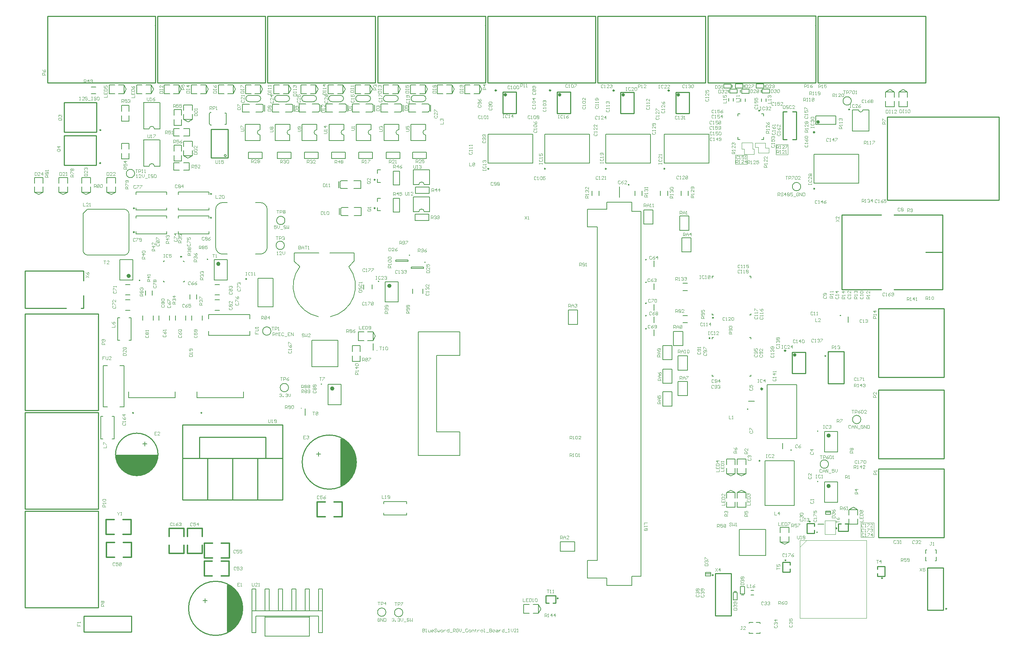
<source format=gto>
G04*
G04 #@! TF.GenerationSoftware,Altium Limited,Altium Designer,18.1.8 (232)*
G04*
G04 Layer_Color=65535*
%FSLAX25Y25*%
%MOIN*%
G70*
G01*
G75*
%ADD10C,0.00591*%
%ADD11C,0.00800*%
%ADD12C,0.01181*%
%ADD13C,0.01575*%
%ADD14C,0.00787*%
%ADD15C,0.01968*%
%ADD16C,0.01000*%
%ADD17C,0.00984*%
%ADD18C,0.00394*%
%ADD19C,0.00669*%
%ADD20C,0.00700*%
%ADD21C,0.00500*%
%ADD22C,0.01200*%
%ADD23C,0.00600*%
%ADD24C,0.00787*%
%ADD25C,0.00492*%
D10*
X122999Y484600D02*
G03*
X117999Y484600I-2500J0D01*
G01*
X122999Y449300D02*
G03*
X117999Y449300I-2500J0D01*
G01*
X327700Y483880D02*
G03*
X327700Y478879I0J-2500D01*
G01*
X354000Y483880D02*
G03*
X354000Y478879I0J-2500D01*
G01*
X379500Y483880D02*
G03*
X379500Y478879I0J-2500D01*
G01*
X222900Y483880D02*
G03*
X222900Y478879I0J-2500D01*
G01*
X251000Y483880D02*
G03*
X251000Y478879I0J-2500D01*
G01*
X276567Y483880D02*
G03*
X276567Y478879I0J-2500D01*
G01*
X378180Y406300D02*
G03*
X373180Y406300I-2500J0D01*
G01*
X378180Y431900D02*
G03*
X373180Y431900I-2500J0D01*
G01*
X302133Y483880D02*
G03*
X302133Y478879I0J-2500D01*
G01*
X112547Y509600D02*
X128019D01*
X128237Y484600D02*
Y509600D01*
X112764Y484600D02*
Y509600D01*
X112763Y484600D02*
X117999D01*
X122999D02*
X128235D01*
X122999Y449300D02*
X128235D01*
X112763D02*
X117999D01*
X112764D02*
Y474300D01*
X128237Y449300D02*
Y474300D01*
X112547D02*
X128019D01*
X327800Y483843D02*
Y489080D01*
X327700Y473679D02*
Y478916D01*
X313900Y473580D02*
X327800D01*
X313800Y473607D02*
Y489080D01*
X327800D01*
X354100Y483843D02*
Y489080D01*
X354000Y473679D02*
Y478916D01*
X340200Y473580D02*
X354100D01*
X340100Y473607D02*
Y489080D01*
X354100D01*
X379600Y483843D02*
Y489080D01*
X379500Y473679D02*
Y478916D01*
X365700Y473580D02*
X379600D01*
X365600Y473607D02*
Y489080D01*
X379600D01*
X223000Y483843D02*
Y489080D01*
X222900Y473679D02*
Y478916D01*
X209100Y473580D02*
X223000D01*
X209000Y473607D02*
Y489080D01*
X223000D01*
X237100D02*
X251100D01*
X237100Y473607D02*
Y489080D01*
X237200Y473580D02*
X251100D01*
X251000Y473679D02*
Y478916D01*
X251100Y483843D02*
Y489080D01*
X276667Y483843D02*
Y489080D01*
X276567Y473679D02*
Y478916D01*
X262767Y473580D02*
X276667D01*
X262667Y473607D02*
Y489080D01*
X276667D01*
X383380Y406200D02*
Y420200D01*
X367907D02*
X383380D01*
X367880Y406200D02*
Y420100D01*
X367980Y406300D02*
X373216D01*
X378143Y406200D02*
X383380D01*
X378143Y431800D02*
X383380D01*
X367980Y431900D02*
X373216D01*
X367880Y431800D02*
Y445700D01*
X367907Y445800D02*
X383380D01*
Y431800D02*
Y445800D01*
X288233Y489080D02*
X302233D01*
X288233Y473607D02*
Y489080D01*
X288333Y473580D02*
X302233D01*
X302133Y473679D02*
Y478916D01*
X302233Y483843D02*
Y489080D01*
D11*
X191008Y459345D02*
G03*
X191008Y459345I-1000J0D01*
G01*
X260432Y354080D02*
G03*
X278066Y306916I23268J-18179D01*
G01*
X289334D02*
G03*
X306968Y354080I-5634J28985D01*
G01*
X255353Y367161D02*
X278582D01*
X288818D02*
X312047D01*
X306800Y354208D02*
X312047Y359454D01*
Y361201D01*
Y360101D02*
Y367161D01*
X255353Y359354D02*
X260500Y354208D01*
X255353Y359354D02*
Y361801D01*
Y360601D02*
Y367161D01*
D12*
X446487Y521058D02*
G03*
X446487Y521058I-591J0D01*
G01*
X497853Y521057D02*
G03*
X497853Y521057I-591J0D01*
G01*
X557932Y520958D02*
G03*
X557932Y520958I-591J0D01*
G01*
X610098D02*
G03*
X610098Y520958I-591J0D01*
G01*
X720198Y274814D02*
G03*
X720198Y274814I-591J0D01*
G01*
X588020Y319639D02*
G03*
X588020Y319639I-197J0D01*
G01*
Y295539D02*
G03*
X588020Y295539I-197J0D01*
G01*
Y307939D02*
G03*
X588020Y307939I-197J0D01*
G01*
Y360939D02*
G03*
X588020Y360939I-197J0D01*
G01*
Y339339D02*
G03*
X588020Y339339I-197J0D01*
G01*
X771920Y308039D02*
G03*
X771920Y308039I-197J0D01*
G01*
X684158Y219345D02*
G03*
X684158Y219345I-197J0D01*
G01*
X725274Y180670D02*
G03*
X725274Y180670I-197J0D01*
G01*
X749803Y102854D02*
G03*
X749803Y102854I-197J0D01*
G01*
X747567Y481483D02*
G03*
X747567Y481483I-591J0D01*
G01*
D13*
X455739Y516924D02*
G03*
X455739Y516924I-787J0D01*
G01*
X507105Y516923D02*
G03*
X507105Y516923I-787J0D01*
G01*
X567184Y516824D02*
G03*
X567184Y516824I-787J0D01*
G01*
X619350D02*
G03*
X619350Y516824I-787J0D01*
G01*
X729450Y270680D02*
G03*
X729450Y270680I-787J0D01*
G01*
X751602Y491227D02*
G03*
X751602Y491227I-787J0D01*
G01*
D14*
X734337Y430000D02*
G03*
X734337Y430000I-3937J0D01*
G01*
X791237Y209600D02*
G03*
X791237Y209600I-3937J0D01*
G01*
X760630Y167400D02*
G03*
X760630Y167400I-3937J0D01*
G01*
X233237Y293300D02*
G03*
X233237Y293300I-3937J0D01*
G01*
X245937Y374400D02*
G03*
X245937Y374400I-3937J0D01*
G01*
X104237Y442400D02*
G03*
X104237Y442400I-3937J0D01*
G01*
X364515Y365100D02*
G03*
X364515Y365100I-315J0D01*
G01*
X379175Y358472D02*
G03*
X379175Y358472I-315J0D01*
G01*
X789066Y502639D02*
G03*
X793134Y502639I2034J0D01*
G01*
X782237Y511100D02*
G03*
X782237Y511100I-3937J0D01*
G01*
X98932Y403593D02*
G03*
X93893Y408632I-4724J315D01*
G01*
Y365168D02*
G03*
X98932Y369577I315J4724D01*
G01*
X55468Y370207D02*
G03*
X59877Y365168I4724J-315D01*
G01*
X187534Y414910D02*
G03*
X180905Y408281I0J-6628D01*
G01*
X229710Y408265D02*
G03*
X223080Y414895I-6630J0D01*
G01*
X223037Y366090D02*
G03*
X229695Y372748I0J6658D01*
G01*
X180876Y372816D02*
G03*
X187601Y366090I6725J0D01*
G01*
X246437Y398000D02*
G03*
X246437Y398000I-3937J0D01*
G01*
X357937Y26900D02*
G03*
X357937Y26900I-3937J0D01*
G01*
X249837Y239800D02*
G03*
X249837Y239800I-3937J0D01*
G01*
X341937Y27300D02*
G03*
X341937Y27300I-3937J0D01*
G01*
X63090Y524350D02*
X67421D01*
X63090Y518050D02*
X67421D01*
X644390Y61614D02*
X649114D01*
X644390Y64764D02*
X649114D01*
X644390Y63701D02*
X649114D01*
X644390Y61614D02*
Y64764D01*
X649114Y61614D02*
Y64764D01*
X671219Y47024D02*
X673581D01*
X670432Y45843D02*
X674368D01*
X670432Y38757D02*
X674368D01*
Y45843D01*
X670432Y38757D02*
Y45843D01*
X681269Y44657D02*
Y51743D01*
X677331Y44657D02*
Y51743D01*
X681269D01*
X677331Y44657D02*
X681269D01*
X678119Y43476D02*
X680481D01*
X696776Y519219D02*
Y521581D01*
X697957Y518432D02*
Y522368D01*
X705043Y518432D02*
Y522368D01*
X697957D02*
X705043D01*
X697957Y518432D02*
X705043D01*
X700492Y524016D02*
Y526378D01*
X699311Y523228D02*
Y527165D01*
X692224Y523228D02*
Y527165D01*
Y523228D02*
X699311D01*
X692224Y527165D02*
X699311D01*
X680905Y524016D02*
Y526378D01*
X679724Y523228D02*
Y527165D01*
X672638Y523228D02*
Y527165D01*
Y523228D02*
X679724D01*
X672638Y527165D02*
X679724D01*
X677276Y519119D02*
Y521481D01*
X678457Y518331D02*
Y522268D01*
X685543Y518331D02*
Y522268D01*
X678457D02*
X685543D01*
X678457Y518331D02*
X685543D01*
X665976Y519219D02*
Y521581D01*
X667157Y518432D02*
Y522368D01*
X674243Y518432D02*
Y522368D01*
X667157D02*
X674243D01*
X667157Y518432D02*
X674243D01*
X669724Y523919D02*
Y526281D01*
X668543Y523132D02*
Y527069D01*
X661457Y523132D02*
Y527069D01*
Y523132D02*
X668543D01*
X661457Y527069D02*
X668543D01*
X82111Y422490D02*
X86186Y424635D01*
X78036D02*
X82111Y422490D01*
X78036Y438572D02*
X86186D01*
X78036Y424635D02*
X86186D01*
Y429832D01*
Y433376D02*
Y438572D01*
X78036Y433376D02*
Y438572D01*
Y424635D02*
Y429832D01*
X619803Y388602D02*
Y402146D01*
Y388602D02*
X628622D01*
Y402146D01*
X619803D02*
X628622D01*
X621931Y368154D02*
Y381697D01*
Y368154D02*
X630750D01*
Y381697D01*
X621931D02*
X630750D01*
X481142Y26339D02*
X486339D01*
X472402D02*
X477598D01*
X472402Y34488D02*
X477598D01*
X481142D02*
X486339D01*
Y26339D02*
Y34488D01*
X472402Y26339D02*
Y34488D01*
X486339Y26339D02*
X488484Y30413D01*
X486339Y34488D02*
X488484Y30413D01*
X702684Y242734D02*
X730716D01*
Y191474D02*
Y242734D01*
X702684Y191474D02*
Y242734D01*
Y191474D02*
X730716D01*
X113799Y184617D02*
Y188617D01*
X111799Y186617D02*
X115799D01*
X329903Y292565D02*
X332049Y288491D01*
X329903Y284416D02*
X332049Y288491D01*
X315966Y284416D02*
Y292565D01*
X329903Y284416D02*
Y292565D01*
X324706D02*
X329903D01*
X315966D02*
X321163D01*
X315966Y284416D02*
X321163D01*
X324706D02*
X329903D01*
X58392Y422490D02*
X62467Y424635D01*
X54317D02*
X58392Y422490D01*
X54317Y438572D02*
X62467D01*
X54317Y424635D02*
X62467D01*
Y429832D01*
Y433376D02*
Y438572D01*
X54317Y433376D02*
Y438572D01*
Y424635D02*
Y429832D01*
X36700Y422490D02*
X40775Y424635D01*
X32625D02*
X36700Y422490D01*
X32625Y438572D02*
X40775D01*
X32625Y424635D02*
X40775D01*
Y429832D01*
Y433376D02*
Y438572D01*
X32625Y433376D02*
Y438572D01*
Y424635D02*
Y429832D01*
X621155Y421535D02*
Y425865D01*
X628045Y421535D02*
Y425865D01*
X601555Y421435D02*
Y425765D01*
X608445Y421435D02*
Y425765D01*
X577455Y421435D02*
Y425765D01*
X584345Y421435D02*
Y425765D01*
X536755Y421435D02*
Y425765D01*
X543645Y421435D02*
Y425765D01*
X595500Y313048D02*
Y318552D01*
Y288948D02*
Y294452D01*
Y301348D02*
Y306852D01*
Y354348D02*
Y359852D01*
Y332748D02*
Y338252D01*
X168858Y38400D02*
X172857D01*
X170858Y36400D02*
Y40400D01*
X265613Y213576D02*
Y219876D01*
X276358Y176800D02*
X280358D01*
X278358Y174800D02*
Y178800D01*
X174312Y304807D02*
Y308842D01*
X213288Y304807D02*
Y308842D01*
X174312Y289158D02*
Y293193D01*
X213288Y289158D02*
Y293193D01*
X174312Y308842D02*
X213288D01*
X174312Y289158D02*
X213288D01*
X180194Y312979D02*
X184525D01*
X180194Y322821D02*
X184525D01*
X180194Y327479D02*
X184525D01*
X180194Y337321D02*
X184525D01*
X163312Y230164D02*
Y236069D01*
Y230164D02*
X207288D01*
Y236069D01*
X98708Y230164D02*
Y236069D01*
Y230164D02*
X142684D01*
Y236069D01*
X127389Y303433D02*
Y307764D01*
X137231Y303433D02*
Y307764D01*
X174420Y385335D02*
Y387501D01*
X145680Y385335D02*
X174420D01*
X145680D02*
Y387501D01*
X174420Y400099D02*
Y402265D01*
X145680D02*
X174420D01*
X145680Y400099D02*
Y402265D01*
X102560Y341557D02*
Y360848D01*
X90159Y341557D02*
X102560D01*
X90159D02*
Y360848D01*
X102560D01*
X333844Y407094D02*
X336994D01*
X333844D02*
Y410244D01*
Y418905D02*
X336994D01*
X333844Y415756D02*
Y418905D01*
X94169Y526221D02*
X96314Y522146D01*
X94169Y518071D02*
X96314Y522146D01*
X80231Y518071D02*
Y526221D01*
X94169Y518071D02*
Y526221D01*
X88972D02*
X94169D01*
X80231D02*
X85428D01*
X80231Y518071D02*
X85428D01*
X88972D02*
X94169D01*
X120038Y526221D02*
X122183Y522146D01*
X120038Y518071D02*
X122183Y522146D01*
X106101Y518071D02*
Y526221D01*
X120038Y518071D02*
Y526221D01*
X114841D02*
X120038D01*
X106101D02*
X111298D01*
X106101Y518071D02*
X111298D01*
X114841D02*
X120038D01*
X154700Y456986D02*
X158775Y459131D01*
X150625D02*
X154700Y456986D01*
X150625Y473069D02*
X158775D01*
X150625Y459131D02*
X158775D01*
Y464328D01*
Y467872D02*
Y473069D01*
X150625Y467872D02*
Y473069D01*
Y459131D02*
Y464328D01*
X333844Y433994D02*
X336994D01*
X333844D02*
Y437144D01*
Y445806D02*
X336994D01*
X333844Y442656D02*
Y445806D01*
X779400Y301448D02*
Y306952D01*
X618350Y232154D02*
Y245697D01*
Y232154D02*
X627169D01*
Y245697D01*
X618350D02*
X627169D01*
X603850Y222253D02*
Y235797D01*
Y222253D02*
X612669D01*
Y235797D01*
X603850D02*
X612669D01*
X603850Y243803D02*
Y257346D01*
Y243803D02*
X612669D01*
Y257346D01*
X603850D02*
X612669D01*
X351391Y359200D02*
Y360500D01*
Y359200D02*
X362809D01*
Y360500D01*
X351391D02*
X362809D01*
X341299Y320754D02*
Y340046D01*
X353701D01*
Y320754D02*
Y340046D01*
X341299Y320754D02*
X353701D01*
X376966Y328785D02*
Y333115D01*
X367123Y328785D02*
Y333115D01*
X366051Y352572D02*
Y353872D01*
Y352572D02*
X377468D01*
Y353872D01*
X366051D02*
X377468D01*
X650693Y285829D02*
Y287207D01*
X652071D01*
X685929D02*
X687307D01*
Y285829D02*
Y287207D01*
Y250593D02*
Y251971D01*
X685929Y250593D02*
X687307D01*
X650693D02*
Y251971D01*
Y250593D02*
X652071D01*
X685048Y227022D02*
X690552D01*
X756799Y179054D02*
Y198346D01*
X769201D01*
Y179054D02*
Y198346D01*
X756799Y179054D02*
X769201D01*
X717400Y181757D02*
Y187261D01*
X674272Y158289D02*
Y163486D01*
Y167029D02*
Y172226D01*
X682421Y167029D02*
Y172226D01*
Y158289D02*
Y163486D01*
X674272Y158289D02*
X682421D01*
X674272Y172226D02*
X682421D01*
X674272Y158289D02*
X678346Y156143D01*
X682421Y158289D01*
X757776Y119783D02*
X762500D01*
X757776Y122933D02*
X762500D01*
X757776Y121870D02*
X762500D01*
X757776Y119783D02*
Y122933D01*
X762500Y119783D02*
Y122933D01*
X750693Y110531D02*
X756197D01*
X780025Y124369D02*
X784100Y126514D01*
X788175Y124369D01*
X780025Y110432D02*
X788175D01*
X780025Y124369D02*
X788175D01*
X780025Y119172D02*
Y124369D01*
Y110432D02*
Y115628D01*
X788175Y110432D02*
Y115628D01*
Y119172D02*
Y124369D01*
X719095Y91575D02*
X723169Y93721D01*
X715020D02*
X719095Y91575D01*
X715020Y107658D02*
X723169D01*
X715020Y93721D02*
X723169D01*
Y98917D01*
Y102461D02*
Y107658D01*
X715020Y102461D02*
Y107658D01*
Y93721D02*
Y98917D01*
X767449Y488963D02*
Y496837D01*
X748551Y488963D02*
Y496837D01*
X767449D01*
X748551Y488963D02*
X767449D01*
X789273Y433295D02*
Y460705D01*
X746931Y433295D02*
X789273D01*
X746931D02*
Y460705D01*
X789269D01*
X814724Y519665D02*
X818799Y521811D01*
X822874Y519665D01*
X814724Y505728D02*
X822874D01*
X814724Y519665D02*
X822874D01*
X814724Y514468D02*
Y519665D01*
Y505728D02*
Y510925D01*
X822874Y505728D02*
Y510925D01*
Y514468D02*
Y519665D01*
X827224D02*
X831299Y521811D01*
X835374Y519665D01*
X827224Y505728D02*
X835374D01*
X827224Y519665D02*
X835374D01*
X827224Y514468D02*
Y519665D01*
Y505728D02*
Y510925D01*
X835374Y505728D02*
Y510925D01*
Y514468D02*
Y519665D01*
X158290Y303433D02*
Y307764D01*
X168133Y303433D02*
Y307764D01*
X142840Y303433D02*
Y307764D01*
X152682Y303433D02*
Y307764D01*
X111938Y303433D02*
Y307764D01*
X121781Y303433D02*
Y307764D01*
X121050Y327335D02*
Y331665D01*
X114750Y327335D02*
Y331665D01*
X95694Y322821D02*
X100025D01*
X95694Y312979D02*
X100025D01*
X95694Y337321D02*
X100025D01*
X95694Y327479D02*
X100025D01*
X179499Y341554D02*
Y360846D01*
X191901D01*
Y341554D02*
Y360846D01*
X179499Y341554D02*
X191901D01*
X163009Y323735D02*
Y328065D01*
X156710Y323735D02*
Y328065D01*
X131517Y340057D02*
Y341042D01*
Y340057D02*
X132501D01*
X131517Y358758D02*
Y359742D01*
X132501D01*
X151202Y340057D02*
Y341042D01*
X150218Y340057D02*
X151202D01*
Y358758D02*
Y358955D01*
X150415Y359742D02*
X151202Y358955D01*
X150218Y359742D02*
X150415D01*
X105680Y400099D02*
Y402265D01*
X134420D01*
Y400099D02*
Y402265D01*
X105680Y385335D02*
Y387501D01*
Y385335D02*
X134420D01*
Y387501D01*
X105680Y422607D02*
Y424773D01*
X134420D01*
Y422607D02*
Y424773D01*
X105680Y407843D02*
Y410009D01*
Y407843D02*
X134420D01*
Y410009D01*
X146168Y526221D02*
X148314Y522146D01*
X146168Y518071D02*
X148314Y522146D01*
X132231Y518071D02*
Y526221D01*
X146168Y518071D02*
Y526221D01*
X140972D02*
X146168D01*
X132231D02*
X137428D01*
X132231Y518071D02*
X137428D01*
X140972D02*
X146168D01*
X171835Y526221D02*
X173981Y522146D01*
X171835Y518071D02*
X173981Y522146D01*
X157898Y518071D02*
Y526221D01*
X171835Y518071D02*
Y526221D01*
X166638D02*
X171835D01*
X157898D02*
X163095D01*
X157898Y518071D02*
X163095D01*
X166638D02*
X171835D01*
X154800Y491286D02*
X158875Y493432D01*
X150725D02*
X154800Y491286D01*
X150725Y507369D02*
X158875D01*
X150725Y493432D02*
X158875D01*
Y498628D01*
Y502172D02*
Y507369D01*
X150725Y502172D02*
Y507369D01*
Y493432D02*
Y498628D01*
X197502Y526221D02*
X199647Y522146D01*
X197502Y518071D02*
X199647Y522146D01*
X183565Y518071D02*
Y526221D01*
X197502Y518071D02*
Y526221D01*
X192305D02*
X197502D01*
X183565D02*
X188762D01*
X183565Y518071D02*
X188762D01*
X192305D02*
X197502D01*
X223168Y526221D02*
X225314Y522146D01*
X223168Y518071D02*
X225314Y522146D01*
X209231Y518071D02*
Y526221D01*
X223168Y518071D02*
Y526221D01*
X217972D02*
X223168D01*
X209231D02*
X214428D01*
X209231Y518071D02*
X214428D01*
X217972D02*
X223168D01*
X249969Y526221D02*
X252114Y522146D01*
X249969Y518071D02*
X252114Y522146D01*
X236032Y518071D02*
Y526221D01*
X249969Y518071D02*
Y526221D01*
X244772D02*
X249969D01*
X236032D02*
X241228D01*
X236032Y518071D02*
X241228D01*
X244772D02*
X249969D01*
X275643Y526221D02*
X277788Y522146D01*
X275643Y518071D02*
X277788Y522146D01*
X261706Y518071D02*
Y526221D01*
X275643Y518071D02*
Y526221D01*
X270446D02*
X275643D01*
X261706D02*
X266903D01*
X261706Y518071D02*
X266903D01*
X270446D02*
X275643D01*
X301317Y526221D02*
X303463Y522146D01*
X301317Y518071D02*
X303463Y522146D01*
X287380Y518071D02*
Y526221D01*
X301317Y518071D02*
Y526221D01*
X296120D02*
X301317D01*
X287380D02*
X292577D01*
X287380Y518071D02*
X292577D01*
X296120D02*
X301317D01*
X326992Y526221D02*
X329137Y522146D01*
X326992Y518071D02*
X329137Y522146D01*
X313054Y518071D02*
Y526221D01*
X326992Y518071D02*
Y526221D01*
X321795D02*
X326992D01*
X313054D02*
X318251D01*
X313054Y518071D02*
X318251D01*
X321795D02*
X326992D01*
X353468Y526221D02*
X355614Y522146D01*
X353468Y518071D02*
X355614Y522146D01*
X339531Y518071D02*
Y526221D01*
X353468Y518071D02*
Y526221D01*
X348272D02*
X353468D01*
X339531D02*
X344728D01*
X339531Y518071D02*
X344728D01*
X348272D02*
X353468D01*
X379135Y526221D02*
X381281Y522146D01*
X379135Y518071D02*
X381281Y522146D01*
X365198Y518071D02*
Y526221D01*
X379135Y518071D02*
Y526221D01*
X373938D02*
X379135D01*
X365198D02*
X370395D01*
X365198Y518071D02*
X370395D01*
X373938D02*
X379135D01*
X404508Y526221D02*
X406653Y522146D01*
X404508Y518071D02*
X406653Y522146D01*
X390571Y518071D02*
Y526221D01*
X404508Y518071D02*
Y526221D01*
X399311D02*
X404508D01*
X390571D02*
X395768D01*
X390571Y518071D02*
X395768D01*
X399311D02*
X404508D01*
X430469Y526221D02*
X432614Y522146D01*
X430469Y518071D02*
X432614Y522146D01*
X416532Y518071D02*
Y526221D01*
X430469Y518071D02*
Y526221D01*
X425272D02*
X430469D01*
X416532D02*
X421728D01*
X416532Y518071D02*
X421728D01*
X425272D02*
X430469D01*
X438731Y479605D02*
X481069D01*
X438731Y452195D02*
Y479605D01*
Y452195D02*
X481073D01*
Y479605D01*
X492231D02*
X534569D01*
X492231Y452195D02*
Y479605D01*
Y452195D02*
X534573D01*
Y479605D01*
X563000Y419782D02*
Y430018D01*
X605231Y479605D02*
X647569D01*
X605231Y452195D02*
Y479605D01*
Y452195D02*
X647573D01*
Y479605D01*
X549831D02*
X592169D01*
X549831Y452195D02*
Y479605D01*
Y452195D02*
X592173D01*
Y479605D01*
X687307Y308493D02*
Y309871D01*
X685929Y308493D02*
X687307D01*
Y343729D02*
Y345107D01*
X685929D02*
X687307D01*
X650693D02*
X652071D01*
X650693Y343729D02*
Y345107D01*
Y308493D02*
Y309871D01*
Y308493D02*
X652071D01*
X699311Y474606D02*
Y476772D01*
X697146Y474606D02*
X699311D01*
X674902D02*
Y476772D01*
Y474606D02*
X677067D01*
X674902Y496850D02*
Y499016D01*
X677067D01*
X699311Y496850D02*
Y499016D01*
X697146D02*
X699311D01*
X676398Y80898D02*
Y105702D01*
X701202D01*
Y80898D02*
Y105702D01*
X676398Y80898D02*
X701202D01*
X329903Y275341D02*
Y281640D01*
X412035Y270260D02*
Y292504D01*
X372665D02*
X412035D01*
X372665Y175575D02*
X412035D01*
Y197819D01*
X389791D02*
X412035D01*
X389791D02*
Y270260D01*
X412035D01*
X372665Y175575D02*
Y292504D01*
X574653Y52665D02*
Y61323D01*
X551031Y52665D02*
X574653D01*
X551031D02*
Y59512D01*
Y415413D02*
X574653D01*
Y406559D02*
Y415413D01*
X532724Y59512D02*
X551031D01*
Y408567D02*
Y415413D01*
X532724Y408567D02*
X551031D01*
X532724Y391992D02*
Y408567D01*
Y391992D02*
X542015D01*
X574653Y406559D02*
X583196D01*
Y61323D02*
Y406559D01*
X574653Y61323D02*
X583196D01*
X532724Y59512D02*
Y76205D01*
X542015D01*
Y391992D01*
X793134Y502639D02*
X798856D01*
Y482561D02*
Y502639D01*
X783387D02*
X789066D01*
X783344Y502596D02*
X783387Y502639D01*
X783344Y482561D02*
X798856D01*
X783344D02*
Y502596D01*
X612669Y266154D02*
Y279697D01*
X603850D02*
X612669D01*
X603850Y266154D02*
X612669D01*
X603850D02*
Y279697D01*
X728105Y128335D02*
Y170673D01*
X700695D02*
X728105D01*
X700695Y128331D02*
Y170673D01*
Y128331D02*
X728105D01*
X664232Y140433D02*
X668307Y142579D01*
X672382Y140433D01*
X664232Y126496D02*
X672382D01*
X664232Y140433D02*
X672382D01*
X664232Y135236D02*
Y140433D01*
Y126496D02*
Y131693D01*
X672382Y126496D02*
Y131693D01*
Y135236D02*
Y140433D01*
X668307Y156143D02*
X672382Y158289D01*
X664232D02*
X668307Y156143D01*
X664232Y172226D02*
X672382D01*
X664232Y158289D02*
X672382D01*
Y163486D01*
Y167029D02*
Y172226D01*
X664232Y167029D02*
Y172226D01*
Y158289D02*
Y163486D01*
X674272Y140433D02*
X678346Y142579D01*
X682421Y140433D01*
X674272Y126496D02*
X682421D01*
X674272Y140433D02*
X682421D01*
X674272Y135236D02*
Y140433D01*
Y126496D02*
Y131693D01*
X682421Y126496D02*
Y131693D01*
Y135236D02*
Y140433D01*
X13500Y422490D02*
X17575Y424635D01*
X9425D02*
X13500Y422490D01*
X9425Y438572D02*
X17575D01*
X9425Y424635D02*
X17575D01*
Y429832D01*
Y433376D02*
Y438572D01*
X9425Y433376D02*
Y438572D01*
Y424635D02*
Y429832D01*
X520453Y84961D02*
Y93779D01*
X506910Y84961D02*
X520453D01*
X506910D02*
Y93779D01*
X520453D01*
X514587Y299626D02*
X523406D01*
X514587D02*
Y313169D01*
X523406D01*
Y299626D02*
Y313169D01*
X585758Y408051D02*
X594577D01*
Y394508D02*
Y408051D01*
X585758Y394508D02*
X594577D01*
X585758D02*
Y408051D01*
X613996Y292992D02*
X622815D01*
Y279449D02*
Y292992D01*
X613996Y279449D02*
X622815D01*
X613996D02*
Y292992D01*
X618350Y269846D02*
X627169D01*
Y256303D02*
Y269846D01*
X618350Y256303D02*
X627169D01*
X618350D02*
Y269846D01*
X756791Y131319D02*
X769193D01*
Y150610D01*
X756791D02*
X769193D01*
X756791Y131319D02*
Y150610D01*
X221013Y316136D02*
X235187D01*
X221013D02*
Y343144D01*
X235187D01*
Y316136D02*
Y343144D01*
X55468Y404577D02*
X59523Y408632D01*
X93893D01*
X98932Y369577D02*
Y404223D01*
X59877Y365168D02*
X94523D01*
X55468Y370207D02*
Y404577D01*
X229710Y372748D02*
Y408265D01*
X180891Y372816D02*
Y408281D01*
X187601Y366090D02*
X192021D01*
X218616D02*
X223037D01*
X218659Y414895D02*
X223080D01*
X187534Y414910D02*
X191954D01*
X145680Y422607D02*
Y424773D01*
X174420D01*
Y422607D02*
Y424773D01*
X145680Y407843D02*
Y410009D01*
Y407843D02*
X174420D01*
Y410009D01*
X271933Y259719D02*
Y284522D01*
X296736D01*
Y259719D02*
Y284522D01*
X271933Y259719D02*
X296736D01*
X287254Y223580D02*
X299656D01*
Y242872D01*
X287254D02*
X299656D01*
X287254Y223580D02*
Y242872D01*
X94342Y221512D02*
Y260488D01*
X74657Y221512D02*
Y260488D01*
X90307D02*
X94342D01*
X90307Y221512D02*
X94342D01*
X74657Y260488D02*
X78693D01*
X74657Y221512D02*
X78693D01*
X623035Y331594D02*
X627365D01*
X623035Y338484D02*
X627365D01*
X623035Y301155D02*
X627365D01*
X623035Y308045D02*
X627365D01*
D15*
X697881Y238561D02*
G03*
X697881Y238561I-492J0D01*
G01*
X99607Y345494D02*
G03*
X99607Y345494I-984J0D01*
G01*
X346220Y336109D02*
G03*
X346220Y336109I-984J0D01*
G01*
X761721Y194409D02*
G03*
X761721Y194409I-984J0D01*
G01*
X184421Y356909D02*
G03*
X184421Y356909I-984J0D01*
G01*
X761713Y146673D02*
G03*
X761713Y146673I-984J0D01*
G01*
X292176Y238935D02*
G03*
X292176Y238935I-984J0D01*
G01*
D16*
X126378Y176575D02*
G03*
X126378Y176575I-20079J0D01*
G01*
X206530Y30900D02*
G03*
X206530Y30900I-25630J0D01*
G01*
X314030Y169300D02*
G03*
X314030Y169300I-25630J0D01*
G01*
X872409Y30514D02*
G03*
X872409Y30514I-500J0D01*
G01*
X651600Y62400D02*
G03*
X651600Y62400I-500J0D01*
G01*
X757974Y269800D02*
G03*
X757974Y269800I-374J0D01*
G01*
X72206Y452264D02*
G03*
X72206Y452264I-538J0D01*
G01*
X72372Y483504D02*
G03*
X72372Y483504I-538J0D01*
G01*
X176508Y457345D02*
X192508D01*
X176508D02*
Y484246D01*
X192508D01*
Y457345D02*
Y484246D01*
X452589Y499405D02*
X465187D01*
X452589Y519484D02*
X465187D01*
Y499405D02*
Y519484D01*
X452589Y499405D02*
Y519484D01*
X503956Y499403D02*
X516554D01*
X503956Y519482D02*
X516554D01*
Y499403D02*
Y519482D01*
X503956Y499403D02*
Y519482D01*
X564034Y499305D02*
X576633D01*
X564034Y519383D02*
X576633D01*
Y499305D02*
Y519383D01*
X564034Y499305D02*
Y519383D01*
X616201Y499305D02*
X628799D01*
X616201Y519383D02*
X628799D01*
Y499305D02*
Y519383D01*
X616201Y499305D02*
Y519383D01*
X726301Y253161D02*
X738899D01*
X726301Y273239D02*
X738899D01*
Y253161D02*
Y273239D01*
X726301Y253161D02*
Y273239D01*
X102099Y157298D02*
X110499D01*
X99699Y157898D02*
X113499D01*
X97599Y158798D02*
X114999D01*
X95799Y159698D02*
X116799D01*
X94599Y160598D02*
X117999D01*
X93399Y161498D02*
X119199D01*
X92499Y162398D02*
X119799D01*
X91899Y163298D02*
X120999D01*
X90999Y164198D02*
X121599D01*
X90099Y165098D02*
X122499D01*
X89499Y165998D02*
X123099D01*
X88899Y166898D02*
X123399D01*
X88599Y167798D02*
X123999D01*
X87999Y168698D02*
X124299D01*
X87699Y169598D02*
X124599D01*
X87399Y170498D02*
X125199D01*
X87099Y171398D02*
X125199D01*
X87099Y172298D02*
X125499D01*
X86799Y173198D02*
X125499D01*
X86799Y174098D02*
X125799D01*
X86499Y174998D02*
X125799D01*
X86499Y175898D02*
X126099D01*
X493298Y43002D02*
X502598D01*
X493298Y36002D02*
Y43002D01*
X502598Y36002D02*
Y43002D01*
X493298Y36002D02*
X496129D01*
X499998D02*
X502598D01*
X191900Y8900D02*
Y52900D01*
X192900Y51900D01*
Y9900D02*
Y51900D01*
X191900Y8900D02*
X192900Y9900D01*
X191900Y8900D02*
X192900D01*
X193400Y9400D01*
X192900D02*
X193400D01*
X192400Y8900D02*
X192900Y9400D01*
X191900Y8900D02*
X192400D01*
X191900D02*
X192400Y9400D01*
X191900Y8900D02*
X192400Y9400D01*
X191900Y8900D02*
X192900Y9900D01*
Y52900D01*
X193900Y51900D01*
Y9900D02*
Y51900D01*
X193400Y9400D02*
X193900Y9900D01*
X193400Y9400D02*
X194400D01*
X195400Y10400D01*
X194900D02*
X195400D01*
X194900D02*
Y51900D01*
X195900Y50900D01*
Y10900D02*
Y50900D01*
Y10900D02*
X197400Y12400D01*
X196400Y11400D02*
Y12400D01*
Y50400D01*
X197400Y12400D02*
Y49900D01*
Y12400D02*
Y49900D01*
X197900Y11900D02*
Y48900D01*
X198900Y13400D02*
Y48400D01*
X199900Y13900D02*
Y47400D01*
X200900Y16400D02*
Y46900D01*
X201900Y16900D02*
Y44900D01*
X202900Y18900D02*
Y42900D01*
X203900Y20900D02*
Y40900D01*
X204900Y23900D02*
Y38400D01*
Y26400D02*
Y35900D01*
X205900Y26900D02*
Y36400D01*
X204900Y25900D02*
X205900Y26900D01*
X204900Y25400D02*
Y25900D01*
Y39900D01*
X202900Y41900D02*
X204900Y39900D01*
X202900Y41900D02*
Y42900D01*
X197900Y47900D02*
X202900Y42900D01*
X197900Y47900D02*
Y48900D01*
X198400D01*
X201900Y45400D01*
Y44900D02*
Y45400D01*
Y44900D02*
Y45400D01*
X194900Y52400D02*
X201900Y45400D01*
X193400Y52400D02*
X194900D01*
X192900Y51900D02*
X193400Y52400D01*
X191900Y52900D02*
X192900Y51900D01*
X191900Y52900D02*
X204900Y39900D01*
Y22400D02*
Y39900D01*
X200900Y18400D02*
X204900Y22400D01*
X200900Y16400D02*
Y18400D01*
X200400Y15900D02*
X200900Y16400D01*
X200400Y15400D02*
Y15900D01*
X203900Y20400D02*
Y20900D01*
X200900Y17400D02*
X203900Y20400D01*
X199900Y16400D02*
X200900Y17400D01*
X199900Y15900D02*
Y16400D01*
X197900Y13400D02*
X199400D01*
X200400Y15900D02*
Y16400D01*
X202900Y18900D01*
X201900Y17900D02*
X202900Y18900D01*
X201900Y17400D02*
Y17900D01*
X200900Y16400D02*
X201900Y17400D01*
X101300Y8600D02*
Y23600D01*
X56300Y8600D02*
X101300D01*
X56300D02*
Y23600D01*
X101300D01*
X299400Y147300D02*
Y191300D01*
X300400Y190300D01*
Y148300D02*
Y190300D01*
X299400Y147300D02*
X300400Y148300D01*
X299400Y147300D02*
X300400D01*
X300900Y147800D01*
X300400D02*
X300900D01*
X299900Y147300D02*
X300400Y147800D01*
X299400Y147300D02*
X299900D01*
X299400D02*
X299900Y147800D01*
X299400Y147300D02*
X299900Y147800D01*
X299400Y147300D02*
X300400Y148300D01*
Y191300D01*
X301400Y190300D01*
Y148300D02*
Y190300D01*
X300900Y147800D02*
X301400Y148300D01*
X300900Y147800D02*
X301900D01*
X302900Y148800D01*
X302400D02*
X302900D01*
X302400D02*
Y190300D01*
X303400Y189300D01*
Y149300D02*
Y189300D01*
Y149300D02*
X304900Y150800D01*
X303900Y149800D02*
Y150800D01*
Y188800D01*
X304900Y150800D02*
Y188300D01*
Y150800D02*
Y188300D01*
X305400Y150300D02*
Y187300D01*
X306400Y151800D02*
Y186800D01*
X307400Y152300D02*
Y185800D01*
X308400Y154800D02*
Y185300D01*
X309400Y155300D02*
Y183300D01*
X310400Y157300D02*
Y181300D01*
X311400Y159300D02*
Y179300D01*
X312400Y162300D02*
Y176800D01*
Y164800D02*
Y174300D01*
X313400Y165300D02*
Y174800D01*
X312400Y164300D02*
X313400Y165300D01*
X312400Y163800D02*
Y164300D01*
Y178300D01*
X310400Y180300D02*
X312400Y178300D01*
X310400Y180300D02*
Y181300D01*
X305400Y186300D02*
X310400Y181300D01*
X305400Y186300D02*
Y187300D01*
X305900D01*
X309400Y183800D01*
Y183300D02*
Y183800D01*
Y183300D02*
Y183800D01*
X302400Y190800D02*
X309400Y183800D01*
X300900Y190800D02*
X302400D01*
X300400Y190300D02*
X300900Y190800D01*
X299400Y191300D02*
X300400Y190300D01*
X299400Y191300D02*
X312400Y178300D01*
Y160800D02*
Y178300D01*
X308400Y156800D02*
X312400Y160800D01*
X308400Y154800D02*
Y156800D01*
X307900Y154300D02*
X308400Y154800D01*
X307900Y153800D02*
Y154300D01*
X311400Y158800D02*
Y159300D01*
X308400Y155800D02*
X311400Y158800D01*
X307400Y154800D02*
X308400Y155800D01*
X307400Y154300D02*
Y154800D01*
X305400Y151800D02*
X306900D01*
X307900Y154300D02*
Y154800D01*
X310400Y157300D01*
X309400Y156300D02*
X310400Y157300D01*
X309400Y155800D02*
Y156300D01*
X308400Y154800D02*
X309400Y155800D01*
X53579Y314858D02*
X56079D01*
Y326858D01*
Y340858D02*
Y350358D01*
X579D02*
X56079D01*
X579Y314858D02*
X39579D01*
X579D02*
Y350358D01*
X438273Y528265D02*
Y582596D01*
X540175D02*
X540242Y582529D01*
X534643Y528265D02*
X540006D01*
X540242D02*
Y582596D01*
X438273Y528265D02*
X534643D01*
X540242Y582529D02*
Y591387D01*
X540226Y591403D02*
X540242Y591387D01*
X438258Y591403D02*
X540226D01*
X438258D02*
X438273Y591387D01*
Y582596D02*
Y591387D01*
X334168Y528265D02*
Y582596D01*
X436069D02*
X436136Y582529D01*
X430538Y528265D02*
X435900D01*
X436136D02*
Y582596D01*
X334168Y528265D02*
X430538D01*
X436136Y582529D02*
Y591387D01*
X436120Y591403D02*
X436136Y591387D01*
X334152Y591403D02*
X436120D01*
X334152D02*
X334168Y591387D01*
Y582596D02*
Y591387D01*
X230062Y528265D02*
Y582596D01*
X331963D02*
X332030Y582529D01*
X326432Y528265D02*
X331794D01*
X332030D02*
Y582596D01*
X230062Y528265D02*
X326432D01*
X332030Y582529D02*
Y591387D01*
X332015Y591403D02*
X332030Y591387D01*
X230046Y591403D02*
X332015D01*
X230046D02*
X230062Y591387D01*
Y582596D02*
Y591387D01*
X125956Y528265D02*
Y582596D01*
X227858D02*
X227925Y582529D01*
X222326Y528265D02*
X227688D01*
X227925D02*
Y582596D01*
X125956Y528265D02*
X222326D01*
X227925Y582529D02*
Y591387D01*
X227909Y591403D02*
X227925Y591387D01*
X125940Y591403D02*
X227909D01*
X125940D02*
X125956Y591387D01*
Y582596D02*
Y591387D01*
X21850Y528248D02*
Y582579D01*
X123752D02*
X123819Y582512D01*
X118220Y528248D02*
X123583D01*
X123819D02*
Y582579D01*
X21850Y528248D02*
X118220D01*
X123819Y582512D02*
Y591370D01*
X123803Y591386D02*
X123819Y591370D01*
X21835Y591386D02*
X123803D01*
X21835D02*
X21850Y591370D01*
Y582579D02*
Y591370D01*
X854409Y29114D02*
X869409D01*
X854409Y69114D02*
X869409Y69114D01*
Y29114D02*
Y69114D01*
X854409Y29114D02*
Y69114D01*
X653600Y63800D02*
X668600D01*
X653600Y23800D02*
X668600Y23800D01*
X653600Y23800D02*
Y63800D01*
X668600Y23800D02*
Y63800D01*
X760300Y243700D02*
X764050D01*
X771550Y243700D02*
X775300D01*
X760300Y273900D02*
X775300D01*
X764050Y243700D02*
X771550D01*
X760300Y243700D02*
Y273900D01*
X775300Y243700D02*
Y273900D01*
X747322Y108691D02*
Y111291D01*
Y101991D02*
Y104823D01*
X740322Y111291D02*
X747322D01*
X740322Y101991D02*
X747322D01*
X740322D02*
Y111291D01*
X769869Y111012D02*
X772469D01*
X776337D02*
X779169D01*
X769869Y104012D02*
Y111012D01*
X779169Y104012D02*
Y111012D01*
X769869Y104012D02*
X779169D01*
X724312Y72069D02*
Y74669D01*
Y65368D02*
Y68200D01*
X717312Y74669D02*
X724312D01*
X717312Y65368D02*
X724312D01*
X717312D02*
Y74669D01*
X542379Y528248D02*
Y582579D01*
X644281D02*
X644347Y582512D01*
X638749Y528248D02*
X644111D01*
X644347D02*
Y582579D01*
X542379Y528248D02*
X638749D01*
X644347Y582512D02*
Y591370D01*
X644332Y591386D02*
X644347Y591370D01*
X542363Y591386D02*
X644332D01*
X542363D02*
X542379Y591370D01*
Y582579D02*
Y591370D01*
X750591Y528248D02*
Y582579D01*
X852492D02*
X852559Y582512D01*
X846961Y528248D02*
X852323D01*
X852559D02*
Y582579D01*
X750591Y528248D02*
X846961D01*
X852559Y582512D02*
Y591370D01*
X852543Y591386D02*
X852559Y591370D01*
X750575Y591386D02*
X852543D01*
X750575D02*
X750591Y591370D01*
Y582579D02*
Y591370D01*
X646485Y528340D02*
Y582671D01*
X748386D02*
X748453Y582604D01*
X742855Y528340D02*
X748217D01*
X748453D02*
Y582671D01*
X646485Y528340D02*
X742855D01*
X748453Y582604D02*
Y591462D01*
X748438Y591478D02*
X748453Y591462D01*
X646469Y591478D02*
X748438D01*
X646469D02*
X646485Y591462D01*
Y582671D02*
Y591462D01*
X730200Y500907D02*
X730200Y474726D01*
X726657Y500907D02*
X730200D01*
X726657Y474726D02*
X730200D01*
X717602Y500907D02*
X721145D01*
X717602Y474726D02*
X721145D01*
X717602Y500907D02*
X717602Y474726D01*
X173278Y133644D02*
Y172935D01*
X220522Y133605D02*
Y172935D01*
X196900Y133605D02*
Y172935D01*
X228199D02*
X232333D01*
X161506D02*
X165601D01*
X244144Y149353D02*
Y192621D01*
X161467Y204432D02*
X232333D01*
X149656Y149313D02*
Y192621D01*
X161467Y133565D02*
X232294D01*
X228199Y182935D02*
Y192935D01*
Y172935D02*
Y182935D01*
X165601Y172935D02*
X228199D01*
X165601D02*
Y192935D01*
X228199D01*
X149656Y133573D02*
Y149313D01*
Y133573D02*
X149664Y133565D01*
X161467D01*
X244144Y133573D02*
Y149353D01*
X244136Y133565D02*
X244144Y133573D01*
X232294Y133565D02*
X244136D01*
X149656Y192621D02*
Y204424D01*
X149664Y204432D01*
X161467D01*
X244144Y192621D02*
Y204424D01*
X244136Y204432D02*
X244144Y204424D01*
X232333Y204432D02*
X244136D01*
X149656Y172935D02*
X161506D01*
X232333D02*
X244144D01*
X808000Y97800D02*
X870000D01*
X808000D02*
Y162800D01*
X870000D01*
Y97800D02*
Y162800D01*
Y172600D02*
Y237600D01*
X808000D02*
X870000D01*
X808000Y172600D02*
Y237600D01*
Y172600D02*
X870000D01*
X808000Y249600D02*
X870000D01*
X808000D02*
Y314600D01*
X870000D01*
Y249600D02*
Y314600D01*
X37568Y450265D02*
Y478265D01*
X68068D01*
Y450265D02*
Y478265D01*
X37568Y450265D02*
X68068D01*
X37734Y481504D02*
Y509504D01*
X68234D01*
Y481504D02*
Y509504D01*
X37734Y481504D02*
X68234D01*
X921891Y495802D02*
X921994Y495699D01*
Y417404D02*
Y495699D01*
X891734Y495802D02*
X921891D01*
X816131Y417404D02*
X921994D01*
X816131Y493904D02*
Y495699D01*
X816234Y495802D01*
X818029D01*
X816131Y417404D02*
Y419404D01*
Y483302D01*
Y493904D01*
X818029Y495802D02*
X828631D01*
X891734D01*
X773356Y403095D02*
X810565D01*
X773356Y332498D02*
Y403095D01*
Y332498D02*
X810565D01*
X822533D02*
X868533D01*
X822585Y403095D02*
X868533D01*
Y332498D02*
Y403095D01*
X868527Y367800D02*
X868533Y367794D01*
X852565Y367800D02*
X868527D01*
X583Y31496D02*
X70083D01*
X591Y122827D02*
X598Y122835D01*
X70083D01*
X591Y106693D02*
Y122827D01*
X583Y31496D02*
X591Y31504D01*
Y106693D01*
X70083Y31496D02*
Y122835D01*
X565Y124907D02*
X70065D01*
X572Y216238D02*
X580Y216246D01*
X70065D01*
X572Y200104D02*
Y216238D01*
X565Y124907D02*
X572Y124915D01*
Y200104D01*
X70065Y124907D02*
Y216246D01*
X484Y218307D02*
X69984D01*
X492Y309638D02*
X500Y309646D01*
X69984D01*
X492Y293504D02*
Y309638D01*
X484Y218307D02*
X492Y218315D01*
Y293504D01*
X69984Y218307D02*
Y309646D01*
X813888Y61331D02*
Y70631D01*
X806888D02*
X813888D01*
X806888Y61331D02*
X813888D01*
X806888Y67800D02*
Y70631D01*
Y61331D02*
Y63932D01*
D17*
X504890Y40402D02*
G03*
X504890Y40402I-492J0D01*
G01*
X167918Y215912D02*
G03*
X167918Y215912I-492J0D01*
G01*
X103314D02*
G03*
X103314Y215912I-492J0D01*
G01*
X176983Y400611D02*
G03*
X176983Y400611I-492J0D01*
G01*
X331777Y409654D02*
G03*
X331777Y409654I-492J0D01*
G01*
Y436553D02*
G03*
X331777Y436553I-492J0D01*
G01*
X648626Y286616D02*
G03*
X648626Y286616I-492J0D01*
G01*
X743414Y113091D02*
G03*
X743414Y113091I-492J0D01*
G01*
X768561Y106612D02*
G03*
X768561Y106612I-492J0D01*
G01*
X720404Y76468D02*
G03*
X720404Y76468I-492J0D01*
G01*
X747557Y427988D02*
G03*
X747557Y427988I-492J0D01*
G01*
X148741Y363680D02*
G03*
X148741Y363680I-492J0D01*
G01*
X104101Y386989D02*
G03*
X104101Y386989I-492J0D01*
G01*
Y409497D02*
G03*
X104101Y409497I-492J0D01*
G01*
X439357Y446888D02*
G03*
X439357Y446888I-492J0D01*
G01*
X492857D02*
G03*
X492857Y446888I-492J0D01*
G01*
X571898Y431790D02*
G03*
X571898Y431790I-315J0D01*
G01*
X605857Y446888D02*
G03*
X605857Y446888I-492J0D01*
G01*
X550457D02*
G03*
X550457Y446888I-492J0D01*
G01*
X651776Y305934D02*
G03*
X651776Y305934I-492J0D01*
G01*
X695472Y501968D02*
G03*
X695472Y501968I-492J0D01*
G01*
X780667Y503033D02*
G03*
X780667Y503033I-492J0D01*
G01*
X695880Y170539D02*
G03*
X695880Y170539I-492J0D01*
G01*
X811780Y59531D02*
G03*
X811780Y59531I-492J0D01*
G01*
X210285Y342632D02*
G03*
X210285Y342632I-492J0D01*
G01*
X176983Y423119D02*
G03*
X176983Y423119I-492J0D01*
G01*
D18*
X262341Y220238D02*
G03*
X262341Y220238I-315J0D01*
G01*
X333805Y274979D02*
G03*
X333805Y274979I-315J0D01*
G01*
X689000Y465600D02*
Y466473D01*
Y465600D02*
X690400D01*
X672638Y460000D02*
X683700D01*
Y451400D02*
Y460000D01*
X672638Y451400D02*
X683700D01*
X672638D02*
Y460000D01*
X678500Y465600D02*
Y471500D01*
Y465600D02*
X680800D01*
Y460683D02*
Y465600D01*
Y460683D02*
X690400D01*
Y465600D01*
X689000Y466473D02*
Y471100D01*
X688600Y471500D02*
X689000Y471100D01*
X678500Y471500D02*
X688600D01*
X710900Y460200D02*
Y460400D01*
Y460200D02*
X722400D01*
X694400Y461800D02*
Y462000D01*
Y461800D02*
X704000D01*
X704100D01*
Y466500D01*
X691100Y467100D02*
Y471400D01*
Y467100D02*
X694400D01*
Y462000D02*
Y467100D01*
X700800Y466500D02*
X704100D01*
X700800D02*
Y471400D01*
X691100D02*
X700800D01*
X710900Y460400D02*
Y470000D01*
X722400Y460200D02*
Y470000D01*
X710900D02*
X722400D01*
X757100Y113800D02*
X767100D01*
Y101000D02*
Y113800D01*
X757100Y101000D02*
X767100D01*
X757100D02*
Y113800D01*
X791300Y98200D02*
Y111800D01*
Y98200D02*
X803700D01*
X791300Y111800D02*
X803700D01*
Y98200D02*
Y111800D01*
X733602Y88976D02*
X739901Y95275D01*
X733602D02*
X796594D01*
Y21653D02*
Y95275D01*
X733602Y21653D02*
X796594D01*
X733602D02*
Y95275D01*
D19*
X109316Y341301D02*
G03*
X109316Y341301I-394J0D01*
G01*
X335331Y340302D02*
G03*
X335331Y340302I-394J0D01*
G01*
X750831Y198602D02*
G03*
X750831Y198602I-394J0D01*
G01*
X173531Y361102D02*
G03*
X173531Y361102I-394J0D01*
G01*
X750823Y150866D02*
G03*
X750823Y150866I-394J0D01*
G01*
X281286Y243128D02*
G03*
X281286Y243128I-394J0D01*
G01*
D20*
X248203Y510400D02*
G03*
X248197Y516400I-352J3000D01*
G01*
X240097Y516400D02*
G03*
X240103Y510400I-310J-3000D01*
G01*
X220903Y510400D02*
G03*
X220897Y516400I-352J3000D01*
G01*
X212797Y516400D02*
G03*
X212803Y510400I-310J-3000D01*
G01*
X273736Y510400D02*
G03*
X273731Y516400I-352J3000D01*
G01*
X265631Y516400D02*
G03*
X265636Y510400I-310J-3000D01*
G01*
X299269Y510400D02*
G03*
X299264Y516400I-352J3000D01*
G01*
X291164Y516400D02*
G03*
X291169Y510400I-310J-3000D01*
G01*
X324803Y510400D02*
G03*
X324797Y516400I-352J3000D01*
G01*
X316697Y516400D02*
G03*
X316703Y510400I-310J-3000D01*
G01*
X351003Y510400D02*
G03*
X350997Y516400I-352J3000D01*
G01*
X342897Y516400D02*
G03*
X342903Y510400I-310J-3000D01*
G01*
X377203Y510400D02*
G03*
X377197Y516400I-352J3000D01*
G01*
X369097Y516400D02*
G03*
X369103Y510400I-310J-3000D01*
G01*
X243900Y510400D02*
X248200D01*
X243900Y516400D02*
X248200D01*
X240100Y510400D02*
X244400D01*
X240100Y516400D02*
X244400D01*
X216600Y510400D02*
X220900D01*
X216600Y516400D02*
X220900D01*
X212800Y510400D02*
X217100D01*
X212800Y516400D02*
X217100D01*
X269433Y510400D02*
X273733D01*
X269433Y516400D02*
X273733D01*
X265633Y510400D02*
X269933D01*
X265633Y516400D02*
X269933D01*
X294967Y510400D02*
X299267D01*
X294967Y516400D02*
X299267D01*
X291167Y510400D02*
X295467D01*
X291167Y516400D02*
X295467D01*
X320500Y510400D02*
X324800D01*
X320500Y516400D02*
X324800D01*
X316700Y510400D02*
X321000D01*
X316700Y516400D02*
X321000D01*
X346700Y510400D02*
X351000D01*
X346700Y516400D02*
X351000D01*
X342900Y510400D02*
X347200D01*
X342900Y516400D02*
X347200D01*
X372900Y510400D02*
X377200D01*
X372900Y516400D02*
X377200D01*
X369100Y510400D02*
X373400D01*
X369100Y516400D02*
X373400D01*
X189573Y499442D02*
X191067D01*
X189514Y488942D02*
X190967D01*
X175867Y500142D02*
X176708D01*
X175867Y488242D02*
X176842D01*
X175067Y489442D02*
X175867Y488242D01*
X191050Y488978D02*
Y499403D01*
X175050Y489478D02*
Y498903D01*
X175067Y498942D02*
X175867Y500142D01*
D21*
X82988Y212616D02*
X84937D01*
X82988Y191122D02*
X84937D01*
X72347D02*
X74295D01*
X72347Y212628D02*
X74303D01*
X72347Y191122D02*
Y212628D01*
X84937Y191122D02*
Y212616D01*
X269584Y4529D02*
Y23505D01*
X227616Y4529D02*
Y23505D01*
Y22600D02*
X269584D01*
X227616Y4529D02*
X269584D01*
X227616Y23505D02*
X269584D01*
X219072D02*
X278128D01*
Y7757D02*
Y23505D01*
X282065Y7757D02*
Y49096D01*
X278128Y7757D02*
X282065D01*
X215135D02*
Y49096D01*
Y28624D02*
X282065D01*
X215135Y7757D02*
X219072D01*
Y23505D01*
X278128Y49096D02*
X282065D01*
X278128Y28624D02*
Y49096D01*
X215135Y49096D02*
X219072D01*
Y28624D02*
Y49096D01*
X252931Y28624D02*
Y38584D01*
X244269Y28624D02*
Y38584D01*
X240332Y28624D02*
Y49096D01*
X244269D01*
Y38584D02*
Y49096D01*
X252931Y36498D02*
Y49096D01*
X256868D01*
Y28624D02*
Y49096D01*
X252931Y49096D02*
X256868D01*
X240332D02*
X244269D01*
X231671Y28624D02*
Y49096D01*
X227734D02*
X231671D01*
X265529D02*
X269466D01*
X265529Y28624D02*
Y49096D01*
X227734Y28624D02*
Y49096D01*
X269466Y28624D02*
Y49096D01*
X88193Y284530D02*
X90142D01*
X88193Y306024D02*
X90142D01*
X98835D02*
X100784D01*
X98827Y284518D02*
X100784D01*
Y306024D01*
X88193Y284530D02*
Y306024D01*
X98843Y465600D02*
Y471080D01*
X91757Y465600D02*
Y471080D01*
Y456120D02*
Y461600D01*
X98843Y456120D02*
Y461600D01*
X91757Y471080D02*
X98843D01*
X91757Y456120D02*
X98843D01*
X148743Y497500D02*
Y502980D01*
X141657Y497500D02*
Y502980D01*
Y488020D02*
Y493500D01*
X148743Y488020D02*
Y493500D01*
X141657Y502980D02*
X148743D01*
X141657Y488020D02*
X148743D01*
X148543Y463700D02*
Y469180D01*
X141457Y463700D02*
Y469180D01*
Y454220D02*
Y459700D01*
X148543Y454220D02*
Y459700D01*
X141457Y469180D02*
X148543D01*
X141457Y454220D02*
X148543D01*
X150600Y445457D02*
X156080D01*
X150600Y452543D02*
X156080D01*
X141120D02*
X146600D01*
X141120Y445457D02*
X146600D01*
X156080D02*
Y452543D01*
X141120Y445457D02*
Y452543D01*
X206397Y500521D02*
Y507879D01*
X206597Y508079D01*
X207097D01*
X224967D02*
X225833Y507213D01*
X224845Y500477D02*
X225833Y501505D01*
X225912Y501583D02*
Y507135D01*
X218888Y500481D02*
X224888D01*
X218809Y508079D02*
X224810D01*
X206397Y500521D02*
X212920D01*
X206397Y508079D02*
X212920D01*
X227097Y501153D02*
Y507153D01*
X234497Y500521D02*
Y507879D01*
X234697Y508079D01*
X235197D01*
X253067D02*
X253933Y507213D01*
X252945Y500477D02*
X253933Y501505D01*
X254012Y501583D02*
Y507135D01*
X246988Y500481D02*
X252988D01*
X246909Y508079D02*
X252909D01*
X234497Y500521D02*
X241020D01*
X234497Y508079D02*
X241020D01*
X255197Y501153D02*
Y507153D01*
X259797Y500621D02*
Y507979D01*
X259997Y508180D01*
X260497D01*
X278367D02*
X279233Y507313D01*
X278245Y500577D02*
X279233Y501605D01*
X279312Y501684D02*
Y507235D01*
X272288Y500581D02*
X278288D01*
X272209Y508180D02*
X278209D01*
X259797Y500621D02*
X266320D01*
X259797Y508180D02*
X266320D01*
X280497Y501253D02*
Y507253D01*
X285097Y500621D02*
Y507979D01*
X285297Y508180D01*
X285797D01*
X303667D02*
X304533Y507313D01*
X303545Y500577D02*
X304533Y501605D01*
X304612Y501684D02*
Y507235D01*
X297588Y500581D02*
X303588D01*
X297509Y508180D02*
X303509D01*
X285097Y500621D02*
X291620D01*
X285097Y508180D02*
X291620D01*
X305797Y501253D02*
Y507253D01*
X310397Y500621D02*
Y507979D01*
X310597Y508180D01*
X311097D01*
X328967D02*
X329833Y507313D01*
X328845Y500577D02*
X329833Y501605D01*
X329912Y501684D02*
Y507235D01*
X322888Y500581D02*
X328888D01*
X322809Y508180D02*
X328809D01*
X310397Y500621D02*
X316920D01*
X310397Y508180D02*
X316920D01*
X331097Y501253D02*
Y507253D01*
X337397Y500621D02*
Y507979D01*
X337597Y508180D01*
X338097D01*
X355967D02*
X356833Y507313D01*
X355845Y500577D02*
X356833Y501605D01*
X356912Y501684D02*
Y507235D01*
X349888Y500581D02*
X355888D01*
X349809Y508180D02*
X355809D01*
X337397Y500621D02*
X343920D01*
X337397Y508180D02*
X343920D01*
X358097Y501253D02*
Y507253D01*
X328900Y333100D02*
Y337200D01*
X320900Y333000D02*
Y337100D01*
X687261Y47865D02*
X689939D01*
X687261Y43535D02*
X689939D01*
X363597Y500621D02*
Y507979D01*
X363797Y508180D01*
X364297D01*
X382167D02*
X383033Y507313D01*
X382045Y500577D02*
X383033Y501605D01*
X383112Y501684D02*
Y507235D01*
X376088Y500581D02*
X382088D01*
X376009Y508180D02*
X382010D01*
X363597Y500621D02*
X370120D01*
X363597Y508180D02*
X370120D01*
X384297Y501253D02*
Y507253D01*
X677658Y510472D02*
Y513150D01*
X681988Y510472D02*
Y513150D01*
X666339Y511032D02*
Y513709D01*
X670669Y511032D02*
Y513709D01*
X697146Y510472D02*
Y513150D01*
X701476Y510472D02*
Y513150D01*
X317421Y274047D02*
Y279528D01*
X310335Y274047D02*
Y279528D01*
Y264567D02*
Y270047D01*
X317421Y264567D02*
Y270047D01*
X310335Y279528D02*
X317421D01*
X310335Y264567D02*
X317421D01*
X318603Y402820D02*
Y410180D01*
X318403Y402621D02*
X318603Y402820D01*
X317903Y402621D02*
X318403D01*
X299167Y403487D02*
X300033Y402621D01*
X299167Y409195D02*
X300155Y410223D01*
X299088Y403565D02*
Y409117D01*
X300112Y410219D02*
X306112D01*
X300190Y402621D02*
X306191D01*
X312080Y410180D02*
X318603D01*
X312080Y402621D02*
X318603D01*
X297903Y403547D02*
Y409547D01*
X318103Y428321D02*
Y435679D01*
X317903Y428121D02*
X318103Y428321D01*
X317403Y428121D02*
X317903D01*
X298667Y428987D02*
X299533Y428121D01*
X298667Y434695D02*
X299655Y435723D01*
X298588Y429065D02*
Y434617D01*
X299612Y435719D02*
X305612D01*
X299691Y428121D02*
X305691D01*
X311580Y435679D02*
X318103D01*
X311580Y428121D02*
X318103D01*
X297403Y429047D02*
Y435047D01*
X150700Y477757D02*
X156180D01*
X150700Y484843D02*
X156180D01*
X141220D02*
X146700D01*
X141220Y477757D02*
X146700D01*
X156180D02*
Y484843D01*
X141220Y477757D02*
Y484843D01*
X91757Y491920D02*
X98843D01*
X91757Y506880D02*
X98843D01*
Y491920D02*
Y497400D01*
X91757Y491920D02*
Y497400D01*
Y501400D02*
Y506880D01*
X98843Y501400D02*
Y506880D01*
X339954Y131895D02*
X361448D01*
X339942Y119305D02*
X361448D01*
X339942D02*
Y121261D01*
X361448Y119305D02*
Y121254D01*
Y129946D02*
Y131895D01*
X339954Y129946D02*
Y131895D01*
D22*
X136900Y82950D02*
X150900D01*
X136900Y106450D02*
X150900D01*
Y82950D02*
Y90450D01*
X136900Y82950D02*
Y90450D01*
Y98950D02*
Y106450D01*
X150900Y98950D02*
Y106450D01*
X154100Y82950D02*
X168100D01*
X154100Y106450D02*
X168100D01*
Y82950D02*
Y90450D01*
X154100Y82950D02*
Y90450D01*
Y98950D02*
Y106450D01*
X168100Y98950D02*
Y106450D01*
X101120Y79220D02*
Y93221D01*
X77620Y79220D02*
Y93221D01*
X93620D02*
X101120D01*
X93620Y79220D02*
X101120D01*
X77620D02*
X85120D01*
X77620Y93221D02*
X85120D01*
X77350Y101000D02*
Y115000D01*
X100850Y101000D02*
Y115000D01*
X77350Y101000D02*
X84850D01*
X77350Y115000D02*
X84850D01*
X93350D02*
X100850D01*
X93350Y101000D02*
X100850D01*
X170150Y61500D02*
Y75500D01*
X193650Y61500D02*
Y75500D01*
X170150Y61500D02*
X177650D01*
X170150Y75500D02*
X177650D01*
X186150D02*
X193650D01*
X186150Y61500D02*
X193650D01*
X170350Y78500D02*
Y92500D01*
X193850Y78500D02*
Y92500D01*
X170350Y78500D02*
X177850D01*
X170350Y92500D02*
X177850D01*
X186350D02*
X193850D01*
X186350Y78500D02*
X193850D01*
X293050Y117500D02*
X300550D01*
X293050Y131500D02*
X300550D01*
X277050D02*
X284550D01*
X277050Y117500D02*
X284550D01*
X300550D02*
Y131500D01*
X277050Y117500D02*
Y131500D01*
D23*
X373700Y456600D02*
X380200D01*
Y462600D01*
X373700D02*
X380200D01*
X367200Y456600D02*
X373700D01*
X367200D02*
Y462600D01*
X373700D01*
X348600Y456600D02*
X355100D01*
Y462600D01*
X348600D02*
X355100D01*
X342100Y456600D02*
X348600D01*
X342100D02*
Y462600D01*
X348600D01*
X322700Y456600D02*
X329200D01*
Y462600D01*
X322700D02*
X329200D01*
X316200Y456600D02*
X322700D01*
X316200D02*
Y462600D01*
X322700D01*
X297000Y456600D02*
X303500D01*
Y462600D01*
X297000D02*
X303500D01*
X290500Y456600D02*
X297000D01*
X290500D02*
Y462600D01*
X297000D01*
X271300Y456600D02*
X277800D01*
Y462600D01*
X271300D02*
X277800D01*
X264800Y456600D02*
X271300D01*
X264800D02*
Y462600D01*
X271300D01*
X245600Y456600D02*
X252100D01*
Y462600D01*
X245600D02*
X252100D01*
X239100Y456600D02*
X245600D01*
X239100D02*
Y462600D01*
X245600D01*
X218300Y456600D02*
X224800D01*
Y462600D01*
X218300D02*
X224800D01*
X211800Y456600D02*
X218300D01*
X211800D02*
Y462600D01*
X218300D01*
X369700Y404000D02*
X376200D01*
X369700Y398000D02*
Y404000D01*
Y398000D02*
X376200D01*
Y404000D02*
X382700D01*
Y398000D02*
Y404000D01*
X376200Y398000D02*
X382700D01*
X369900Y429600D02*
X376400D01*
X369900Y423600D02*
Y429600D01*
Y423600D02*
X376400D01*
Y429600D02*
X382900D01*
Y423600D02*
Y429600D01*
X376400Y423600D02*
X382900D01*
X354800Y412400D02*
Y418900D01*
X348800D02*
X354800D01*
X348800Y412400D02*
Y418900D01*
X354800Y405900D02*
Y412400D01*
X348800Y405900D02*
X354800D01*
X348800D02*
Y412400D01*
X354800Y438200D02*
Y444700D01*
X348800D02*
X354800D01*
X348800Y438200D02*
Y444700D01*
X354800Y431700D02*
Y438200D01*
X348800Y431700D02*
X354800D01*
X348800D02*
Y438200D01*
D24*
X685682Y16882D02*
Y17618D01*
X689300D01*
X695918Y16500D02*
Y17618D01*
X692418D02*
X695918D01*
X685682Y7382D02*
Y8382D01*
Y7382D02*
X689182D01*
X695918D02*
Y8382D01*
X692418Y7382D02*
X695918D01*
X852482Y76082D02*
X853218D01*
X852482D02*
Y79700D01*
Y86318D02*
X853600D01*
X852482Y82818D02*
Y86318D01*
X861718Y76082D02*
X862718D01*
Y79582D01*
X861718Y86318D02*
X862718D01*
Y82818D02*
Y86318D01*
D25*
X376500Y11652D02*
Y8700D01*
X377976D01*
X378468Y9192D01*
Y9684D01*
X377976Y10176D01*
X376500D01*
X377976D01*
X378468Y10668D01*
Y11160D01*
X377976Y11652D01*
X376500D01*
X379452Y8700D02*
X380436D01*
X379944D01*
Y11652D01*
X379452D01*
X381912Y10668D02*
Y9192D01*
X382404Y8700D01*
X383879D01*
Y10668D01*
X386339Y8700D02*
X385355D01*
X384863Y9192D01*
Y10176D01*
X385355Y10668D01*
X386339D01*
X386831Y10176D01*
Y9684D01*
X384863D01*
X389783Y11160D02*
X389291Y11652D01*
X388307D01*
X387815Y11160D01*
Y10668D01*
X388307Y10176D01*
X389291D01*
X389783Y9684D01*
Y9192D01*
X389291Y8700D01*
X388307D01*
X387815Y9192D01*
X390767Y10668D02*
Y9192D01*
X391259Y8700D01*
X391751Y9192D01*
X392243Y8700D01*
X392735Y9192D01*
Y10668D01*
X394211Y8700D02*
X395195D01*
X395687Y9192D01*
Y10176D01*
X395195Y10668D01*
X394211D01*
X393719Y10176D01*
Y9192D01*
X394211Y8700D01*
X396671Y10668D02*
Y8700D01*
Y9684D01*
X397163Y10176D01*
X397655Y10668D01*
X398147D01*
X401590Y11652D02*
Y8700D01*
X400114D01*
X399623Y9192D01*
Y10176D01*
X400114Y10668D01*
X401590D01*
X402574Y8208D02*
X404542D01*
X405526Y8700D02*
Y11652D01*
X407002D01*
X407494Y11160D01*
Y10176D01*
X407002Y9684D01*
X405526D01*
X406510D02*
X407494Y8700D01*
X410446Y11160D02*
X409954Y11652D01*
X408970D01*
X408478Y11160D01*
Y9192D01*
X408970Y8700D01*
X409954D01*
X410446Y9192D01*
Y10176D01*
X409462D01*
X411430Y11652D02*
Y9684D01*
X412414Y8700D01*
X413398Y9684D01*
Y11652D01*
X414382Y8208D02*
X416349D01*
X419301Y11160D02*
X418809Y11652D01*
X417825D01*
X417333Y11160D01*
Y9192D01*
X417825Y8700D01*
X418809D01*
X419301Y9192D01*
X420777Y8700D02*
X421761D01*
X422253Y9192D01*
Y10176D01*
X421761Y10668D01*
X420777D01*
X420285Y10176D01*
Y9192D01*
X420777Y8700D01*
X423237D02*
Y10668D01*
X424713D01*
X425205Y10176D01*
Y8700D01*
X426681Y11160D02*
Y10668D01*
X426189D01*
X427173D01*
X426681D01*
Y9192D01*
X427173Y8700D01*
X428649Y10668D02*
Y8700D01*
Y9684D01*
X429141Y10176D01*
X429633Y10668D01*
X430125D01*
X432092Y8700D02*
X433076D01*
X433568Y9192D01*
Y10176D01*
X433076Y10668D01*
X432092D01*
X431601Y10176D01*
Y9192D01*
X432092Y8700D01*
X434552D02*
X435536D01*
X435044D01*
Y11652D01*
X434552D01*
X437012Y8208D02*
X438980D01*
X439964Y11652D02*
Y8700D01*
X441440D01*
X441932Y9192D01*
Y9684D01*
X441440Y10176D01*
X439964D01*
X441440D01*
X441932Y10668D01*
Y11160D01*
X441440Y11652D01*
X439964D01*
X443408Y8700D02*
X444392D01*
X444884Y9192D01*
Y10176D01*
X444392Y10668D01*
X443408D01*
X442916Y10176D01*
Y9192D01*
X443408Y8700D01*
X446359Y10668D02*
X447343D01*
X447835Y10176D01*
Y8700D01*
X446359D01*
X445867Y9192D01*
X446359Y9684D01*
X447835D01*
X448819Y10668D02*
Y8700D01*
Y9684D01*
X449311Y10176D01*
X449803Y10668D01*
X450295D01*
X453739Y11652D02*
Y8700D01*
X452263D01*
X451771Y9192D01*
Y10176D01*
X452263Y10668D01*
X453739D01*
X454723Y8208D02*
X456691D01*
X457675Y8700D02*
X458659D01*
X458167D01*
Y11652D01*
X457675Y11160D01*
X460135Y11652D02*
Y9684D01*
X461119Y8700D01*
X462103Y9684D01*
Y11652D01*
X465054Y8700D02*
X463086D01*
X465054Y10668D01*
Y11160D01*
X464562Y11652D01*
X463578D01*
X463086Y11160D01*
X466038Y8700D02*
X467022D01*
X466530D01*
Y11652D01*
X466038Y11160D01*
X712700Y421200D02*
Y424152D01*
X714176D01*
X714668Y423660D01*
Y422676D01*
X714176Y422184D01*
X712700D01*
X713684D02*
X714668Y421200D01*
X717620Y423660D02*
X717128Y424152D01*
X716144D01*
X715652Y423660D01*
Y423168D01*
X716144Y422676D01*
X717128D01*
X717620Y422184D01*
Y421692D01*
X717128Y421200D01*
X716144D01*
X715652Y421692D01*
X720080Y421200D02*
Y424152D01*
X718604Y422676D01*
X720572D01*
X721555Y423660D02*
X722047Y424152D01*
X723031D01*
X723523Y423660D01*
Y423168D01*
X723031Y422676D01*
X723523Y422184D01*
Y421692D01*
X723031Y421200D01*
X722047D01*
X721555Y421692D01*
Y422184D01*
X722047Y422676D01*
X721555Y423168D01*
Y423660D01*
X722047Y422676D02*
X723031D01*
X726475Y424152D02*
X724507D01*
Y422676D01*
X725491Y423168D01*
X725983D01*
X726475Y422676D01*
Y421692D01*
X725983Y421200D01*
X724999D01*
X724507Y421692D01*
X727459Y420708D02*
X729427D01*
X732379Y423660D02*
X731887Y424152D01*
X730903D01*
X730411Y423660D01*
Y421692D01*
X730903Y421200D01*
X731887D01*
X732379Y421692D01*
Y422676D01*
X731395D01*
X733363Y421200D02*
Y424152D01*
X735330Y421200D01*
Y424152D01*
X736314D02*
Y421200D01*
X737790D01*
X738282Y421692D01*
Y423660D01*
X737790Y424152D01*
X736314D01*
X781568Y203760D02*
X781076Y204252D01*
X780092D01*
X779600Y203760D01*
Y201792D01*
X780092Y201300D01*
X781076D01*
X781568Y201792D01*
X782552Y201300D02*
Y203268D01*
X783536Y204252D01*
X784520Y203268D01*
Y201300D01*
Y202776D01*
X782552D01*
X785504Y201300D02*
Y204252D01*
X787471Y201300D01*
Y204252D01*
X788455Y200808D02*
X790423D01*
X793375Y203760D02*
X792883Y204252D01*
X791899D01*
X791407Y203760D01*
Y201792D01*
X791899Y201300D01*
X792883D01*
X793375Y201792D01*
Y202776D01*
X792391D01*
X794359Y201300D02*
Y204252D01*
X796327Y201300D01*
Y204252D01*
X797311D02*
Y201300D01*
X798787D01*
X799279Y201792D01*
Y203760D01*
X798787Y204252D01*
X797311D01*
X754168Y161960D02*
X753676Y162452D01*
X752692D01*
X752200Y161960D01*
Y159992D01*
X752692Y159500D01*
X753676D01*
X754168Y159992D01*
X755152Y159500D02*
Y161468D01*
X756136Y162452D01*
X757120Y161468D01*
Y159500D01*
Y160976D01*
X755152D01*
X758104Y159500D02*
Y162452D01*
X760072Y159500D01*
Y162452D01*
X761055Y159008D02*
X763023D01*
X765975Y162452D02*
X764007D01*
Y160976D01*
X764991Y161468D01*
X765483D01*
X765975Y160976D01*
Y159992D01*
X765483Y159500D01*
X764499D01*
X764007Y159992D01*
X766959Y162452D02*
Y160484D01*
X767943Y159500D01*
X768927Y160484D01*
Y162452D01*
X238268Y393152D02*
X236300D01*
Y391676D01*
X237284Y392168D01*
X237776D01*
X238268Y391676D01*
Y390692D01*
X237776Y390200D01*
X236792D01*
X236300Y390692D01*
X239252Y393152D02*
Y391184D01*
X240236Y390200D01*
X241220Y391184D01*
Y393152D01*
X242204Y389708D02*
X244172D01*
X247123Y392660D02*
X246631Y393152D01*
X245647D01*
X245155Y392660D01*
Y392168D01*
X245647Y391676D01*
X246631D01*
X247123Y391184D01*
Y390692D01*
X246631Y390200D01*
X245647D01*
X245155Y390692D01*
X248107Y393152D02*
Y390200D01*
X249091Y391184D01*
X250075Y390200D01*
Y393152D01*
X347600Y21060D02*
X348092Y21552D01*
X349076D01*
X349568Y21060D01*
Y20568D01*
X349076Y20076D01*
X348584D01*
X349076D01*
X349568Y19584D01*
Y19092D01*
X349076Y18600D01*
X348092D01*
X347600Y19092D01*
X350552Y18600D02*
Y19092D01*
X351044D01*
Y18600D01*
X350552D01*
X353012Y21060D02*
X353504Y21552D01*
X354488D01*
X354979Y21060D01*
Y20568D01*
X354488Y20076D01*
X353996D01*
X354488D01*
X354979Y19584D01*
Y19092D01*
X354488Y18600D01*
X353504D01*
X353012Y19092D01*
X355963Y21552D02*
Y19584D01*
X356947Y18600D01*
X357931Y19584D01*
Y21552D01*
X358915Y18108D02*
X360883D01*
X363835Y21060D02*
X363343Y21552D01*
X362359D01*
X361867Y21060D01*
Y20568D01*
X362359Y20076D01*
X363343D01*
X363835Y19584D01*
Y19092D01*
X363343Y18600D01*
X362359D01*
X361867Y19092D01*
X364819Y21552D02*
Y18600D01*
X365803Y19584D01*
X366787Y18600D01*
Y21552D01*
X241400Y233560D02*
X241892Y234052D01*
X242876D01*
X243368Y233560D01*
Y233068D01*
X242876Y232576D01*
X242384D01*
X242876D01*
X243368Y232084D01*
Y231592D01*
X242876Y231100D01*
X241892D01*
X241400Y231592D01*
X244352Y231100D02*
Y231592D01*
X244844D01*
Y231100D01*
X244352D01*
X246812Y233560D02*
X247304Y234052D01*
X248288D01*
X248780Y233560D01*
Y233068D01*
X248288Y232576D01*
X247796D01*
X248288D01*
X248780Y232084D01*
Y231592D01*
X248288Y231100D01*
X247304D01*
X246812Y231592D01*
X249763Y234052D02*
Y232084D01*
X250747Y231100D01*
X251731Y232084D01*
Y234052D01*
X336068Y21160D02*
X335576Y21652D01*
X334592D01*
X334100Y21160D01*
Y19192D01*
X334592Y18700D01*
X335576D01*
X336068Y19192D01*
Y20176D01*
X335084D01*
X337052Y18700D02*
Y21652D01*
X339020Y18700D01*
Y21652D01*
X340004D02*
Y18700D01*
X341479D01*
X341971Y19192D01*
Y21160D01*
X341479Y21652D01*
X340004D01*
X234900Y288900D02*
Y291852D01*
X236376D01*
X236868Y291360D01*
Y290376D01*
X236376Y289884D01*
X234900D01*
X237852Y288900D02*
Y291852D01*
X238836Y290868D01*
X239820Y291852D01*
Y288900D01*
X240804Y291852D02*
X241788D01*
X241296D01*
Y288900D01*
X240804D01*
X241788D01*
X245231Y291360D02*
X244739Y291852D01*
X243755D01*
X243264Y291360D01*
Y289392D01*
X243755Y288900D01*
X244739D01*
X245231Y289392D01*
X246215Y288408D02*
X248183D01*
X251135Y291852D02*
X249167D01*
Y288900D01*
X251135D01*
X249167Y290376D02*
X250151D01*
X252119Y288900D02*
Y291852D01*
X254087Y288900D01*
Y291852D01*
X238800Y365500D02*
X239784D01*
X239292D01*
Y368452D01*
X238800Y367960D01*
X243228Y365500D02*
X241260D01*
X243228Y367468D01*
Y367960D01*
X242736Y368452D01*
X241752D01*
X241260Y367960D01*
X244212Y368452D02*
Y366484D01*
X245196Y365500D01*
X246180Y366484D01*
Y368452D01*
X52000Y512000D02*
X52984D01*
X52492D01*
Y514952D01*
X52000Y514460D01*
X56428Y512000D02*
X54460D01*
X56428Y513968D01*
Y514460D01*
X55936Y514952D01*
X54952D01*
X54460Y514460D01*
X59380D02*
X58887Y514952D01*
X57904D01*
X57412Y514460D01*
Y512492D01*
X57904Y512000D01*
X58887D01*
X59380Y512492D01*
Y513476D01*
X58396D01*
X60364Y511508D02*
X62331D01*
X63315Y514952D02*
X64299D01*
X63807D01*
Y512000D01*
X63315D01*
X64299D01*
X67743Y514460D02*
X67251Y514952D01*
X66267D01*
X65775Y514460D01*
Y513968D01*
X66267Y513476D01*
X67251D01*
X67743Y512984D01*
Y512492D01*
X67251Y512000D01*
X66267D01*
X65775Y512492D01*
X70203Y514952D02*
X69219D01*
X68727Y514460D01*
Y512492D01*
X69219Y512000D01*
X70203D01*
X70695Y512492D01*
Y514460D01*
X70203Y514952D01*
X105800Y438500D02*
X106784D01*
X106292D01*
Y441452D01*
X105800Y440960D01*
X110228Y438500D02*
X108260D01*
X110228Y440468D01*
Y440960D01*
X109736Y441452D01*
X108752D01*
X108260Y440960D01*
X111212Y441452D02*
Y439484D01*
X112196Y438500D01*
X113180Y439484D01*
Y441452D01*
X114163Y438008D02*
X116131D01*
X117115Y441452D02*
X118099D01*
X117607D01*
Y438500D01*
X117115D01*
X118099D01*
X121543Y440960D02*
X121051Y441452D01*
X120067D01*
X119575Y440960D01*
Y440468D01*
X120067Y439976D01*
X121051D01*
X121543Y439484D01*
Y438992D01*
X121051Y438500D01*
X120067D01*
X119575Y438992D01*
X124003Y441452D02*
X123019D01*
X122527Y440960D01*
Y438992D01*
X123019Y438500D01*
X124003D01*
X124495Y438992D01*
Y440960D01*
X124003Y441452D01*
X321568Y320360D02*
X321076Y320852D01*
X320092D01*
X319600Y320360D01*
Y318392D01*
X320092Y317900D01*
X321076D01*
X321568Y318392D01*
X322552Y317900D02*
X323536D01*
X323044D01*
Y320852D01*
X322552Y320360D01*
X325012Y320852D02*
X326979D01*
Y320360D01*
X325012Y318392D01*
Y317900D01*
X327963Y320360D02*
X328455Y320852D01*
X329439D01*
X329931Y320360D01*
Y319868D01*
X329439Y319376D01*
X329931Y318884D01*
Y318392D01*
X329439Y317900D01*
X328455D01*
X327963Y318392D01*
Y318884D01*
X328455Y319376D01*
X327963Y319868D01*
Y320360D01*
X328455Y319376D02*
X329439D01*
X321968Y352060D02*
X321476Y352552D01*
X320492D01*
X320000Y352060D01*
Y350092D01*
X320492Y349600D01*
X321476D01*
X321968Y350092D01*
X322952Y349600D02*
X323936D01*
X323444D01*
Y352552D01*
X322952Y352060D01*
X325412Y352552D02*
X327379D01*
Y352060D01*
X325412Y350092D01*
Y349600D01*
X328363Y352552D02*
X330331D01*
Y352060D01*
X328363Y350092D01*
Y349600D01*
X105100Y446352D02*
X107068D01*
X106084D01*
Y443400D01*
X108052D02*
Y446352D01*
X109528D01*
X110020Y445860D01*
Y444876D01*
X109528Y444384D01*
X108052D01*
X111004Y443400D02*
X111988D01*
X111496D01*
Y446352D01*
X111004Y445860D01*
X113463Y443400D02*
X114447D01*
X113955D01*
Y446352D01*
X113463Y445860D01*
X215400Y54752D02*
Y52292D01*
X215892Y51800D01*
X216876D01*
X217368Y52292D01*
Y54752D01*
X220320Y51800D02*
X218352D01*
X220320Y53768D01*
Y54260D01*
X219828Y54752D01*
X218844D01*
X218352Y54260D01*
X221304Y51800D02*
X222288D01*
X221796D01*
Y54752D01*
X221304Y54260D01*
X670925Y29308D02*
X673876D01*
Y30784D01*
X673384Y31276D01*
X671417D01*
X670925Y30784D01*
Y29308D01*
X671417Y32260D02*
X670925Y32752D01*
Y33736D01*
X671417Y34228D01*
X671909D01*
X672401Y33736D01*
Y33244D01*
Y33736D01*
X672892Y34228D01*
X673384D01*
X673876Y33736D01*
Y32752D01*
X673384Y32260D01*
Y35212D02*
X673876Y35704D01*
Y36687D01*
X673384Y37179D01*
X671417D01*
X670925Y36687D01*
Y35704D01*
X671417Y35212D01*
X671909D01*
X672401Y35704D01*
Y37179D01*
X677529Y53121D02*
X680481D01*
Y54597D01*
X679989Y55089D01*
X678021D01*
X677529Y54597D01*
Y53121D01*
X678021Y56073D02*
X677529Y56565D01*
Y57549D01*
X678021Y58041D01*
X678513D01*
X679005Y57549D01*
Y57057D01*
Y57549D01*
X679497Y58041D01*
X679989D01*
X680481Y57549D01*
Y56565D01*
X679989Y56073D01*
X678021Y59025D02*
X677529Y59517D01*
Y60501D01*
X678021Y60993D01*
X678513D01*
X679005Y60501D01*
X679497Y60993D01*
X679989D01*
X680481Y60501D01*
Y59517D01*
X679989Y59025D01*
X679497D01*
X679005Y59517D01*
X678513Y59025D01*
X678021D01*
X679005Y59517D02*
Y60501D01*
X643548Y71400D02*
X646500D01*
Y72876D01*
X646008Y73368D01*
X644040D01*
X643548Y72876D01*
Y71400D01*
X644040Y74352D02*
X643548Y74844D01*
Y75828D01*
X644040Y76320D01*
X644532D01*
X645024Y75828D01*
Y75336D01*
Y75828D01*
X645516Y76320D01*
X646008D01*
X646500Y75828D01*
Y74844D01*
X646008Y74352D01*
X643548Y77304D02*
Y79272D01*
X644040D01*
X646008Y77304D01*
X646500D01*
X763848Y116500D02*
X766800D01*
Y117976D01*
X766308Y118468D01*
X764340D01*
X763848Y117976D01*
Y116500D01*
X764340Y119452D02*
X763848Y119944D01*
Y120928D01*
X764340Y121420D01*
X764832D01*
X765324Y120928D01*
Y120436D01*
Y120928D01*
X765816Y121420D01*
X766308D01*
X766800Y120928D01*
Y119944D01*
X766308Y119452D01*
X763848Y124372D02*
X764340Y123388D01*
X765324Y122404D01*
X766308D01*
X766800Y122896D01*
Y123880D01*
X766308Y124372D01*
X765816D01*
X765324Y123880D01*
Y122404D01*
X719068Y82360D02*
X718576Y82852D01*
X717592D01*
X717100Y82360D01*
Y80392D01*
X717592Y79900D01*
X718576D01*
X719068Y80392D01*
X720052Y79900D02*
X721036D01*
X720544D01*
Y82852D01*
X720052Y82360D01*
X722512Y82852D02*
X724479D01*
Y82360D01*
X722512Y80392D01*
Y79900D01*
X727431Y82852D02*
X726447Y82360D01*
X725463Y81376D01*
Y80392D01*
X725955Y79900D01*
X726939D01*
X727431Y80392D01*
Y80884D01*
X726939Y81376D01*
X725463D01*
X746950Y114862D02*
X746458Y114370D01*
Y113386D01*
X746950Y112894D01*
X748917D01*
X749409Y113386D01*
Y114370D01*
X748917Y114862D01*
X749409Y115846D02*
Y116829D01*
Y116338D01*
X746458D01*
X746950Y115846D01*
X746458Y118305D02*
Y120273D01*
X746950D01*
X748917Y118305D01*
X749409D01*
X746458Y123225D02*
Y121257D01*
X747934D01*
X747442Y122241D01*
Y122733D01*
X747934Y123225D01*
X748917D01*
X749409Y122733D01*
Y121749D01*
X748917Y121257D01*
X794168Y101360D02*
X793676Y101852D01*
X792692D01*
X792200Y101360D01*
Y99392D01*
X792692Y98900D01*
X793676D01*
X794168Y99392D01*
X795152Y98900D02*
X796136D01*
X795644D01*
Y101852D01*
X795152Y101360D01*
X797612Y101852D02*
X799579D01*
Y101360D01*
X797612Y99392D01*
Y98900D01*
X802039D02*
Y101852D01*
X800564Y100376D01*
X802531D01*
X793868Y105860D02*
X793376Y106352D01*
X792392D01*
X791900Y105860D01*
Y103892D01*
X792392Y103400D01*
X793376D01*
X793868Y103892D01*
X794852Y103400D02*
X795836D01*
X795344D01*
Y106352D01*
X794852Y105860D01*
X797312Y106352D02*
X799279D01*
Y105860D01*
X797312Y103892D01*
Y103400D01*
X800264Y105860D02*
X800755Y106352D01*
X801739D01*
X802231Y105860D01*
Y105368D01*
X801739Y104876D01*
X801247D01*
X801739D01*
X802231Y104384D01*
Y103892D01*
X801739Y103400D01*
X800755D01*
X800264Y103892D01*
X793968Y110360D02*
X793476Y110852D01*
X792492D01*
X792000Y110360D01*
Y108392D01*
X792492Y107900D01*
X793476D01*
X793968Y108392D01*
X794952Y107900D02*
X795936D01*
X795444D01*
Y110852D01*
X794952Y110360D01*
X797412Y110852D02*
X799379D01*
Y110360D01*
X797412Y108392D01*
Y107900D01*
X802331D02*
X800364D01*
X802331Y109868D01*
Y110360D01*
X801839Y110852D01*
X800855D01*
X800364Y110360D01*
X471654Y40353D02*
Y37402D01*
X473621D01*
X476573Y40353D02*
X474605D01*
Y37402D01*
X476573D01*
X474605Y38877D02*
X475589D01*
X477557Y40353D02*
Y37402D01*
X479033D01*
X479525Y37894D01*
Y39861D01*
X479033Y40353D01*
X477557D01*
X480509Y37402D02*
X481493D01*
X481001D01*
Y40353D01*
X480509Y39861D01*
X482969D02*
X483461Y40353D01*
X484445D01*
X484937Y39861D01*
Y37894D01*
X484445Y37402D01*
X483461D01*
X482969Y37894D01*
Y39861D01*
X492126Y22835D02*
Y25787D01*
X493602D01*
X494094Y25295D01*
Y24311D01*
X493602Y23819D01*
X492126D01*
X493110D02*
X494094Y22835D01*
X495078D02*
X496062D01*
X495570D01*
Y25787D01*
X495078Y25295D01*
X499014Y22835D02*
Y25787D01*
X497538Y24311D01*
X499506D01*
X501965Y22835D02*
Y25787D01*
X500489Y24311D01*
X502457D01*
X494300Y48552D02*
X496268D01*
X495284D01*
Y45600D01*
X497252D02*
X498236D01*
X497744D01*
Y48552D01*
X497252Y48060D01*
X499712Y45600D02*
X500696D01*
X500204D01*
Y48552D01*
X499712Y48060D01*
X813779Y329133D02*
X813287Y329625D01*
X812303D01*
X811811Y329133D01*
Y327165D01*
X812303Y326673D01*
X813287D01*
X813779Y327165D01*
X814763Y326673D02*
X815747D01*
X815255D01*
Y329625D01*
X814763Y329133D01*
X819191Y329625D02*
X818207Y329133D01*
X817223Y328149D01*
Y327165D01*
X817715Y326673D01*
X818699D01*
X819191Y327165D01*
Y327657D01*
X818699Y328149D01*
X817223D01*
X820175Y327165D02*
X820667Y326673D01*
X821650D01*
X822142Y327165D01*
Y329133D01*
X821650Y329625D01*
X820667D01*
X820175Y329133D01*
Y328641D01*
X820667Y328149D01*
X822142D01*
X834832Y322146D02*
Y325097D01*
X836308D01*
X836800Y324605D01*
Y323622D01*
X836308Y323130D01*
X834832D01*
X835816D02*
X836800Y322146D01*
X837784D02*
X838768D01*
X838276D01*
Y325097D01*
X837784Y324605D01*
X841720Y322146D02*
Y325097D01*
X840244Y323622D01*
X842212D01*
X843196Y322146D02*
X844180D01*
X843688D01*
Y325097D01*
X843196Y324605D01*
X786810Y248917D02*
X786318Y249409D01*
X785334D01*
X784842Y248917D01*
Y246949D01*
X785334Y246457D01*
X786318D01*
X786810Y246949D01*
X787794Y246457D02*
X788778D01*
X788286D01*
Y249409D01*
X787794Y248917D01*
X790254Y249409D02*
X792222D01*
Y248917D01*
X790254Y246949D01*
Y246457D01*
X793206D02*
X794190D01*
X793698D01*
Y249409D01*
X793206Y248917D01*
X785006Y240453D02*
Y243405D01*
X786482D01*
X786974Y242913D01*
Y241929D01*
X786482Y241437D01*
X785006D01*
X785990D02*
X786974Y240453D01*
X787958D02*
X788942D01*
X788450D01*
Y243405D01*
X787958Y242913D01*
X791893Y240453D02*
Y243405D01*
X790417Y241929D01*
X792385D01*
X793369Y242913D02*
X793861Y243405D01*
X794845D01*
X795337Y242913D01*
Y242421D01*
X794845Y241929D01*
X794353D01*
X794845D01*
X795337Y241437D01*
Y240945D01*
X794845Y240453D01*
X793861D01*
X793369Y240945D01*
X787551Y170570D02*
X787059Y171062D01*
X786075D01*
X785583Y170570D01*
Y168602D01*
X786075Y168110D01*
X787059D01*
X787551Y168602D01*
X788534Y168110D02*
X789518D01*
X789026D01*
Y171062D01*
X788534Y170570D01*
X790994Y171062D02*
X792962D01*
Y170570D01*
X790994Y168602D01*
Y168110D01*
X793946Y170570D02*
X794438Y171062D01*
X795422D01*
X795914Y170570D01*
Y168602D01*
X795422Y168110D01*
X794438D01*
X793946Y168602D01*
Y170570D01*
X784744Y163287D02*
Y166239D01*
X786220D01*
X786712Y165747D01*
Y164763D01*
X786220Y164271D01*
X784744D01*
X785728D02*
X786712Y163287D01*
X787696D02*
X788680D01*
X788188D01*
Y166239D01*
X787696Y165747D01*
X791632Y163287D02*
Y166239D01*
X790156Y164763D01*
X792124D01*
X795075Y163287D02*
X793108D01*
X795075Y165255D01*
Y165747D01*
X794583Y166239D01*
X793600D01*
X793108Y165747D01*
X794268Y511909D02*
X793776Y512401D01*
X792792D01*
X792300Y511909D01*
Y509941D01*
X792792Y509449D01*
X793776D01*
X794268Y509941D01*
X795252Y509449D02*
X796236D01*
X795744D01*
Y512401D01*
X795252Y511909D01*
X799680Y512401D02*
X798696Y511909D01*
X797712Y510925D01*
Y509941D01*
X798204Y509449D01*
X799188D01*
X799680Y509941D01*
Y510433D01*
X799188Y510925D01*
X797712D01*
X800663Y511909D02*
X801155Y512401D01*
X802139D01*
X802631Y511909D01*
Y511417D01*
X802139Y510925D01*
X802631Y510433D01*
Y509941D01*
X802139Y509449D01*
X801155D01*
X800663Y509941D01*
Y510433D01*
X801155Y510925D01*
X800663Y511417D01*
Y511909D01*
X801155Y510925D02*
X802139D01*
X693602Y247735D02*
X694586D01*
X694094D01*
Y244783D01*
X693602D01*
X694586D01*
X698030Y247243D02*
X697538Y247735D01*
X696554D01*
X696062Y247243D01*
Y245275D01*
X696554Y244783D01*
X697538D01*
X698030Y245275D01*
X700490Y244783D02*
Y247735D01*
X699014Y246259D01*
X700982D01*
X88000Y122052D02*
Y121560D01*
X88984Y120576D01*
X89968Y121560D01*
Y122052D01*
X88984Y120576D02*
Y119100D01*
X90952D02*
X91936D01*
X91444D01*
Y122052D01*
X90952Y121560D01*
X57962Y343858D02*
X60914Y345826D01*
X57962D02*
X60914Y343858D01*
X57962Y348778D02*
X58454Y347794D01*
X59438Y346810D01*
X60422D01*
X60914Y347302D01*
Y348286D01*
X60422Y348778D01*
X59930D01*
X59438Y348286D01*
Y346810D01*
X847000Y69052D02*
X848968Y66100D01*
Y69052D02*
X847000Y66100D01*
X851920Y69052D02*
X849952D01*
Y67576D01*
X850936Y68068D01*
X851428D01*
X851920Y67576D01*
Y66592D01*
X851428Y66100D01*
X850444D01*
X849952Y66592D01*
X653500Y68752D02*
X655468Y65800D01*
Y68752D02*
X653500Y65800D01*
X657928D02*
Y68752D01*
X656452Y67276D01*
X658420D01*
X767748Y396800D02*
X770700Y398768D01*
X767748D02*
X770700Y396800D01*
Y401720D02*
Y399752D01*
X768732Y401720D01*
X768240D01*
X767748Y401228D01*
Y400244D01*
X768240Y399752D01*
X473300Y402052D02*
X475268Y399100D01*
Y402052D02*
X473300Y399100D01*
X476252D02*
X477236D01*
X476744D01*
Y402052D01*
X476252Y401560D01*
X230900Y209652D02*
Y207192D01*
X231392Y206700D01*
X232376D01*
X232868Y207192D01*
Y209652D01*
X233852Y206700D02*
X234836D01*
X234344D01*
Y209652D01*
X233852Y209160D01*
X236312Y207192D02*
X236804Y206700D01*
X237788D01*
X238280Y207192D01*
Y209160D01*
X237788Y209652D01*
X236804D01*
X236312Y209160D01*
Y208668D01*
X236804Y208176D01*
X238280D01*
X731004Y99605D02*
Y97145D01*
X731496Y96653D01*
X732480D01*
X732972Y97145D01*
Y99605D01*
X733956Y96653D02*
X734940D01*
X734448D01*
Y99605D01*
X733956Y99113D01*
X736416D02*
X736908Y99605D01*
X737891D01*
X738383Y99113D01*
Y98621D01*
X737891Y98129D01*
X738383Y97637D01*
Y97145D01*
X737891Y96653D01*
X736908D01*
X736416Y97145D01*
Y97637D01*
X736908Y98129D01*
X736416Y98621D01*
Y99113D01*
X736908Y98129D02*
X737891D01*
X116500Y479152D02*
Y476692D01*
X116992Y476200D01*
X117976D01*
X118468Y476692D01*
Y479152D01*
X119452Y476200D02*
X120436D01*
X119944D01*
Y479152D01*
X119452Y478660D01*
X121912Y479152D02*
X123880D01*
Y478660D01*
X121912Y476692D01*
Y476200D01*
X116000Y514352D02*
Y511892D01*
X116492Y511400D01*
X117476D01*
X117968Y511892D01*
Y514352D01*
X118952Y511400D02*
X119936D01*
X119444D01*
Y514352D01*
X118952Y513860D01*
X123380Y514352D02*
X122396Y513860D01*
X121412Y512876D01*
Y511892D01*
X121904Y511400D01*
X122888D01*
X123380Y511892D01*
Y512384D01*
X122888Y512876D01*
X121412D01*
X181000Y454852D02*
Y452392D01*
X181492Y451900D01*
X182476D01*
X182968Y452392D01*
Y454852D01*
X183952Y451900D02*
X184936D01*
X184444D01*
Y454852D01*
X183952Y454360D01*
X188380Y454852D02*
X186412D01*
Y453376D01*
X187396Y453868D01*
X187888D01*
X188380Y453376D01*
Y452392D01*
X187888Y451900D01*
X186904D01*
X186412Y452392D01*
X283248Y480300D02*
X285708D01*
X286200Y480792D01*
Y481776D01*
X285708Y482268D01*
X283248D01*
X286200Y483252D02*
Y484236D01*
Y483744D01*
X283248D01*
X283740Y483252D01*
X286200Y487188D02*
X283248D01*
X284724Y485712D01*
Y487679D01*
X368000Y450352D02*
Y447892D01*
X368492Y447400D01*
X369476D01*
X369968Y447892D01*
Y450352D01*
X370952Y447400D02*
X371936D01*
X371444D01*
Y450352D01*
X370952Y449860D01*
X373412D02*
X373904Y450352D01*
X374888D01*
X375379Y449860D01*
Y449368D01*
X374888Y448876D01*
X374396D01*
X374888D01*
X375379Y448384D01*
Y447892D01*
X374888Y447400D01*
X373904D01*
X373412Y447892D01*
X360138Y424802D02*
Y422342D01*
X360630Y421850D01*
X361614D01*
X362106Y422342D01*
Y424802D01*
X363090Y421850D02*
X364073D01*
X363582D01*
Y424802D01*
X363090Y424310D01*
X367517Y421850D02*
X365549D01*
X367517Y423818D01*
Y424310D01*
X367025Y424802D01*
X366041D01*
X365549Y424310D01*
X258448Y482100D02*
X260908D01*
X261400Y482592D01*
Y483576D01*
X260908Y484068D01*
X258448D01*
X260908Y485052D02*
X261400Y485544D01*
Y486528D01*
X260908Y487020D01*
X258940D01*
X258448Y486528D01*
Y485544D01*
X258940Y485052D01*
X259432D01*
X259924Y485544D01*
Y487020D01*
X232148Y481800D02*
X234608D01*
X235100Y482292D01*
Y483276D01*
X234608Y483768D01*
X232148D01*
X232640Y484752D02*
X232148Y485244D01*
Y486228D01*
X232640Y486720D01*
X233132D01*
X233624Y486228D01*
X234116Y486720D01*
X234608D01*
X235100Y486228D01*
Y485244D01*
X234608Y484752D01*
X234116D01*
X233624Y485244D01*
X233132Y484752D01*
X232640D01*
X233624Y485244D02*
Y486228D01*
X204748Y482700D02*
X207208D01*
X207700Y483192D01*
Y484176D01*
X207208Y484668D01*
X204748D01*
Y485652D02*
Y487620D01*
X205240D01*
X207208Y485652D01*
X207700D01*
X360948Y482400D02*
X363408D01*
X363900Y482892D01*
Y483876D01*
X363408Y484368D01*
X360948D01*
Y487320D02*
Y485352D01*
X362424D01*
X361932Y486336D01*
Y486828D01*
X362424Y487320D01*
X363408D01*
X363900Y486828D01*
Y485844D01*
X363408Y485352D01*
X335648Y482300D02*
X338108D01*
X338600Y482792D01*
Y483776D01*
X338108Y484268D01*
X335648D01*
X336140Y485252D02*
X335648Y485744D01*
Y486728D01*
X336140Y487220D01*
X336632D01*
X337124Y486728D01*
Y486236D01*
Y486728D01*
X337616Y487220D01*
X338108D01*
X338600Y486728D01*
Y485744D01*
X338108Y485252D01*
X309248Y483300D02*
X311708D01*
X312200Y483792D01*
Y484776D01*
X311708Y485268D01*
X309248D01*
X312200Y486252D02*
Y487236D01*
Y486744D01*
X309248D01*
X309740Y486252D01*
X720100Y439752D02*
X722068D01*
X721084D01*
Y436800D01*
X723052D02*
Y439752D01*
X724528D01*
X725020Y439260D01*
Y438276D01*
X724528Y437784D01*
X723052D01*
X726004Y439752D02*
X727972D01*
Y439260D01*
X726004Y437292D01*
Y436800D01*
X728955Y439260D02*
X729447Y439752D01*
X730431D01*
X730923Y439260D01*
Y437292D01*
X730431Y436800D01*
X729447D01*
X728955Y437292D01*
Y439260D01*
X733875Y436800D02*
X731907D01*
X733875Y438768D01*
Y439260D01*
X733383Y439752D01*
X732399D01*
X731907Y439260D01*
X774500Y520840D02*
X776468D01*
X775484D01*
Y517888D01*
X777452D02*
Y520840D01*
X778928D01*
X779420Y520348D01*
Y519364D01*
X778928Y518872D01*
X777452D01*
X780404Y520840D02*
X782372D01*
Y520348D01*
X780404Y518380D01*
Y517888D01*
X783355Y520348D02*
X783847Y520840D01*
X784831D01*
X785323Y520348D01*
Y518380D01*
X784831Y517888D01*
X783847D01*
X783355Y518380D01*
Y520348D01*
X786307Y517888D02*
X787291D01*
X786799D01*
Y520840D01*
X786307Y520348D01*
X782700Y218552D02*
X784668D01*
X783684D01*
Y215600D01*
X785652D02*
Y218552D01*
X787128D01*
X787620Y218060D01*
Y217076D01*
X787128Y216584D01*
X785652D01*
X790571Y218552D02*
X789588Y218060D01*
X788604Y217076D01*
Y216092D01*
X789096Y215600D01*
X790079D01*
X790571Y216092D01*
Y216584D01*
X790079Y217076D01*
X788604D01*
X791555Y218060D02*
X792047Y218552D01*
X793031D01*
X793523Y218060D01*
Y216092D01*
X793031Y215600D01*
X792047D01*
X791555Y216092D01*
Y218060D01*
X796475Y215600D02*
X794507D01*
X796475Y217568D01*
Y218060D01*
X795983Y218552D01*
X794999D01*
X794507Y218060D01*
X752700Y175452D02*
X754668D01*
X753684D01*
Y172500D01*
X755652D02*
Y175452D01*
X757128D01*
X757620Y174960D01*
Y173976D01*
X757128Y173484D01*
X755652D01*
X760571Y175452D02*
X759588Y174960D01*
X758604Y173976D01*
Y172992D01*
X759096Y172500D01*
X760079D01*
X760571Y172992D01*
Y173484D01*
X760079Y173976D01*
X758604D01*
X761555Y174960D02*
X762047Y175452D01*
X763031D01*
X763523Y174960D01*
Y172992D01*
X763031Y172500D01*
X762047D01*
X761555Y172992D01*
Y174960D01*
X764507Y172500D02*
X765491D01*
X764999D01*
Y175452D01*
X764507Y174960D01*
X238700Y407748D02*
X240668D01*
X239684D01*
Y404796D01*
X241652D02*
Y407748D01*
X243128D01*
X243620Y407256D01*
Y406272D01*
X243128Y405780D01*
X241652D01*
X244604Y407256D02*
X245096Y407748D01*
X246079D01*
X246571Y407256D01*
Y406764D01*
X246079Y406272D01*
X246571Y405780D01*
Y405288D01*
X246079Y404796D01*
X245096D01*
X244604Y405288D01*
Y405780D01*
X245096Y406272D01*
X244604Y406764D01*
Y407256D01*
X245096Y406272D02*
X246079D01*
X350200Y36648D02*
X352168D01*
X351184D01*
Y33696D01*
X353152D02*
Y36648D01*
X354628D01*
X355120Y36156D01*
Y35172D01*
X354628Y34680D01*
X353152D01*
X356104Y36648D02*
X358071D01*
Y36156D01*
X356104Y34188D01*
Y33696D01*
X242100Y249548D02*
X244068D01*
X243084D01*
Y246596D01*
X245052D02*
Y249548D01*
X246528D01*
X247020Y249056D01*
Y248072D01*
X246528Y247580D01*
X245052D01*
X249972Y249548D02*
X248988Y249056D01*
X248004Y248072D01*
Y247088D01*
X248496Y246596D01*
X249480D01*
X249972Y247088D01*
Y247580D01*
X249480Y248072D01*
X248004D01*
X334200Y37048D02*
X336168D01*
X335184D01*
Y34096D01*
X337152D02*
Y37048D01*
X338628D01*
X339120Y36556D01*
Y35572D01*
X338628Y35080D01*
X337152D01*
X341580Y34096D02*
Y37048D01*
X340104Y35572D01*
X342072D01*
X237900Y382752D02*
X239868D01*
X238884D01*
Y379800D01*
X240852D02*
Y382752D01*
X242328D01*
X242820Y382260D01*
Y381276D01*
X242328Y380784D01*
X240852D01*
X243804Y382260D02*
X244296Y382752D01*
X245280D01*
X245772Y382260D01*
Y381768D01*
X245280Y381276D01*
X244788D01*
X245280D01*
X245772Y380784D01*
Y380292D01*
X245280Y379800D01*
X244296D01*
X243804Y380292D01*
X234000Y297152D02*
X235968D01*
X234984D01*
Y294200D01*
X236952D02*
Y297152D01*
X238428D01*
X238920Y296660D01*
Y295676D01*
X238428Y295184D01*
X236952D01*
X239904Y294200D02*
X240888D01*
X240396D01*
Y297152D01*
X239904Y296660D01*
X336042Y278431D02*
X338010D01*
X337027D01*
Y275479D01*
X338994D02*
X339978D01*
X339486D01*
Y278431D01*
X338994Y277939D01*
X341454D02*
X341946Y278431D01*
X342930D01*
X343422Y277939D01*
Y275971D01*
X342930Y275479D01*
X341946D01*
X341454Y275971D01*
Y277939D01*
X272598Y216978D02*
X274566D01*
X273582D01*
Y214026D01*
X275549Y216486D02*
X276041Y216978D01*
X277025D01*
X277517Y216486D01*
Y215994D01*
X277025Y215502D01*
X277517Y215010D01*
Y214518D01*
X277025Y214026D01*
X276041D01*
X275549Y214518D01*
Y215010D01*
X276041Y215502D01*
X275549Y215994D01*
Y216486D01*
X276041Y215502D02*
X277025D01*
X279098Y249578D02*
X281066D01*
X280082D01*
Y246626D01*
X282049Y249578D02*
X284017D01*
Y249086D01*
X282049Y247118D01*
Y246626D01*
X768048Y111800D02*
Y113768D01*
Y112784D01*
X771000D01*
X768048Y116720D02*
X768540Y115736D01*
X769524Y114752D01*
X770508D01*
X771000Y115244D01*
Y116228D01*
X770508Y116720D01*
X770016D01*
X769524Y116228D01*
Y114752D01*
X711748Y67500D02*
Y69468D01*
Y68484D01*
X714700D01*
X711748Y72420D02*
Y70452D01*
X713224D01*
X712732Y71436D01*
Y71928D01*
X713224Y72420D01*
X714208D01*
X714700Y71928D01*
Y70944D01*
X714208Y70452D01*
X805800Y76615D02*
X807768D01*
X806784D01*
Y73663D01*
X810228D02*
Y76615D01*
X808752Y75139D01*
X810720D01*
X737110Y116212D02*
X739078D01*
X738094D01*
Y113260D01*
X740062Y115720D02*
X740554Y116212D01*
X741538D01*
X742030Y115720D01*
Y115228D01*
X741538Y114736D01*
X741046D01*
X741538D01*
X742030Y114244D01*
Y113752D01*
X741538Y113260D01*
X740554D01*
X740062Y113752D01*
X75000Y359852D02*
X76968D01*
X75984D01*
Y356900D01*
X79920D02*
X77952D01*
X79920Y358868D01*
Y359360D01*
X79428Y359852D01*
X78444D01*
X77952Y359360D01*
X177941Y366049D02*
X179908D01*
X178925D01*
Y363098D01*
X180892D02*
X181876D01*
X181384D01*
Y366049D01*
X180892Y365558D01*
X264403Y290280D02*
X263911Y290772D01*
X262927D01*
X262435Y290280D01*
Y289788D01*
X262927Y289296D01*
X263911D01*
X264403Y288804D01*
Y288312D01*
X263911Y287821D01*
X262927D01*
X262435Y288312D01*
X265387Y290772D02*
Y287821D01*
X266370Y288804D01*
X267354Y287821D01*
Y290772D01*
X270306Y287821D02*
X268338D01*
X270306Y289788D01*
Y290280D01*
X269814Y290772D01*
X268830D01*
X268338Y290280D01*
X668868Y111460D02*
X668376Y111952D01*
X667392D01*
X666900Y111460D01*
Y110968D01*
X667392Y110476D01*
X668376D01*
X668868Y109984D01*
Y109492D01*
X668376Y109000D01*
X667392D01*
X666900Y109492D01*
X669852Y111952D02*
Y109000D01*
X670836Y109984D01*
X671820Y109000D01*
Y111952D01*
X672804Y109000D02*
X673788D01*
X673296D01*
Y111952D01*
X672804Y111460D01*
X175200Y503000D02*
Y505952D01*
X176676D01*
X177168Y505460D01*
Y504476D01*
X176676Y503984D01*
X175200D01*
X176184D02*
X177168Y503000D01*
X178152D02*
Y505952D01*
X179628D01*
X180120Y505460D01*
Y504476D01*
X179628Y503984D01*
X178152D01*
X181104Y503000D02*
X182088D01*
X181596D01*
Y505952D01*
X181104Y505460D01*
X585874Y410892D02*
Y413844D01*
X587350D01*
X587842Y413352D01*
Y412368D01*
X587350Y411876D01*
X585874D01*
X586858D02*
X587842Y410892D01*
X588826D02*
Y412860D01*
X589809Y413844D01*
X590793Y412860D01*
Y410892D01*
Y412368D01*
X588826D01*
X591777Y410892D02*
X592761D01*
X592269D01*
Y413844D01*
X591777Y413352D01*
X594237Y410892D02*
X595221D01*
X594729D01*
Y413844D01*
X594237Y413352D01*
X618418Y272700D02*
Y275652D01*
X619894D01*
X620386Y275160D01*
Y274176D01*
X619894Y273684D01*
X618418D01*
X619402D02*
X620386Y272700D01*
X621370D02*
Y274668D01*
X622354Y275652D01*
X623338Y274668D01*
Y272700D01*
Y274176D01*
X621370D01*
X624322Y272700D02*
X625306D01*
X624814D01*
Y275652D01*
X624322Y275160D01*
X626782D02*
X627274Y275652D01*
X628258D01*
X628750Y275160D01*
Y273192D01*
X628258Y272700D01*
X627274D01*
X626782Y273192D01*
Y275160D01*
X601700Y269000D02*
X598748D01*
Y270476D01*
X599240Y270968D01*
X600224D01*
X600716Y270476D01*
Y269000D01*
Y269984D02*
X601700Y270968D01*
Y271952D02*
X599732D01*
X598748Y272936D01*
X599732Y273920D01*
X601700D01*
X600224D01*
Y271952D01*
X601208Y274904D02*
X601700Y275396D01*
Y276379D01*
X601208Y276871D01*
X599240D01*
X598748Y276379D01*
Y275396D01*
X599240Y274904D01*
X599732D01*
X600224Y275396D01*
Y276871D01*
X614046Y295895D02*
Y298847D01*
X615522D01*
X616014Y298355D01*
Y297371D01*
X615522Y296879D01*
X614046D01*
X615030D02*
X616014Y295895D01*
X616998D02*
Y297863D01*
X617982Y298847D01*
X618966Y297863D01*
Y295895D01*
Y297371D01*
X616998D01*
X619950Y298355D02*
X620442Y298847D01*
X621426D01*
X621918Y298355D01*
Y297863D01*
X621426Y297371D01*
X621918Y296879D01*
Y296387D01*
X621426Y295895D01*
X620442D01*
X619950Y296387D01*
Y296879D01*
X620442Y297371D01*
X619950Y297863D01*
Y298355D01*
X620442Y297371D02*
X621426D01*
X619900Y247743D02*
Y250695D01*
X621376D01*
X621868Y250203D01*
Y249219D01*
X621376Y248727D01*
X619900D01*
X620884D02*
X621868Y247743D01*
X622852D02*
Y249711D01*
X623836Y250695D01*
X624820Y249711D01*
Y247743D01*
Y249219D01*
X622852D01*
X625804Y250695D02*
X627772D01*
Y250203D01*
X625804Y248235D01*
Y247743D01*
X602218Y246500D02*
X599266D01*
Y247976D01*
X599758Y248468D01*
X600742D01*
X601234Y247976D01*
Y246500D01*
Y247484D02*
X602218Y248468D01*
Y249452D02*
X600250D01*
X599266Y250436D01*
X600250Y251420D01*
X602218D01*
X600742D01*
Y249452D01*
X599266Y254372D02*
X599758Y253388D01*
X600742Y252404D01*
X601726D01*
X602218Y252896D01*
Y253879D01*
X601726Y254372D01*
X601234D01*
X600742Y253879D01*
Y252404D01*
X601918Y224500D02*
X598966D01*
Y225976D01*
X599458Y226468D01*
X600442D01*
X600934Y225976D01*
Y224500D01*
Y225484D02*
X601918Y226468D01*
Y227452D02*
X599950D01*
X598966Y228436D01*
X599950Y229420D01*
X601918D01*
X600442D01*
Y227452D01*
X598966Y232371D02*
Y230404D01*
X600442D01*
X599950Y231388D01*
Y231879D01*
X600442Y232371D01*
X601426D01*
X601918Y231879D01*
Y230896D01*
X601426Y230404D01*
X623093Y383291D02*
Y386243D01*
X624569D01*
X625061Y385751D01*
Y384767D01*
X624569Y384275D01*
X623093D01*
X624077D02*
X625061Y383291D01*
X626045D02*
Y385259D01*
X627029Y386243D01*
X628013Y385259D01*
Y383291D01*
Y384767D01*
X626045D01*
X630472Y383291D02*
Y386243D01*
X628997Y384767D01*
X630964D01*
X514655Y316044D02*
Y318996D01*
X516131D01*
X516623Y318504D01*
Y317520D01*
X516131Y317028D01*
X514655D01*
X515639D02*
X516623Y316044D01*
X517607D02*
Y318012D01*
X518591Y318996D01*
X519575Y318012D01*
Y316044D01*
Y317520D01*
X517607D01*
X520559Y318504D02*
X521051Y318996D01*
X522035D01*
X522527Y318504D01*
Y318012D01*
X522035Y317520D01*
X521543D01*
X522035D01*
X522527Y317028D01*
Y316536D01*
X522035Y316044D01*
X521051D01*
X520559Y316536D01*
X506979Y96671D02*
Y99623D01*
X508455D01*
X508947Y99131D01*
Y98147D01*
X508455Y97655D01*
X506979D01*
X507963D02*
X508947Y96671D01*
X509931D02*
Y98639D01*
X510915Y99623D01*
X511898Y98639D01*
Y96671D01*
Y98147D01*
X509931D01*
X514850Y96671D02*
X512882D01*
X514850Y98639D01*
Y99131D01*
X514358Y99623D01*
X513374D01*
X512882Y99131D01*
X619980Y403839D02*
Y406790D01*
X621456D01*
X621948Y406298D01*
Y405314D01*
X621456Y404822D01*
X619980D01*
X620964D02*
X621948Y403839D01*
X622932D02*
Y405806D01*
X623916Y406790D01*
X624900Y405806D01*
Y403839D01*
Y405314D01*
X622932D01*
X625884Y403839D02*
X626868D01*
X626376D01*
Y406790D01*
X625884Y406298D01*
X315846Y252165D02*
X312895D01*
Y253641D01*
X313387Y254133D01*
X314371D01*
X314862Y253641D01*
Y252165D01*
Y253149D02*
X315846Y254133D01*
Y255117D02*
Y256101D01*
Y255609D01*
X312895D01*
X313387Y255117D01*
X315846Y259053D02*
X312895D01*
X314371Y257577D01*
Y259545D01*
X313387Y260529D02*
X312895Y261021D01*
Y262005D01*
X313387Y262497D01*
X315354D01*
X315846Y262005D01*
Y261021D01*
X315354Y260529D01*
X313387D01*
X792126Y415256D02*
Y418208D01*
X793602D01*
X794094Y417716D01*
Y416732D01*
X793602Y416240D01*
X792126D01*
X793110D02*
X794094Y415256D01*
X795078D02*
X796062D01*
X795570D01*
Y418208D01*
X795078Y417716D01*
X797538D02*
X798030Y418208D01*
X799014D01*
X799506Y417716D01*
Y417224D01*
X799014Y416732D01*
X798522D01*
X799014D01*
X799506Y416240D01*
Y415748D01*
X799014Y415256D01*
X798030D01*
X797538Y415748D01*
X801965Y415256D02*
Y418208D01*
X800489Y416732D01*
X802457D01*
X615900Y341339D02*
Y344291D01*
X617376D01*
X617868Y343799D01*
Y342815D01*
X617376Y342323D01*
X615900D01*
X616884D02*
X617868Y341339D01*
X618852D02*
X619836D01*
X619344D01*
Y344291D01*
X618852Y343799D01*
X621312D02*
X621804Y344291D01*
X622788D01*
X623279Y343799D01*
Y343307D01*
X622788Y342815D01*
X622296D01*
X622788D01*
X623279Y342323D01*
Y341831D01*
X622788Y341339D01*
X621804D01*
X621312Y341831D01*
X624263Y343799D02*
X624755Y344291D01*
X625739D01*
X626231Y343799D01*
Y343307D01*
X625739Y342815D01*
X625247D01*
X625739D01*
X626231Y342323D01*
Y341831D01*
X625739Y341339D01*
X624755D01*
X624263Y341831D01*
X533700Y419300D02*
X530748D01*
Y420776D01*
X531240Y421268D01*
X532224D01*
X532716Y420776D01*
Y419300D01*
Y420284D02*
X533700Y421268D01*
Y422252D02*
Y423236D01*
Y422744D01*
X530748D01*
X531240Y422252D01*
Y424712D02*
X530748Y425204D01*
Y426188D01*
X531240Y426680D01*
X531732D01*
X532224Y426188D01*
Y425696D01*
Y426188D01*
X532716Y426680D01*
X533208D01*
X533700Y426188D01*
Y425204D01*
X533208Y424712D01*
X533700Y429631D02*
Y427664D01*
X531732Y429631D01*
X531240D01*
X530748Y429139D01*
Y428155D01*
X531240Y427664D01*
X589500Y420300D02*
X586548D01*
Y421776D01*
X587040Y422268D01*
X588024D01*
X588516Y421776D01*
Y420300D01*
Y421284D02*
X589500Y422268D01*
Y423252D02*
Y424236D01*
Y423744D01*
X586548D01*
X587040Y423252D01*
Y425712D02*
X586548Y426204D01*
Y427188D01*
X587040Y427679D01*
X587532D01*
X588024Y427188D01*
Y426696D01*
Y427188D01*
X588516Y427679D01*
X589008D01*
X589500Y427188D01*
Y426204D01*
X589008Y425712D01*
X589500Y428663D02*
Y429647D01*
Y429155D01*
X586548D01*
X587040Y428663D01*
X613700Y419100D02*
X610748D01*
Y420576D01*
X611240Y421068D01*
X612224D01*
X612716Y420576D01*
Y419100D01*
Y420084D02*
X613700Y421068D01*
Y422052D02*
Y423036D01*
Y422544D01*
X610748D01*
X611240Y422052D01*
Y424512D02*
X610748Y425004D01*
Y425988D01*
X611240Y426479D01*
X611732D01*
X612224Y425988D01*
Y425496D01*
Y425988D01*
X612716Y426479D01*
X613208D01*
X613700Y425988D01*
Y425004D01*
X613208Y424512D01*
X611240Y427463D02*
X610748Y427955D01*
Y428939D01*
X611240Y429431D01*
X613208D01*
X613700Y428939D01*
Y427955D01*
X613208Y427463D01*
X611240D01*
X633400Y419500D02*
X630448D01*
Y420976D01*
X630940Y421468D01*
X631924D01*
X632416Y420976D01*
Y419500D01*
Y420484D02*
X633400Y421468D01*
Y422452D02*
Y423436D01*
Y422944D01*
X630448D01*
X630940Y422452D01*
X633400Y426880D02*
Y424912D01*
X631432Y426880D01*
X630940D01*
X630448Y426388D01*
Y425404D01*
X630940Y424912D01*
X632908Y427864D02*
X633400Y428355D01*
Y429339D01*
X632908Y429831D01*
X630940D01*
X630448Y429339D01*
Y428355D01*
X630940Y427864D01*
X631432D01*
X631924Y428355D01*
Y429831D01*
X741241Y481451D02*
X738289D01*
Y482927D01*
X738781Y483419D01*
X739765D01*
X740257Y482927D01*
Y481451D01*
Y482435D02*
X741241Y483419D01*
Y484403D02*
Y485387D01*
Y484895D01*
X738289D01*
X738781Y484403D01*
X741241Y488831D02*
Y486863D01*
X739273Y488831D01*
X738781D01*
X738289Y488339D01*
Y487355D01*
X738781Y486863D01*
Y489814D02*
X738289Y490306D01*
Y491290D01*
X738781Y491782D01*
X739273D01*
X739765Y491290D01*
X740257Y491782D01*
X740749D01*
X741241Y491290D01*
Y490306D01*
X740749Y489814D01*
X740257D01*
X739765Y490306D01*
X739273Y489814D01*
X738781D01*
X739765Y490306D02*
Y491290D01*
X711418Y466097D02*
Y469048D01*
X712894D01*
X713386Y468556D01*
Y467572D01*
X712894Y467080D01*
X711418D01*
X712402D02*
X713386Y466097D01*
X714370D02*
X715354D01*
X714862D01*
Y469048D01*
X714370Y468556D01*
X718798Y466097D02*
X716830D01*
X718798Y468064D01*
Y468556D01*
X718306Y469048D01*
X717322D01*
X716830Y468556D01*
X719782Y469048D02*
X721750D01*
Y468556D01*
X719782Y466589D01*
Y466097D01*
X704700Y480700D02*
X701748D01*
Y482176D01*
X702240Y482668D01*
X703224D01*
X703716Y482176D01*
Y480700D01*
Y481684D02*
X704700Y482668D01*
Y483652D02*
Y484636D01*
Y484144D01*
X701748D01*
X702240Y483652D01*
X704700Y488080D02*
Y486112D01*
X702732Y488080D01*
X702240D01*
X701748Y487588D01*
Y486604D01*
X702240Y486112D01*
X701748Y491031D02*
X702240Y490047D01*
X703224Y489064D01*
X704208D01*
X704700Y489555D01*
Y490539D01*
X704208Y491031D01*
X703716D01*
X703224Y490539D01*
Y489064D01*
X684200Y451700D02*
Y454652D01*
X685676D01*
X686168Y454160D01*
Y453176D01*
X685676Y452684D01*
X684200D01*
X685184D02*
X686168Y451700D01*
X687152D02*
X688136D01*
X687644D01*
Y454652D01*
X687152Y454160D01*
X691579Y451700D02*
X689612D01*
X691579Y453668D01*
Y454160D01*
X691088Y454652D01*
X690104D01*
X689612Y454160D01*
X694531Y454652D02*
X692563D01*
Y453176D01*
X693547Y453668D01*
X694039D01*
X694531Y453176D01*
Y452192D01*
X694039Y451700D01*
X693055D01*
X692563Y452192D01*
X672800Y452100D02*
Y455052D01*
X674276D01*
X674768Y454560D01*
Y453576D01*
X674276Y453084D01*
X672800D01*
X673784D02*
X674768Y452100D01*
X675752D02*
X676736D01*
X676244D01*
Y455052D01*
X675752Y454560D01*
X680180Y452100D02*
X678212D01*
X680180Y454068D01*
Y454560D01*
X679688Y455052D01*
X678704D01*
X678212Y454560D01*
X682639Y452100D02*
Y455052D01*
X681164Y453576D01*
X683131D01*
X672201Y461116D02*
X669249D01*
Y462592D01*
X669741Y463084D01*
X670725D01*
X671217Y462592D01*
Y461116D01*
Y462100D02*
X672201Y463084D01*
Y464068D02*
Y465052D01*
Y464560D01*
X669249D01*
X669741Y464068D01*
X672201Y468496D02*
Y466528D01*
X670233Y468496D01*
X669741D01*
X669249Y468004D01*
Y467020D01*
X669741Y466528D01*
Y469480D02*
X669249Y469972D01*
Y470956D01*
X669741Y471448D01*
X670233D01*
X670725Y470956D01*
Y470464D01*
Y470956D01*
X671217Y471448D01*
X671709D01*
X672201Y470956D01*
Y469972D01*
X671709Y469480D01*
X702700Y448200D02*
X699748D01*
Y449676D01*
X700240Y450168D01*
X701224D01*
X701716Y449676D01*
Y448200D01*
Y449184D02*
X702700Y450168D01*
Y451152D02*
Y452136D01*
Y451644D01*
X699748D01*
X700240Y451152D01*
X702700Y455580D02*
Y453612D01*
X700732Y455580D01*
X700240D01*
X699748Y455088D01*
Y454104D01*
X700240Y453612D01*
X702700Y458531D02*
Y456564D01*
X700732Y458531D01*
X700240D01*
X699748Y458039D01*
Y457055D01*
X700240Y456564D01*
X711500Y461500D02*
Y464452D01*
X712976D01*
X713468Y463960D01*
Y462976D01*
X712976Y462484D01*
X711500D01*
X712484D02*
X713468Y461500D01*
X714452D02*
X715436D01*
X714944D01*
Y464452D01*
X714452Y463960D01*
X718880Y461500D02*
X716912D01*
X718880Y463468D01*
Y463960D01*
X718388Y464452D01*
X717404D01*
X716912Y463960D01*
X719864Y461500D02*
X720847D01*
X720355D01*
Y464452D01*
X719864Y463960D01*
X764468Y515100D02*
Y518052D01*
X765944D01*
X766436Y517560D01*
Y516576D01*
X765944Y516084D01*
X764468D01*
X765452D02*
X766436Y515100D01*
X767420D02*
X768404D01*
X767912D01*
Y518052D01*
X767420Y517560D01*
X771848Y515100D02*
X769880D01*
X771848Y517068D01*
Y517560D01*
X771356Y518052D01*
X770372D01*
X769880Y517560D01*
X772832D02*
X773324Y518052D01*
X774308D01*
X774800Y517560D01*
Y515592D01*
X774308Y515100D01*
X773324D01*
X772832Y515592D01*
Y517560D01*
X742700Y516900D02*
Y519852D01*
X744176D01*
X744668Y519360D01*
Y518376D01*
X744176Y517884D01*
X742700D01*
X743684D02*
X744668Y516900D01*
X745652D02*
X746636D01*
X746144D01*
Y519852D01*
X745652Y519360D01*
X748112Y516900D02*
X749096D01*
X748604D01*
Y519852D01*
X748112Y519360D01*
X750571Y517392D02*
X751063Y516900D01*
X752047D01*
X752539Y517392D01*
Y519360D01*
X752047Y519852D01*
X751063D01*
X750571Y519360D01*
Y518868D01*
X751063Y518376D01*
X752539D01*
X737000Y511000D02*
Y513952D01*
X738476D01*
X738968Y513460D01*
Y512476D01*
X738476Y511984D01*
X737000D01*
X737984D02*
X738968Y511000D01*
X739952D02*
X740936D01*
X740444D01*
Y513952D01*
X739952Y513460D01*
X742412Y511000D02*
X743396D01*
X742904D01*
Y513952D01*
X742412Y513460D01*
X744872D02*
X745364Y513952D01*
X746347D01*
X746839Y513460D01*
Y512968D01*
X746347Y512476D01*
X746839Y511984D01*
Y511492D01*
X746347Y511000D01*
X745364D01*
X744872Y511492D01*
Y511984D01*
X745364Y512476D01*
X744872Y512968D01*
Y513460D01*
X745364Y512476D02*
X746347D01*
X794300Y470200D02*
Y473152D01*
X795776D01*
X796268Y472660D01*
Y471676D01*
X795776Y471184D01*
X794300D01*
X795284D02*
X796268Y470200D01*
X797252D02*
X798236D01*
X797744D01*
Y473152D01*
X797252Y472660D01*
X799712Y470200D02*
X800696D01*
X800204D01*
Y473152D01*
X799712Y472660D01*
X802172Y473152D02*
X804139D01*
Y472660D01*
X802172Y470692D01*
Y470200D01*
X773600Y484800D02*
X770648D01*
Y486276D01*
X771140Y486768D01*
X772124D01*
X772616Y486276D01*
Y484800D01*
Y485784D02*
X773600Y486768D01*
Y487752D02*
Y488736D01*
Y488244D01*
X770648D01*
X771140Y487752D01*
X773600Y490212D02*
Y491196D01*
Y490704D01*
X770648D01*
X771140Y490212D01*
Y492671D02*
X770648Y493163D01*
Y494147D01*
X771140Y494639D01*
X771632D01*
X772124Y494147D01*
Y493655D01*
Y494147D01*
X772616Y494639D01*
X773108D01*
X773600Y494147D01*
Y493163D01*
X773108Y492671D01*
X515900Y191100D02*
Y194052D01*
X517376D01*
X517868Y193560D01*
Y192576D01*
X517376Y192084D01*
X515900D01*
X516884D02*
X517868Y191100D01*
X518852D02*
X519836D01*
X519344D01*
Y194052D01*
X518852Y193560D01*
X521312D02*
X521804Y194052D01*
X522788D01*
X523279Y193560D01*
Y191592D01*
X522788Y191100D01*
X521804D01*
X521312Y191592D01*
Y193560D01*
X526231Y191100D02*
X524263D01*
X526231Y193068D01*
Y193560D01*
X525739Y194052D01*
X524755D01*
X524263Y193560D01*
X515800Y174500D02*
Y177452D01*
X517276D01*
X517768Y176960D01*
Y175976D01*
X517276Y175484D01*
X515800D01*
X516784D02*
X517768Y174500D01*
X518752D02*
X519736D01*
X519244D01*
Y177452D01*
X518752Y176960D01*
X521212D02*
X521704Y177452D01*
X522688D01*
X523179Y176960D01*
Y174992D01*
X522688Y174500D01*
X521704D01*
X521212Y174992D01*
Y176960D01*
X524163Y174500D02*
X525147D01*
X524655D01*
Y177452D01*
X524163Y176960D01*
X347000Y353300D02*
X344048D01*
Y354776D01*
X344540Y355268D01*
X345524D01*
X346016Y354776D01*
Y353300D01*
Y354284D02*
X347000Y355268D01*
Y356252D02*
Y357236D01*
Y356744D01*
X344048D01*
X344540Y356252D01*
Y358712D02*
X344048Y359204D01*
Y360188D01*
X344540Y360680D01*
X346508D01*
X347000Y360188D01*
Y359204D01*
X346508Y358712D01*
X344540D01*
Y361664D02*
X344048Y362155D01*
Y363139D01*
X344540Y363631D01*
X346508D01*
X347000Y363139D01*
Y362155D01*
X346508Y361664D01*
X344540D01*
X344000Y310000D02*
X341048D01*
Y311476D01*
X341540Y311968D01*
X342524D01*
X343016Y311476D01*
Y310000D01*
Y310984D02*
X344000Y311968D01*
X343508Y312952D02*
X344000Y313444D01*
Y314428D01*
X343508Y314920D01*
X341540D01*
X341048Y314428D01*
Y313444D01*
X341540Y312952D01*
X342032D01*
X342524Y313444D01*
Y314920D01*
X343508Y315904D02*
X344000Y316396D01*
Y317379D01*
X343508Y317871D01*
X341540D01*
X341048Y317379D01*
Y316396D01*
X341540Y315904D01*
X342032D01*
X342524Y316396D01*
Y317871D01*
X364100Y310100D02*
X361148D01*
Y311576D01*
X361640Y312068D01*
X362624D01*
X363116Y311576D01*
Y310100D01*
Y311084D02*
X364100Y312068D01*
X363608Y313052D02*
X364100Y313544D01*
Y314528D01*
X363608Y315020D01*
X361640D01*
X361148Y314528D01*
Y313544D01*
X361640Y313052D01*
X362132D01*
X362624Y313544D01*
Y315020D01*
X361640Y316004D02*
X361148Y316496D01*
Y317479D01*
X361640Y317971D01*
X362132D01*
X362624Y317479D01*
X363116Y317971D01*
X363608D01*
X364100Y317479D01*
Y316496D01*
X363608Y316004D01*
X363116D01*
X362624Y316496D01*
X362132Y316004D01*
X361640D01*
X362624Y316496D02*
Y317479D01*
X354800Y375500D02*
Y378452D01*
X356276D01*
X356768Y377960D01*
Y376976D01*
X356276Y376484D01*
X354800D01*
X355784D02*
X356768Y375500D01*
X357752Y375992D02*
X358244Y375500D01*
X359228D01*
X359720Y375992D01*
Y377960D01*
X359228Y378452D01*
X358244D01*
X357752Y377960D01*
Y377468D01*
X358244Y376976D01*
X359720D01*
X360704Y378452D02*
X362671D01*
Y377960D01*
X360704Y375992D01*
Y375500D01*
X372357Y368200D02*
Y371152D01*
X373833D01*
X374324Y370660D01*
Y369676D01*
X373833Y369184D01*
X372357D01*
X373341D02*
X374324Y368200D01*
X375308Y368692D02*
X375800Y368200D01*
X376784D01*
X377276Y368692D01*
Y370660D01*
X376784Y371152D01*
X375800D01*
X375308Y370660D01*
Y370168D01*
X375800Y369676D01*
X377276D01*
X380228Y371152D02*
X379244Y370660D01*
X378260Y369676D01*
Y368692D01*
X378752Y368200D01*
X379736D01*
X380228Y368692D01*
Y369184D01*
X379736Y369676D01*
X378260D01*
X643200Y305400D02*
X640248D01*
Y306876D01*
X640740Y307368D01*
X641724D01*
X642216Y306876D01*
Y305400D01*
Y306384D02*
X643200Y307368D01*
X642708Y308352D02*
X643200Y308844D01*
Y309828D01*
X642708Y310320D01*
X640740D01*
X640248Y309828D01*
Y308844D01*
X640740Y308352D01*
X641232D01*
X641724Y308844D01*
Y310320D01*
X640248Y313271D02*
Y311304D01*
X641724D01*
X641232Y312288D01*
Y312779D01*
X641724Y313271D01*
X642708D01*
X643200Y312779D01*
Y311796D01*
X642708Y311304D01*
X669400Y290500D02*
X666448D01*
Y291976D01*
X666940Y292468D01*
X667924D01*
X668416Y291976D01*
Y290500D01*
Y291484D02*
X669400Y292468D01*
X668908Y293452D02*
X669400Y293944D01*
Y294928D01*
X668908Y295420D01*
X666940D01*
X666448Y294928D01*
Y293944D01*
X666940Y293452D01*
X667432D01*
X667924Y293944D01*
Y295420D01*
X666940Y296404D02*
X666448Y296896D01*
Y297880D01*
X666940Y298372D01*
X667432D01*
X667924Y297880D01*
Y297388D01*
Y297880D01*
X668416Y298372D01*
X668908D01*
X669400Y297880D01*
Y296896D01*
X668908Y296404D01*
X524958Y354804D02*
Y357756D01*
X526434D01*
X526926Y357264D01*
Y356280D01*
X526434Y355788D01*
X524958D01*
X525942D02*
X526926Y354804D01*
X527910Y355296D02*
X528402Y354804D01*
X529386D01*
X529878Y355296D01*
Y357264D01*
X529386Y357756D01*
X528402D01*
X527910Y357264D01*
Y356772D01*
X528402Y356280D01*
X529878D01*
X530862Y354804D02*
X531846D01*
X531354D01*
Y357756D01*
X530862Y357264D01*
X246698Y220028D02*
Y222980D01*
X248173D01*
X248665Y222488D01*
Y221504D01*
X248173Y221012D01*
X246698D01*
X247682D02*
X248665Y220028D01*
X249649Y220520D02*
X250141Y220028D01*
X251125D01*
X251617Y220520D01*
Y222488D01*
X251125Y222980D01*
X250141D01*
X249649Y222488D01*
Y221996D01*
X250141Y221504D01*
X251617D01*
X252601Y222488D02*
X253093Y222980D01*
X254077D01*
X254569Y222488D01*
Y220520D01*
X254077Y220028D01*
X253093D01*
X252601Y220520D01*
Y222488D01*
X262098Y234926D02*
Y237878D01*
X263574D01*
X264066Y237386D01*
Y236402D01*
X263574Y235910D01*
X262098D01*
X263082D02*
X264066Y234926D01*
X265049Y237386D02*
X265541Y237878D01*
X266525D01*
X267017Y237386D01*
Y236894D01*
X266525Y236402D01*
X267017Y235910D01*
Y235418D01*
X266525Y234926D01*
X265541D01*
X265049Y235418D01*
Y235910D01*
X265541Y236402D01*
X265049Y236894D01*
Y237386D01*
X265541Y236402D02*
X266525D01*
X268001Y235418D02*
X268493Y234926D01*
X269477D01*
X269969Y235418D01*
Y237386D01*
X269477Y237878D01*
X268493D01*
X268001Y237386D01*
Y236894D01*
X268493Y236402D01*
X269969D01*
X261998Y239426D02*
Y242378D01*
X263474D01*
X263966Y241886D01*
Y240902D01*
X263474Y240410D01*
X261998D01*
X262982D02*
X263966Y239426D01*
X264949Y241886D02*
X265441Y242378D01*
X266425D01*
X266917Y241886D01*
Y241394D01*
X266425Y240902D01*
X266917Y240410D01*
Y239918D01*
X266425Y239426D01*
X265441D01*
X264949Y239918D01*
Y240410D01*
X265441Y240902D01*
X264949Y241394D01*
Y241886D01*
X265441Y240902D02*
X266425D01*
X267901Y241886D02*
X268393Y242378D01*
X269377D01*
X269869Y241886D01*
Y241394D01*
X269377Y240902D01*
X269869Y240410D01*
Y239918D01*
X269377Y239426D01*
X268393D01*
X267901Y239918D01*
Y240410D01*
X268393Y240902D01*
X267901Y241394D01*
Y241886D01*
X268393Y240902D02*
X269377D01*
X319635Y264990D02*
Y267942D01*
X321111D01*
X321603Y267450D01*
Y266466D01*
X321111Y265974D01*
X319635D01*
X320619D02*
X321603Y264990D01*
X322586Y267450D02*
X323078Y267942D01*
X324062D01*
X324554Y267450D01*
Y266958D01*
X324062Y266466D01*
X324554Y265974D01*
Y265482D01*
X324062Y264990D01*
X323078D01*
X322586Y265482D01*
Y265974D01*
X323078Y266466D01*
X322586Y266958D01*
Y267450D01*
X323078Y266466D02*
X324062D01*
X325538Y267942D02*
X327506D01*
Y267450D01*
X325538Y265482D01*
Y264990D01*
X304735Y291990D02*
Y294942D01*
X306211D01*
X306702Y294450D01*
Y293466D01*
X306211Y292974D01*
X304735D01*
X305719D02*
X306702Y291990D01*
X307686Y294450D02*
X308178Y294942D01*
X309162D01*
X309654Y294450D01*
Y293958D01*
X309162Y293466D01*
X309654Y292974D01*
Y292482D01*
X309162Y291990D01*
X308178D01*
X307686Y292482D01*
Y292974D01*
X308178Y293466D01*
X307686Y293958D01*
Y294450D01*
X308178Y293466D02*
X309162D01*
X312606Y294942D02*
X311622Y294450D01*
X310638Y293466D01*
Y292482D01*
X311130Y291990D01*
X312114D01*
X312606Y292482D01*
Y292974D01*
X312114Y293466D01*
X310638D01*
X165100Y371100D02*
Y374052D01*
X166576D01*
X167068Y373560D01*
Y372576D01*
X166576Y372084D01*
X165100D01*
X166084D02*
X167068Y371100D01*
X168052Y373560D02*
X168544Y374052D01*
X169528D01*
X170020Y373560D01*
Y373068D01*
X169528Y372576D01*
X170020Y372084D01*
Y371592D01*
X169528Y371100D01*
X168544D01*
X168052Y371592D01*
Y372084D01*
X168544Y372576D01*
X168052Y373068D01*
Y373560D01*
X168544Y372576D02*
X169528D01*
X172971Y374052D02*
X171004D01*
Y372576D01*
X171988Y373068D01*
X172479D01*
X172971Y372576D01*
Y371592D01*
X172479Y371100D01*
X171496D01*
X171004Y371592D01*
X224100Y304491D02*
Y307442D01*
X225576D01*
X226068Y306950D01*
Y305966D01*
X225576Y305474D01*
X224100D01*
X225084D02*
X226068Y304491D01*
X227052Y306950D02*
X227544Y307442D01*
X228528D01*
X229020Y306950D01*
Y306458D01*
X228528Y305966D01*
X229020Y305474D01*
Y304982D01*
X228528Y304491D01*
X227544D01*
X227052Y304982D01*
Y305474D01*
X227544Y305966D01*
X227052Y306458D01*
Y306950D01*
X227544Y305966D02*
X228528D01*
X231480Y304491D02*
Y307442D01*
X230004Y305966D01*
X231972D01*
X112241Y326600D02*
X109289D01*
Y328076D01*
X109781Y328568D01*
X110765D01*
X111257Y328076D01*
Y326600D01*
Y327584D02*
X112241Y328568D01*
X109781Y329552D02*
X109289Y330044D01*
Y331028D01*
X109781Y331520D01*
X110273D01*
X110765Y331028D01*
X111257Y331520D01*
X111749D01*
X112241Y331028D01*
Y330044D01*
X111749Y329552D01*
X111257D01*
X110765Y330044D01*
X110273Y329552D01*
X109781D01*
X110765Y330044D02*
Y331028D01*
X109781Y332504D02*
X109289Y332996D01*
Y333980D01*
X109781Y334472D01*
X110273D01*
X110765Y333980D01*
Y333488D01*
Y333980D01*
X111257Y334472D01*
X111749D01*
X112241Y333980D01*
Y332996D01*
X111749Y332504D01*
X615900Y310900D02*
Y313852D01*
X617376D01*
X617868Y313360D01*
Y312376D01*
X617376Y311884D01*
X615900D01*
X616884D02*
X617868Y310900D01*
X618852Y313360D02*
X619344Y313852D01*
X620328D01*
X620820Y313360D01*
Y312868D01*
X620328Y312376D01*
X620820Y311884D01*
Y311392D01*
X620328Y310900D01*
X619344D01*
X618852Y311392D01*
Y311884D01*
X619344Y312376D01*
X618852Y312868D01*
Y313360D01*
X619344Y312376D02*
X620328D01*
X623771Y310900D02*
X621804D01*
X623771Y312868D01*
Y313360D01*
X623279Y313852D01*
X622296D01*
X621804Y313360D01*
X22600Y438900D02*
X19648D01*
Y440376D01*
X20140Y440868D01*
X21124D01*
X21616Y440376D01*
Y438900D01*
Y439884D02*
X22600Y440868D01*
X20140Y441852D02*
X19648Y442344D01*
Y443328D01*
X20140Y443820D01*
X20632D01*
X21124Y443328D01*
X21616Y443820D01*
X22108D01*
X22600Y443328D01*
Y442344D01*
X22108Y441852D01*
X21616D01*
X21124Y442344D01*
X20632Y441852D01*
X20140D01*
X21124Y442344D02*
Y443328D01*
X22600Y444804D02*
Y445788D01*
Y445296D01*
X19648D01*
X20140Y444804D01*
X65800Y429200D02*
Y432152D01*
X67276D01*
X67768Y431660D01*
Y430676D01*
X67276Y430184D01*
X65800D01*
X66784D02*
X67768Y429200D01*
X68752Y431660D02*
X69244Y432152D01*
X70228D01*
X70720Y431660D01*
Y431168D01*
X70228Y430676D01*
X70720Y430184D01*
Y429692D01*
X70228Y429200D01*
X69244D01*
X68752Y429692D01*
Y430184D01*
X69244Y430676D01*
X68752Y431168D01*
Y431660D01*
X69244Y430676D02*
X70228D01*
X71704Y431660D02*
X72196Y432152D01*
X73180D01*
X73672Y431660D01*
Y429692D01*
X73180Y429200D01*
X72196D01*
X71704Y429692D01*
Y431660D01*
X98400Y427900D02*
X95448D01*
Y429376D01*
X95940Y429868D01*
X96924D01*
X97416Y429376D01*
Y427900D01*
Y428884D02*
X98400Y429868D01*
X95448Y430852D02*
Y432820D01*
X95940D01*
X97908Y430852D01*
X98400D01*
X97908Y433804D02*
X98400Y434296D01*
Y435280D01*
X97908Y435772D01*
X95940D01*
X95448Y435280D01*
Y434296D01*
X95940Y433804D01*
X96432D01*
X96924Y434296D01*
Y435772D01*
X46700Y439200D02*
X43748D01*
Y440676D01*
X44240Y441168D01*
X45224D01*
X45716Y440676D01*
Y439200D01*
Y440184D02*
X46700Y441168D01*
X43748Y442152D02*
Y444120D01*
X44240D01*
X46208Y442152D01*
X46700D01*
X44240Y445104D02*
X43748Y445596D01*
Y446580D01*
X44240Y447072D01*
X44732D01*
X45224Y446580D01*
X45716Y447072D01*
X46208D01*
X46700Y446580D01*
Y445596D01*
X46208Y445104D01*
X45716D01*
X45224Y445596D01*
X44732Y445104D01*
X44240D01*
X45224Y445596D02*
Y446580D01*
X771752Y124409D02*
Y127361D01*
X773228D01*
X773720Y126869D01*
Y125885D01*
X773228Y125393D01*
X771752D01*
X772736D02*
X773720Y124409D01*
X776672Y127361D02*
X775688Y126869D01*
X774704Y125885D01*
Y124901D01*
X775196Y124409D01*
X776180D01*
X776672Y124901D01*
Y125393D01*
X776180Y125885D01*
X774704D01*
X777656Y124409D02*
X778640D01*
X778148D01*
Y127361D01*
X777656Y126869D01*
X713246Y34763D02*
Y37715D01*
X714722D01*
X715213Y37223D01*
Y36239D01*
X714722Y35747D01*
X713246D01*
X714230D02*
X715213Y34763D01*
X718165Y37715D02*
X717181Y37223D01*
X716197Y36239D01*
Y35255D01*
X716689Y34763D01*
X717673D01*
X718165Y35255D01*
Y35747D01*
X717673Y36239D01*
X716197D01*
X719149Y37223D02*
X719641Y37715D01*
X720625D01*
X721117Y37223D01*
Y35255D01*
X720625Y34763D01*
X719641D01*
X719149Y35255D01*
Y37223D01*
X829100Y75300D02*
Y78252D01*
X830576D01*
X831068Y77760D01*
Y76776D01*
X830576Y76284D01*
X829100D01*
X830084D02*
X831068Y75300D01*
X834020Y78252D02*
X832052D01*
Y76776D01*
X833036Y77268D01*
X833528D01*
X834020Y76776D01*
Y75792D01*
X833528Y75300D01*
X832544D01*
X832052Y75792D01*
X835004D02*
X835496Y75300D01*
X836479D01*
X836971Y75792D01*
Y77760D01*
X836479Y78252D01*
X835496D01*
X835004Y77760D01*
Y77268D01*
X835496Y76776D01*
X836971D01*
X655400Y107600D02*
Y110552D01*
X656876D01*
X657368Y110060D01*
Y109076D01*
X656876Y108584D01*
X655400D01*
X656384D02*
X657368Y107600D01*
X660320Y110552D02*
X658352D01*
Y109076D01*
X659336Y109568D01*
X659828D01*
X660320Y109076D01*
Y108092D01*
X659828Y107600D01*
X658844D01*
X658352Y108092D01*
X661304Y110060D02*
X661796Y110552D01*
X662780D01*
X663272Y110060D01*
Y109568D01*
X662780Y109076D01*
X663272Y108584D01*
Y108092D01*
X662780Y107600D01*
X661796D01*
X661304Y108092D01*
Y108584D01*
X661796Y109076D01*
X661304Y109568D01*
Y110060D01*
X661796Y109076D02*
X662780D01*
X725689Y107972D02*
Y110924D01*
X727165D01*
X727657Y110432D01*
Y109448D01*
X727165Y108956D01*
X725689D01*
X726673D02*
X727657Y107972D01*
X730609Y110924D02*
X728641D01*
Y109448D01*
X729625Y109940D01*
X730117D01*
X730609Y109448D01*
Y108464D01*
X730117Y107972D01*
X729133D01*
X728641Y108464D01*
X731593Y110924D02*
X733561D01*
Y110432D01*
X731593Y108464D01*
Y107972D01*
X141000Y471200D02*
Y474152D01*
X142476D01*
X142968Y473660D01*
Y472676D01*
X142476Y472184D01*
X141000D01*
X141984D02*
X142968Y471200D01*
X145920Y474152D02*
X143952D01*
Y472676D01*
X144936Y473168D01*
X145428D01*
X145920Y472676D01*
Y471692D01*
X145428Y471200D01*
X144444D01*
X143952Y471692D01*
X148872Y474152D02*
X147888Y473660D01*
X146904Y472676D01*
Y471692D01*
X147396Y471200D01*
X148380D01*
X148872Y471692D01*
Y472184D01*
X148380Y472676D01*
X146904D01*
X140800Y504800D02*
Y507752D01*
X142276D01*
X142768Y507260D01*
Y506276D01*
X142276Y505784D01*
X140800D01*
X141784D02*
X142768Y504800D01*
X145720Y507752D02*
X143752D01*
Y506276D01*
X144736Y506768D01*
X145228D01*
X145720Y506276D01*
Y505292D01*
X145228Y504800D01*
X144244D01*
X143752Y505292D01*
X148671Y507752D02*
X146704D01*
Y506276D01*
X147688Y506768D01*
X148179D01*
X148671Y506276D01*
Y505292D01*
X148179Y504800D01*
X147196D01*
X146704Y505292D01*
X97000Y446700D02*
X94048D01*
Y448176D01*
X94540Y448668D01*
X95524D01*
X96016Y448176D01*
Y446700D01*
Y447684D02*
X97000Y448668D01*
X94048Y451620D02*
Y449652D01*
X95524D01*
X95032Y450636D01*
Y451128D01*
X95524Y451620D01*
X96508D01*
X97000Y451128D01*
Y450144D01*
X96508Y449652D01*
X97000Y454079D02*
X94048D01*
X95524Y452604D01*
Y454571D01*
X92000Y509600D02*
Y512552D01*
X93476D01*
X93968Y512060D01*
Y511076D01*
X93476Y510584D01*
X92000D01*
X92984D02*
X93968Y509600D01*
X96920Y512552D02*
X94952D01*
Y511076D01*
X95936Y511568D01*
X96428D01*
X96920Y511076D01*
Y510092D01*
X96428Y509600D01*
X95444D01*
X94952Y510092D01*
X97904Y512060D02*
X98396Y512552D01*
X99379D01*
X99871Y512060D01*
Y511568D01*
X99379Y511076D01*
X98888D01*
X99379D01*
X99871Y510584D01*
Y510092D01*
X99379Y509600D01*
X98396D01*
X97904Y510092D01*
X158200Y447700D02*
Y450652D01*
X159676D01*
X160168Y450160D01*
Y449176D01*
X159676Y448684D01*
X158200D01*
X159184D02*
X160168Y447700D01*
X163120Y450652D02*
X161152D01*
Y449176D01*
X162136Y449668D01*
X162628D01*
X163120Y449176D01*
Y448192D01*
X162628Y447700D01*
X161644D01*
X161152Y448192D01*
X166071Y447700D02*
X164104D01*
X166071Y449668D01*
Y450160D01*
X165579Y450652D01*
X164596D01*
X164104Y450160D01*
X133400Y479900D02*
Y482852D01*
X134876D01*
X135368Y482360D01*
Y481376D01*
X134876Y480884D01*
X133400D01*
X134384D02*
X135368Y479900D01*
X138320Y482852D02*
X136352D01*
Y481376D01*
X137336Y481868D01*
X137828D01*
X138320Y481376D01*
Y480392D01*
X137828Y479900D01*
X136844D01*
X136352Y480392D01*
X139304Y479900D02*
X140288D01*
X139796D01*
Y482852D01*
X139304Y482360D01*
X56356Y528300D02*
Y531252D01*
X57832D01*
X58324Y530760D01*
Y529776D01*
X57832Y529284D01*
X56356D01*
X57340D02*
X58324Y528300D01*
X60784D02*
Y531252D01*
X59308Y529776D01*
X61276D01*
X62260Y528792D02*
X62752Y528300D01*
X63735D01*
X64227Y528792D01*
Y530760D01*
X63735Y531252D01*
X62752D01*
X62260Y530760D01*
Y530268D01*
X62752Y529776D01*
X64227D01*
X293500Y452100D02*
Y455052D01*
X294976D01*
X295468Y454560D01*
Y453576D01*
X294976Y453084D01*
X293500D01*
X294484D02*
X295468Y452100D01*
X297928D02*
Y455052D01*
X296452Y453576D01*
X298420D01*
X299404Y454560D02*
X299896Y455052D01*
X300880D01*
X301372Y454560D01*
Y454068D01*
X300880Y453576D01*
X301372Y453084D01*
Y452592D01*
X300880Y452100D01*
X299896D01*
X299404Y452592D01*
Y453084D01*
X299896Y453576D01*
X299404Y454068D01*
Y454560D01*
X299896Y453576D02*
X300880D01*
X349000Y447500D02*
Y450452D01*
X350476D01*
X350968Y449960D01*
Y448976D01*
X350476Y448484D01*
X349000D01*
X349984D02*
X350968Y447500D01*
X353428D02*
Y450452D01*
X351952Y448976D01*
X353920D01*
X356872Y450452D02*
X355888Y449960D01*
X354904Y448976D01*
Y447992D01*
X355396Y447500D01*
X356380D01*
X356872Y447992D01*
Y448484D01*
X356380Y448976D01*
X354904D01*
X349000Y421700D02*
Y424652D01*
X350476D01*
X350968Y424160D01*
Y423176D01*
X350476Y422684D01*
X349000D01*
X349984D02*
X350968Y421700D01*
X353428D02*
Y424652D01*
X351952Y423176D01*
X353920D01*
X356872Y424652D02*
X354904D01*
Y423176D01*
X355888Y423668D01*
X356380D01*
X356872Y423176D01*
Y422192D01*
X356380Y421700D01*
X355396D01*
X354904Y422192D01*
X385357Y425320D02*
Y428272D01*
X386833D01*
X387325Y427780D01*
Y426796D01*
X386833Y426304D01*
X385357D01*
X386341D02*
X387325Y425320D01*
X389784D02*
Y428272D01*
X388309Y426796D01*
X390276D01*
X392736Y425320D02*
Y428272D01*
X391260Y426796D01*
X393228D01*
X136791Y376146D02*
X133839D01*
Y377622D01*
X134331Y378114D01*
X135315D01*
X135807Y377622D01*
Y376146D01*
Y377130D02*
X136791Y378114D01*
Y380573D02*
X133839D01*
X135315Y379098D01*
Y381065D01*
X134331Y382049D02*
X133839Y382541D01*
Y383525D01*
X134331Y384017D01*
X134823D01*
X135315Y383525D01*
Y383033D01*
Y383525D01*
X135807Y384017D01*
X136299D01*
X136791Y383525D01*
Y382541D01*
X136299Y382049D01*
X123700Y369100D02*
X120748D01*
Y370576D01*
X121240Y371068D01*
X122224D01*
X122716Y370576D01*
Y369100D01*
Y370084D02*
X123700Y371068D01*
Y373528D02*
X120748D01*
X122224Y372052D01*
Y374020D01*
X123700Y376972D02*
Y375004D01*
X121732Y376972D01*
X121240D01*
X120748Y376480D01*
Y375496D01*
X121240Y375004D01*
X119041Y340180D02*
X116089D01*
Y341656D01*
X116581Y342148D01*
X117565D01*
X118057Y341656D01*
Y340180D01*
Y341164D02*
X119041Y342148D01*
Y344608D02*
X116089D01*
X117565Y343132D01*
Y345100D01*
X119041Y346084D02*
Y347068D01*
Y346576D01*
X116089D01*
X116581Y346084D01*
X114200Y361500D02*
X111248D01*
Y362976D01*
X111740Y363468D01*
X112724D01*
X113216Y362976D01*
Y361500D01*
Y362484D02*
X114200Y363468D01*
Y365928D02*
X111248D01*
X112724Y364452D01*
Y366420D01*
X111740Y367404D02*
X111248Y367896D01*
Y368880D01*
X111740Y369372D01*
X113708D01*
X114200Y368880D01*
Y367896D01*
X113708Y367404D01*
X111740D01*
X384500Y399500D02*
Y402452D01*
X385976D01*
X386468Y401960D01*
Y400976D01*
X385976Y400484D01*
X384500D01*
X385484D02*
X386468Y399500D01*
X387452Y401960D02*
X387944Y402452D01*
X388928D01*
X389420Y401960D01*
Y401468D01*
X388928Y400976D01*
X388436D01*
X388928D01*
X389420Y400484D01*
Y399992D01*
X388928Y399500D01*
X387944D01*
X387452Y399992D01*
X390404D02*
X390896Y399500D01*
X391880D01*
X392372Y399992D01*
Y401960D01*
X391880Y402452D01*
X390896D01*
X390404Y401960D01*
Y401468D01*
X390896Y400976D01*
X392372D01*
X157400Y364800D02*
X154448D01*
Y366276D01*
X154940Y366768D01*
X155924D01*
X156416Y366276D01*
Y364800D01*
Y365784D02*
X157400Y366768D01*
X154940Y367752D02*
X154448Y368244D01*
Y369228D01*
X154940Y369720D01*
X155432D01*
X155924Y369228D01*
Y368736D01*
Y369228D01*
X156416Y369720D01*
X156908D01*
X157400Y369228D01*
Y368244D01*
X156908Y367752D01*
X154940Y370704D02*
X154448Y371196D01*
Y372180D01*
X154940Y372672D01*
X155432D01*
X155924Y372180D01*
X156416Y372672D01*
X156908D01*
X157400Y372180D01*
Y371196D01*
X156908Y370704D01*
X156416D01*
X155924Y371196D01*
X155432Y370704D01*
X154940D01*
X155924Y371196D02*
Y372180D01*
X168400Y318000D02*
X165448D01*
Y319476D01*
X165940Y319968D01*
X166924D01*
X167416Y319476D01*
Y318000D01*
Y318984D02*
X168400Y319968D01*
X165940Y320952D02*
X165448Y321444D01*
Y322428D01*
X165940Y322920D01*
X166432D01*
X166924Y322428D01*
Y321936D01*
Y322428D01*
X167416Y322920D01*
X167908D01*
X168400Y322428D01*
Y321444D01*
X167908Y320952D01*
X165448Y323904D02*
Y325871D01*
X165940D01*
X167908Y323904D01*
X168400D01*
X163341Y359000D02*
X160389D01*
Y360476D01*
X160881Y360968D01*
X161865D01*
X162357Y360476D01*
Y359000D01*
Y359984D02*
X163341Y360968D01*
X160881Y361952D02*
X160389Y362444D01*
Y363428D01*
X160881Y363920D01*
X161373D01*
X161865Y363428D01*
Y362936D01*
Y363428D01*
X162357Y363920D01*
X162849D01*
X163341Y363428D01*
Y362444D01*
X162849Y361952D01*
X160389Y366872D02*
X160881Y365888D01*
X161865Y364904D01*
X162849D01*
X163341Y365396D01*
Y366379D01*
X162849Y366872D01*
X162357D01*
X161865Y366379D01*
Y364904D01*
X148700Y377000D02*
X145748D01*
Y378476D01*
X146240Y378968D01*
X147224D01*
X147716Y378476D01*
Y377000D01*
Y377984D02*
X148700Y378968D01*
X146240Y379952D02*
X145748Y380444D01*
Y381428D01*
X146240Y381920D01*
X146732D01*
X147224Y381428D01*
Y380936D01*
Y381428D01*
X147716Y381920D01*
X148208D01*
X148700Y381428D01*
Y380444D01*
X148208Y379952D01*
X145748Y384872D02*
Y382904D01*
X147224D01*
X146732Y383888D01*
Y384380D01*
X147224Y384872D01*
X148208D01*
X148700Y384380D01*
Y383396D01*
X148208Y382904D01*
X143041Y318900D02*
X140089D01*
Y320376D01*
X140581Y320868D01*
X141565D01*
X142057Y320376D01*
Y318900D01*
Y319884D02*
X143041Y320868D01*
X140581Y321852D02*
X140089Y322344D01*
Y323328D01*
X140581Y323820D01*
X141073D01*
X141565Y323328D01*
Y322836D01*
Y323328D01*
X142057Y323820D01*
X142549D01*
X143041Y323328D01*
Y322344D01*
X142549Y321852D01*
X143041Y326279D02*
X140089D01*
X141565Y324804D01*
Y326771D01*
X169291Y341957D02*
X166340D01*
Y343433D01*
X166832Y343925D01*
X167815D01*
X168307Y343433D01*
Y341957D01*
Y342941D02*
X169291Y343925D01*
X166832Y344908D02*
X166340Y345401D01*
Y346384D01*
X166832Y346876D01*
X167324D01*
X167815Y346384D01*
Y345892D01*
Y346384D01*
X168307Y346876D01*
X168799D01*
X169291Y346384D01*
Y345401D01*
X168799Y344908D01*
X166832Y347860D02*
X166340Y348352D01*
Y349336D01*
X166832Y349828D01*
X167324D01*
X167815Y349336D01*
Y348844D01*
Y349336D01*
X168307Y349828D01*
X168799D01*
X169291Y349336D01*
Y348352D01*
X168799Y347860D01*
X267300Y452200D02*
Y455152D01*
X268776D01*
X269268Y454660D01*
Y453676D01*
X268776Y453184D01*
X267300D01*
X268284D02*
X269268Y452200D01*
X270252Y454660D02*
X270744Y455152D01*
X271728D01*
X272220Y454660D01*
Y454168D01*
X271728Y453676D01*
X271236D01*
X271728D01*
X272220Y453184D01*
Y452692D01*
X271728Y452200D01*
X270744D01*
X270252Y452692D01*
X275171Y452200D02*
X273204D01*
X275171Y454168D01*
Y454660D01*
X274679Y455152D01*
X273696D01*
X273204Y454660D01*
X242100Y452400D02*
Y455352D01*
X243576D01*
X244068Y454860D01*
Y453876D01*
X243576Y453384D01*
X242100D01*
X243084D02*
X244068Y452400D01*
X245052Y454860D02*
X245544Y455352D01*
X246528D01*
X247020Y454860D01*
Y454368D01*
X246528Y453876D01*
X246036D01*
X246528D01*
X247020Y453384D01*
Y452892D01*
X246528Y452400D01*
X245544D01*
X245052Y452892D01*
X248004Y454860D02*
X248496Y455352D01*
X249480D01*
X249972Y454860D01*
Y452892D01*
X249480Y452400D01*
X248496D01*
X248004Y452892D01*
Y454860D01*
X214600Y452600D02*
Y455552D01*
X216076D01*
X216568Y455060D01*
Y454076D01*
X216076Y453584D01*
X214600D01*
X215584D02*
X216568Y452600D01*
X219520D02*
X217552D01*
X219520Y454568D01*
Y455060D01*
X219028Y455552D01*
X218044D01*
X217552Y455060D01*
X220504D02*
X220996Y455552D01*
X221979D01*
X222471Y455060D01*
Y454568D01*
X221979Y454076D01*
X222471Y453584D01*
Y453092D01*
X221979Y452600D01*
X220996D01*
X220504Y453092D01*
Y453584D01*
X220996Y454076D01*
X220504Y454568D01*
Y455060D01*
X220996Y454076D02*
X221979D01*
X370175Y452600D02*
Y455552D01*
X371651D01*
X372143Y455060D01*
Y454076D01*
X371651Y453584D01*
X370175D01*
X371159D02*
X372143Y452600D01*
X375095D02*
X373127D01*
X375095Y454568D01*
Y455060D01*
X374603Y455552D01*
X373619D01*
X373127Y455060D01*
X378046Y455552D02*
X376078D01*
Y454076D01*
X377062Y454568D01*
X377554D01*
X378046Y454076D01*
Y453092D01*
X377554Y452600D01*
X376570D01*
X376078Y453092D01*
X345000Y452300D02*
Y455252D01*
X346476D01*
X346968Y454760D01*
Y453776D01*
X346476Y453284D01*
X345000D01*
X345984D02*
X346968Y452300D01*
X349920D02*
X347952D01*
X349920Y454268D01*
Y454760D01*
X349428Y455252D01*
X348444D01*
X347952Y454760D01*
X350904Y452300D02*
X351888D01*
X351396D01*
Y455252D01*
X350904Y454760D01*
X319400Y452400D02*
Y455352D01*
X320876D01*
X321368Y454860D01*
Y453876D01*
X320876Y453384D01*
X319400D01*
X320384D02*
X321368Y452400D01*
X322352D02*
X323336D01*
X322844D01*
Y455352D01*
X322352Y454860D01*
X324812Y455352D02*
X326780D01*
Y454860D01*
X324812Y452892D01*
Y452400D01*
X776200Y323800D02*
X773248D01*
Y325276D01*
X773740Y325768D01*
X774724D01*
X775216Y325276D01*
Y323800D01*
Y324784D02*
X776200Y325768D01*
Y326752D02*
Y327736D01*
Y327244D01*
X773248D01*
X773740Y326752D01*
X776200Y330688D02*
X773248D01*
X774724Y329212D01*
Y331179D01*
X787900Y324000D02*
X784948D01*
Y325476D01*
X785440Y325968D01*
X786424D01*
X786916Y325476D01*
Y324000D01*
Y324984D02*
X787900Y325968D01*
Y326952D02*
Y327936D01*
Y327444D01*
X784948D01*
X785440Y326952D01*
Y329412D02*
X784948Y329904D01*
Y330888D01*
X785440Y331380D01*
X785932D01*
X786424Y330888D01*
Y330396D01*
Y330888D01*
X786916Y331380D01*
X787408D01*
X787900Y330888D01*
Y329904D01*
X787408Y329412D01*
X799600Y323800D02*
X796648D01*
Y325276D01*
X797140Y325768D01*
X798124D01*
X798616Y325276D01*
Y323800D01*
Y324784D02*
X799600Y325768D01*
Y326752D02*
Y327736D01*
Y327244D01*
X796648D01*
X797140Y326752D01*
X799600Y331179D02*
Y329212D01*
X797632Y331179D01*
X797140D01*
X796648Y330688D01*
Y329704D01*
X797140Y329212D01*
X764800Y324700D02*
X761848D01*
Y326176D01*
X762340Y326668D01*
X763324D01*
X763816Y326176D01*
Y324700D01*
Y325684D02*
X764800Y326668D01*
Y327652D02*
Y328636D01*
Y328144D01*
X761848D01*
X762340Y327652D01*
X764800Y330112D02*
Y331096D01*
Y330604D01*
X761848D01*
X762340Y330112D01*
X852700Y323100D02*
Y326052D01*
X854176D01*
X854668Y325560D01*
Y324576D01*
X854176Y324084D01*
X852700D01*
X853684D02*
X854668Y323100D01*
X855652D02*
X856636D01*
X856144D01*
Y326052D01*
X855652Y325560D01*
X858112D02*
X858604Y326052D01*
X859588D01*
X860079Y325560D01*
Y323592D01*
X859588Y323100D01*
X858604D01*
X858112Y323592D01*
Y325560D01*
X835138Y406299D02*
Y409251D01*
X836614D01*
X837106Y408759D01*
Y407775D01*
X836614Y407283D01*
X835138D01*
X836122D02*
X837106Y406299D01*
X838090Y406791D02*
X838582Y406299D01*
X839565D01*
X840057Y406791D01*
Y408759D01*
X839565Y409251D01*
X838582D01*
X838090Y408759D01*
Y408267D01*
X838582Y407775D01*
X840057D01*
X783800Y177800D02*
X780848D01*
Y179276D01*
X781340Y179768D01*
X782324D01*
X782816Y179276D01*
Y177800D01*
Y178784D02*
X783800Y179768D01*
X781340Y180752D02*
X780848Y181244D01*
Y182228D01*
X781340Y182720D01*
X781832D01*
X782324Y182228D01*
X782816Y182720D01*
X783308D01*
X783800Y182228D01*
Y181244D01*
X783308Y180752D01*
X782816D01*
X782324Y181244D01*
X781832Y180752D01*
X781340D01*
X782324Y181244D02*
Y182228D01*
X768600Y206900D02*
Y209852D01*
X770076D01*
X770568Y209360D01*
Y208376D01*
X770076Y207884D01*
X768600D01*
X769584D02*
X770568Y206900D01*
X771552Y209852D02*
X773520D01*
Y209360D01*
X771552Y207392D01*
Y206900D01*
X673921Y177937D02*
X670969D01*
Y179413D01*
X671461Y179905D01*
X672445D01*
X672937Y179413D01*
Y177937D01*
Y178921D02*
X673921Y179905D01*
X670969Y182857D02*
X671461Y181873D01*
X672445Y180889D01*
X673429D01*
X673921Y181381D01*
Y182365D01*
X673429Y182857D01*
X672937D01*
X672445Y182365D01*
Y180889D01*
X684252Y118012D02*
X681300D01*
Y119488D01*
X681792Y119980D01*
X682776D01*
X683268Y119488D01*
Y118012D01*
Y118996D02*
X684252Y119980D01*
X681300Y122932D02*
Y120964D01*
X682776D01*
X682284Y121948D01*
Y122440D01*
X682776Y122932D01*
X683760D01*
X684252Y122440D01*
Y121456D01*
X683760Y120964D01*
X788500Y139100D02*
X785548D01*
Y140576D01*
X786040Y141068D01*
X787024D01*
X787516Y140576D01*
Y139100D01*
Y140084D02*
X788500Y141068D01*
Y143528D02*
X785548D01*
X787024Y142052D01*
Y144020D01*
X665354Y118110D02*
X662402D01*
Y119586D01*
X662894Y120078D01*
X663878D01*
X664370Y119586D01*
Y118110D01*
Y119094D02*
X665354Y120078D01*
X662894Y121062D02*
X662402Y121554D01*
Y122538D01*
X662894Y123030D01*
X663386D01*
X663878Y122538D01*
Y122046D01*
Y122538D01*
X664370Y123030D01*
X664862D01*
X665354Y122538D01*
Y121554D01*
X664862Y121062D01*
X684252Y177165D02*
X681300D01*
Y178641D01*
X681792Y179133D01*
X682776D01*
X683268Y178641D01*
Y177165D01*
Y178149D02*
X684252Y179133D01*
Y182085D02*
Y180117D01*
X682284Y182085D01*
X681792D01*
X681300Y181593D01*
Y180609D01*
X681792Y180117D01*
X776600Y153937D02*
Y156889D01*
X778076D01*
X778568Y156397D01*
Y155413D01*
X778076Y154921D01*
X776600D01*
X777584D02*
X778568Y153937D01*
X779552D02*
X780536D01*
X780044D01*
Y156889D01*
X779552Y156397D01*
X33408Y465368D02*
X31440D01*
X30948Y464876D01*
Y463892D01*
X31440Y463400D01*
X33408D01*
X33900Y463892D01*
Y464876D01*
X32916Y464384D02*
X33900Y465368D01*
Y464876D02*
X33408Y465368D01*
X33900Y467828D02*
X30948D01*
X32424Y466352D01*
Y468320D01*
X34708Y494868D02*
X32740D01*
X32248Y494376D01*
Y493392D01*
X32740Y492900D01*
X34708D01*
X35200Y493392D01*
Y494376D01*
X34216Y493884D02*
X35200Y494868D01*
Y494376D02*
X34708Y494868D01*
X32740Y495852D02*
X32248Y496344D01*
Y497328D01*
X32740Y497820D01*
X33232D01*
X33724Y497328D01*
Y496836D01*
Y497328D01*
X34216Y497820D01*
X34708D01*
X35200Y497328D01*
Y496344D01*
X34708Y495852D01*
X326708Y434968D02*
X324740D01*
X324248Y434476D01*
Y433492D01*
X324740Y433000D01*
X326708D01*
X327200Y433492D01*
Y434476D01*
X326216Y433984D02*
X327200Y434968D01*
Y434476D02*
X326708Y434968D01*
X327200Y437920D02*
Y435952D01*
X325232Y437920D01*
X324740D01*
X324248Y437428D01*
Y436444D01*
X324740Y435952D01*
X327129Y408868D02*
X325161D01*
X324670Y408376D01*
Y407392D01*
X325161Y406900D01*
X327129D01*
X327621Y407392D01*
Y408376D01*
X326637Y407884D02*
X327621Y408868D01*
Y408376D02*
X327129Y408868D01*
X327621Y409852D02*
Y410836D01*
Y410344D01*
X324670D01*
X325161Y409852D01*
X737795Y523819D02*
Y526771D01*
X739271D01*
X739763Y526279D01*
Y525295D01*
X739271Y524803D01*
X737795D01*
X740747Y523819D02*
X741731D01*
X741239D01*
Y526771D01*
X740747Y526279D01*
X745175Y526771D02*
X744191Y526279D01*
X743207Y525295D01*
Y524311D01*
X743699Y523819D01*
X744683D01*
X745175Y524311D01*
Y524803D01*
X744683Y525295D01*
X743207D01*
X751189Y523608D02*
Y526560D01*
X752665D01*
X753157Y526068D01*
Y525084D01*
X752665Y524592D01*
X751189D01*
X754141Y523608D02*
X755125D01*
X754633D01*
Y526560D01*
X754141Y526068D01*
X758568Y526560D02*
X756601D01*
Y525084D01*
X757585Y525576D01*
X758076D01*
X758568Y525084D01*
Y524100D01*
X758076Y523608D01*
X757093D01*
X756601Y524100D01*
X805900Y305400D02*
X802948D01*
Y306876D01*
X803440Y307368D01*
X804424D01*
X804916Y306876D01*
Y305400D01*
X805900Y308352D02*
Y309336D01*
Y308844D01*
X802948D01*
X803440Y308352D01*
X805900Y312288D02*
X802948D01*
X804424Y310812D01*
Y312779D01*
X763800Y276500D02*
Y279452D01*
X765276D01*
X765768Y278960D01*
Y277976D01*
X765276Y277484D01*
X763800D01*
X766752Y276500D02*
X767736D01*
X767244D01*
Y279452D01*
X766752Y278960D01*
X769212D02*
X769704Y279452D01*
X770688D01*
X771179Y278960D01*
Y278468D01*
X770688Y277976D01*
X770196D01*
X770688D01*
X771179Y277484D01*
Y276992D01*
X770688Y276500D01*
X769704D01*
X769212Y276992D01*
X580568Y523703D02*
Y526655D01*
X582044D01*
X582536Y526163D01*
Y525179D01*
X582044Y524687D01*
X580568D01*
X583520Y523703D02*
X584504D01*
X584012D01*
Y526655D01*
X583520Y526163D01*
X587948Y523703D02*
X585980D01*
X587948Y525671D01*
Y526163D01*
X587456Y526655D01*
X586472D01*
X585980Y526163D01*
X469172Y524409D02*
Y527361D01*
X470648D01*
X471140Y526869D01*
Y525885D01*
X470648Y525393D01*
X469172D01*
X472124Y524409D02*
X473108D01*
X472616D01*
Y527361D01*
X472124Y526869D01*
X474584Y524409D02*
X475568D01*
X475076D01*
Y527361D01*
X474584Y526869D01*
X76900Y127000D02*
X73948D01*
Y128476D01*
X74440Y128968D01*
X75424D01*
X75916Y128476D01*
Y127000D01*
X76900Y129952D02*
Y130936D01*
Y130444D01*
X73948D01*
X74440Y129952D01*
Y132412D02*
X73948Y132904D01*
Y133888D01*
X74440Y134379D01*
X76408D01*
X76900Y133888D01*
Y132904D01*
X76408Y132412D01*
X74440D01*
X76120Y280600D02*
X73168D01*
Y282076D01*
X73660Y282568D01*
X74644D01*
X75136Y282076D01*
Y280600D01*
X75628Y283552D02*
X76120Y284044D01*
Y285028D01*
X75628Y285520D01*
X73660D01*
X73168Y285028D01*
Y284044D01*
X73660Y283552D01*
X74152D01*
X74644Y284044D01*
Y285520D01*
X75418Y32938D02*
X72466D01*
Y34414D01*
X72958Y34906D01*
X73942D01*
X74434Y34414D01*
Y32938D01*
X72958Y35890D02*
X72466Y36382D01*
Y37365D01*
X72958Y37857D01*
X73450D01*
X73942Y37365D01*
X74434Y37857D01*
X74926D01*
X75418Y37365D01*
Y36382D01*
X74926Y35890D01*
X74434D01*
X73942Y36382D01*
X73450Y35890D01*
X72958D01*
X73942Y36382D02*
Y37365D01*
X814500Y489300D02*
X811548D01*
Y490776D01*
X812040Y491268D01*
X813024D01*
X813516Y490776D01*
Y489300D01*
X811548Y492252D02*
Y494220D01*
X812040D01*
X814008Y492252D01*
X814500D01*
X19939Y535683D02*
X16988D01*
Y537159D01*
X17480Y537651D01*
X18463D01*
X18955Y537159D01*
Y535683D01*
X16988Y540602D02*
X17480Y539618D01*
X18463Y538634D01*
X19447D01*
X19939Y539126D01*
Y540110D01*
X19447Y540602D01*
X18955D01*
X18463Y540110D01*
Y538634D01*
X151261Y521800D02*
X148309D01*
Y523276D01*
X148801Y523768D01*
X149785D01*
X150277Y523276D01*
Y521800D01*
X148309Y526720D02*
Y524752D01*
X149785D01*
X149293Y525736D01*
Y526228D01*
X149785Y526720D01*
X150769D01*
X151261Y526228D01*
Y525244D01*
X150769Y524752D01*
X436716Y522047D02*
X433764D01*
Y523523D01*
X434256Y524015D01*
X435240D01*
X435732Y523523D01*
Y522047D01*
X436716Y526475D02*
X433764D01*
X435240Y524999D01*
Y526967D01*
X332982Y521500D02*
X330030D01*
Y522976D01*
X330522Y523468D01*
X331506D01*
X331998Y522976D01*
Y521500D01*
X330522Y524452D02*
X330030Y524944D01*
Y525928D01*
X330522Y526420D01*
X331014D01*
X331506Y525928D01*
Y525436D01*
Y525928D01*
X331998Y526420D01*
X332490D01*
X332982Y525928D01*
Y524944D01*
X332490Y524452D01*
X806000Y230600D02*
X803048D01*
Y232076D01*
X803540Y232568D01*
X804524D01*
X805016Y232076D01*
Y230600D01*
X806000Y235520D02*
Y233552D01*
X804032Y235520D01*
X803540D01*
X803048Y235028D01*
Y234044D01*
X803540Y233552D01*
X806300Y157600D02*
X803348D01*
Y159076D01*
X803840Y159568D01*
X804824D01*
X805316Y159076D01*
Y157600D01*
X806300Y160552D02*
Y161536D01*
Y161044D01*
X803348D01*
X803840Y160552D01*
X719077Y506868D02*
X718093D01*
X717601Y506376D01*
Y504408D01*
X718093Y503916D01*
X719077D01*
X719569Y504408D01*
Y506376D01*
X719077Y506868D01*
X722521Y506376D02*
X722029Y506868D01*
X721045D01*
X720553Y506376D01*
Y505884D01*
X721045Y505392D01*
X722029D01*
X722521Y504900D01*
Y504408D01*
X722029Y503916D01*
X721045D01*
X720553Y504408D01*
X725472Y506376D02*
X724981Y506868D01*
X723997D01*
X723505Y506376D01*
Y504408D01*
X723997Y503916D01*
X724981D01*
X725472Y504408D01*
X728424Y503916D02*
X726456D01*
X728424Y505884D01*
Y506376D01*
X727932Y506868D01*
X726948D01*
X726456Y506376D01*
X316148Y331476D02*
Y330492D01*
X316640Y330000D01*
X318608D01*
X319100Y330492D01*
Y331476D01*
X318608Y331968D01*
X316640D01*
X316148Y331476D01*
X316640Y334920D02*
X316148Y334428D01*
Y333444D01*
X316640Y332952D01*
X317132D01*
X317624Y333444D01*
Y334428D01*
X318116Y334920D01*
X318608D01*
X319100Y334428D01*
Y333444D01*
X318608Y332952D01*
X316640Y337872D02*
X316148Y337380D01*
Y336396D01*
X316640Y335904D01*
X318608D01*
X319100Y336396D01*
Y337380D01*
X318608Y337872D01*
X319100Y338855D02*
Y339839D01*
Y339347D01*
X316148D01*
X316640Y338855D01*
X316735Y298042D02*
Y295091D01*
X318703D01*
X321654Y298042D02*
X319687D01*
Y295091D01*
X321654D01*
X319687Y296566D02*
X320670D01*
X322638Y298042D02*
Y295091D01*
X324114D01*
X324606Y295583D01*
Y297550D01*
X324114Y298042D01*
X322638D01*
X325590Y295583D02*
X326082Y295091D01*
X327066D01*
X327558Y295583D01*
Y297550D01*
X327066Y298042D01*
X326082D01*
X325590Y297550D01*
Y297058D01*
X326082Y296566D01*
X327558D01*
X790248Y113000D02*
X793200D01*
Y114968D01*
X790248Y117920D02*
Y115952D01*
X793200D01*
Y117920D01*
X791724Y115952D02*
Y116936D01*
X790248Y118904D02*
X793200D01*
Y120379D01*
X792708Y120871D01*
X790740D01*
X790248Y120379D01*
Y118904D01*
X790740Y121855D02*
X790248Y122347D01*
Y123331D01*
X790740Y123823D01*
X791232D01*
X791724Y123331D01*
X792216Y123823D01*
X792708D01*
X793200Y123331D01*
Y122347D01*
X792708Y121855D01*
X792216D01*
X791724Y122347D01*
X791232Y121855D01*
X790740D01*
X791724Y122347D02*
Y123331D01*
X713386Y112302D02*
Y109350D01*
X715354D01*
X718305Y112302D02*
X716338D01*
Y109350D01*
X718305D01*
X716338Y110826D02*
X717322D01*
X719289Y112302D02*
Y109350D01*
X720765D01*
X721257Y109842D01*
Y111810D01*
X720765Y112302D01*
X719289D01*
X722241D02*
X724209D01*
Y111810D01*
X722241Y109842D01*
Y109350D01*
X101248Y514246D02*
X104200D01*
Y516214D01*
X101248Y519165D02*
Y517198D01*
X104200D01*
Y519165D01*
X102724Y517198D02*
Y518181D01*
X101248Y520149D02*
X104200D01*
Y521625D01*
X103708Y522117D01*
X101740D01*
X101248Y521625D01*
Y520149D01*
Y525069D02*
X101740Y524085D01*
X102724Y523101D01*
X103708D01*
X104200Y523593D01*
Y524577D01*
X103708Y525069D01*
X103216D01*
X102724Y524577D01*
Y523101D01*
X75348Y514646D02*
X78300D01*
Y516613D01*
X75348Y519565D02*
Y517597D01*
X78300D01*
Y519565D01*
X76824Y517597D02*
Y518581D01*
X75348Y520549D02*
X78300D01*
Y522025D01*
X77808Y522517D01*
X75840D01*
X75348Y522025D01*
Y520549D01*
Y525469D02*
Y523501D01*
X76824D01*
X76332Y524485D01*
Y524977D01*
X76824Y525469D01*
X77808D01*
X78300Y524977D01*
Y523993D01*
X77808Y523501D01*
X654233Y160138D02*
X657185D01*
Y162106D01*
X654233Y165058D02*
Y163090D01*
X657185D01*
Y165058D01*
X655709Y163090D02*
Y164074D01*
X654233Y166041D02*
X657185D01*
Y167517D01*
X656693Y168009D01*
X654725D01*
X654233Y167517D01*
Y166041D01*
X657185Y170469D02*
X654233D01*
X655709Y168993D01*
Y170961D01*
X683568Y128724D02*
X686520D01*
Y130692D01*
X683568Y133644D02*
Y131676D01*
X686520D01*
Y133644D01*
X685044Y131676D02*
Y132660D01*
X683568Y134628D02*
X686520D01*
Y136104D01*
X686028Y136596D01*
X684060D01*
X683568Y136104D01*
Y134628D01*
X684060Y137580D02*
X683568Y138072D01*
Y139056D01*
X684060Y139548D01*
X684552D01*
X685044Y139056D01*
Y138564D01*
Y139056D01*
X685536Y139548D01*
X686028D01*
X686520Y139056D01*
Y138072D01*
X686028Y137580D01*
X659647Y128445D02*
X662598D01*
Y130413D01*
X659647Y133365D02*
Y131397D01*
X662598D01*
Y133365D01*
X661123Y131397D02*
Y132381D01*
X659647Y134348D02*
X662598D01*
Y135824D01*
X662107Y136316D01*
X660139D01*
X659647Y135824D01*
Y134348D01*
X662598Y139268D02*
Y137300D01*
X660631Y139268D01*
X660139D01*
X659647Y138776D01*
Y137792D01*
X660139Y137300D01*
X658761Y160433D02*
X661713D01*
Y162401D01*
X658761Y165353D02*
Y163385D01*
X661713D01*
Y165353D01*
X660237Y163385D02*
Y164369D01*
X658761Y166337D02*
X661713D01*
Y167813D01*
X661221Y168305D01*
X659253D01*
X658761Y167813D01*
Y166337D01*
X661713Y169289D02*
Y170272D01*
Y169781D01*
X658761D01*
X659253Y169289D01*
X55600Y414452D02*
Y411500D01*
X57568D01*
X60520D02*
X58552D01*
X60520Y413468D01*
Y413960D01*
X60028Y414452D01*
X59044D01*
X58552Y413960D01*
X61504Y411500D02*
X62488D01*
X61996D01*
Y414452D01*
X61504Y413960D01*
X181000Y421752D02*
Y418800D01*
X182968D01*
X185920D02*
X183952D01*
X185920Y420768D01*
Y421260D01*
X185428Y421752D01*
X184444D01*
X183952Y421260D01*
X186904D02*
X187396Y421752D01*
X188380D01*
X188872Y421260D01*
Y419292D01*
X188380Y418800D01*
X187396D01*
X186904Y419292D01*
Y421260D01*
X338100Y137852D02*
Y134900D01*
X340068D01*
X341052D02*
X342036D01*
X341544D01*
Y137852D01*
X341052Y137360D01*
X343512Y135392D02*
X344004Y134900D01*
X344988D01*
X345479Y135392D01*
Y137360D01*
X344988Y137852D01*
X344004D01*
X343512Y137360D01*
Y136868D01*
X344004Y136376D01*
X345479D01*
X589352Y111907D02*
X586400D01*
Y109939D01*
Y108955D02*
Y107971D01*
Y108463D01*
X589352D01*
X588860Y108955D01*
Y106495D02*
X589352Y106003D01*
Y105019D01*
X588860Y104528D01*
X588368D01*
X587876Y105019D01*
X587384Y104528D01*
X586892D01*
X586400Y105019D01*
Y106003D01*
X586892Y106495D01*
X587384D01*
X587876Y106003D01*
X588368Y106495D01*
X588860D01*
X587876Y106003D02*
Y105019D01*
X683500Y53552D02*
Y50600D01*
X685468D01*
X686452D02*
X687436D01*
X686944D01*
Y53552D01*
X686452Y53060D01*
X690879Y53552D02*
X689896Y53060D01*
X688912Y52076D01*
Y51092D01*
X689404Y50600D01*
X690388D01*
X690879Y51092D01*
Y51584D01*
X690388Y52076D01*
X688912D01*
X661052Y509171D02*
X664004D01*
Y511139D01*
Y512123D02*
Y513107D01*
Y512615D01*
X661052D01*
X661544Y512123D01*
X661052Y516550D02*
Y514582D01*
X662528D01*
X662036Y515566D01*
Y516058D01*
X662528Y516550D01*
X663512D01*
X664004Y516058D01*
Y515074D01*
X663512Y514582D01*
X703148Y508900D02*
X706100D01*
Y510868D01*
Y511852D02*
Y512836D01*
Y512344D01*
X703148D01*
X703640Y511852D01*
Y514312D02*
X703148Y514804D01*
Y515788D01*
X703640Y516280D01*
X704132D01*
X704624Y515788D01*
Y515296D01*
Y515788D01*
X705116Y516280D01*
X705608D01*
X706100Y515788D01*
Y514804D01*
X705608Y514312D01*
X673148Y510100D02*
X676100D01*
Y512068D01*
Y513052D02*
Y514036D01*
Y513544D01*
X673148D01*
X673640Y513052D01*
X676100Y515512D02*
Y516496D01*
Y516004D01*
X673148D01*
X673640Y515512D01*
X420965Y452657D02*
Y449705D01*
X422932D01*
X423916Y452165D02*
X424408Y452657D01*
X425392D01*
X425884Y452165D01*
Y451673D01*
X425392Y451181D01*
X425884Y450689D01*
Y450197D01*
X425392Y449705D01*
X424408D01*
X423916Y450197D01*
Y450689D01*
X424408Y451181D01*
X423916Y451673D01*
Y452165D01*
X424408Y451181D02*
X425392D01*
X74648Y182858D02*
X77600D01*
Y184826D01*
X74648Y185810D02*
Y187778D01*
X75140D01*
X77108Y185810D01*
X77600D01*
X82536Y297076D02*
X85488D01*
Y299043D01*
X82536Y301995D02*
X83028Y301011D01*
X84012Y300027D01*
X84996D01*
X85488Y300519D01*
Y301503D01*
X84996Y301995D01*
X84504D01*
X84012Y301503D01*
Y300027D01*
X709547Y122145D02*
Y119193D01*
X711515D01*
X713975D02*
Y122145D01*
X712499Y120669D01*
X714467D01*
X393328Y489402D02*
X396280D01*
Y491370D01*
X393821Y492354D02*
X393328Y492846D01*
Y493830D01*
X393821Y494322D01*
X394313D01*
X394804Y493830D01*
Y493338D01*
Y493830D01*
X395296Y494322D01*
X395788D01*
X396280Y493830D01*
Y492846D01*
X395788Y492354D01*
X748100Y305252D02*
Y302300D01*
X750068D01*
X753020D02*
X751052D01*
X753020Y304268D01*
Y304760D01*
X752528Y305252D01*
X751544D01*
X751052Y304760D01*
X666437Y213188D02*
Y210236D01*
X668405D01*
X669389D02*
X670373D01*
X669881D01*
Y213188D01*
X669389Y212696D01*
X679068Y13752D02*
X678084D01*
X678576D01*
Y11292D01*
X678084Y10800D01*
X677592D01*
X677100Y11292D01*
X682020Y10800D02*
X680052D01*
X682020Y12768D01*
Y13260D01*
X681528Y13752D01*
X680544D01*
X680052Y13260D01*
X858368Y93563D02*
X857384D01*
X857876D01*
Y91103D01*
X857384Y90611D01*
X856892D01*
X856400Y91103D01*
X859352Y90611D02*
X860336D01*
X859844D01*
Y93563D01*
X859352Y93071D01*
X695600Y505548D02*
X696584D01*
X696092D01*
Y502596D01*
X695600D01*
X696584D01*
X700028Y505056D02*
X699536Y505548D01*
X698552D01*
X698060Y505056D01*
Y503088D01*
X698552Y502596D01*
X699536D01*
X700028Y503088D01*
X701012Y505056D02*
X701504Y505548D01*
X702488D01*
X702980Y505056D01*
Y504564D01*
X702488Y504072D01*
X701996D01*
X702488D01*
X702980Y503580D01*
Y503088D01*
X702488Y502596D01*
X701504D01*
X701012Y503088D01*
X705931Y502596D02*
X703964D01*
X705931Y504564D01*
Y505056D01*
X705439Y505548D01*
X704455D01*
X703964Y505056D01*
X743948Y485700D02*
Y486684D01*
Y486192D01*
X746900D01*
Y485700D01*
Y486684D01*
X744440Y490128D02*
X743948Y489636D01*
Y488652D01*
X744440Y488160D01*
X746408D01*
X746900Y488652D01*
Y489636D01*
X746408Y490128D01*
X744440Y491112D02*
X743948Y491604D01*
Y492588D01*
X744440Y493080D01*
X744932D01*
X745424Y492588D01*
Y492096D01*
Y492588D01*
X745916Y493080D01*
X746408D01*
X746900Y492588D01*
Y491604D01*
X746408Y491112D01*
X744440Y494064D02*
X743948Y494555D01*
Y495539D01*
X744440Y496031D01*
X746408D01*
X746900Y495539D01*
Y494555D01*
X746408Y494064D01*
X744440D01*
X741648Y431900D02*
Y432884D01*
Y432392D01*
X744600D01*
Y431900D01*
Y432884D01*
X742140Y436328D02*
X741648Y435836D01*
Y434852D01*
X742140Y434360D01*
X744108D01*
X744600Y434852D01*
Y435836D01*
X744108Y436328D01*
X744600Y439280D02*
Y437312D01*
X742632Y439280D01*
X742140D01*
X741648Y438788D01*
Y437804D01*
X742140Y437312D01*
Y440264D02*
X741648Y440755D01*
Y441739D01*
X742140Y442231D01*
X742632D01*
X743124Y441739D01*
X743616Y442231D01*
X744108D01*
X744600Y441739D01*
Y440755D01*
X744108Y440264D01*
X743616D01*
X743124Y440755D01*
X742632Y440264D01*
X742140D01*
X743124Y440755D02*
Y441739D01*
X780700Y507752D02*
X781684D01*
X781192D01*
Y504800D01*
X780700D01*
X781684D01*
X785128Y507260D02*
X784636Y507752D01*
X783652D01*
X783160Y507260D01*
Y505292D01*
X783652Y504800D01*
X784636D01*
X785128Y505292D01*
X788080Y504800D02*
X786112D01*
X788080Y506768D01*
Y507260D01*
X787588Y507752D01*
X786604D01*
X786112Y507260D01*
X791031Y507752D02*
X790047Y507260D01*
X789064Y506276D01*
Y505292D01*
X789555Y504800D01*
X790539D01*
X791031Y505292D01*
Y505784D01*
X790539Y506276D01*
X789064D01*
X716400Y279752D02*
X717384D01*
X716892D01*
Y276800D01*
X716400D01*
X717384D01*
X720828Y279260D02*
X720336Y279752D01*
X719352D01*
X718860Y279260D01*
Y277292D01*
X719352Y276800D01*
X720336D01*
X720828Y277292D01*
X723779Y276800D02*
X721812D01*
X723779Y278768D01*
Y279260D01*
X723288Y279752D01*
X722304D01*
X721812Y279260D01*
X726239Y276800D02*
Y279752D01*
X724763Y278276D01*
X726731D01*
X332300Y345352D02*
X333284D01*
X332792D01*
Y342400D01*
X332300D01*
X333284D01*
X336728Y344860D02*
X336236Y345352D01*
X335252D01*
X334760Y344860D01*
Y342892D01*
X335252Y342400D01*
X336236D01*
X336728Y342892D01*
X339680Y342400D02*
X337712D01*
X339680Y344368D01*
Y344860D01*
X339188Y345352D01*
X338204D01*
X337712Y344860D01*
X340664D02*
X341155Y345352D01*
X342139D01*
X342631Y344860D01*
Y344368D01*
X342139Y343876D01*
X341647D01*
X342139D01*
X342631Y343384D01*
Y342892D01*
X342139Y342400D01*
X341155D01*
X340664Y342892D01*
X599803Y526279D02*
X600787D01*
X600295D01*
Y523327D01*
X599803D01*
X600787D01*
X604231Y525787D02*
X603739Y526279D01*
X602755D01*
X602263Y525787D01*
Y523819D01*
X602755Y523327D01*
X603739D01*
X604231Y523819D01*
X607183Y523327D02*
X605215D01*
X607183Y525295D01*
Y525787D01*
X606691Y526279D01*
X605707D01*
X605215Y525787D01*
X610135Y523327D02*
X608167D01*
X610135Y525295D01*
Y525787D01*
X609643Y526279D01*
X608659D01*
X608167Y525787D01*
X600048Y451300D02*
Y452284D01*
Y451792D01*
X603000D01*
Y451300D01*
Y452284D01*
X600540Y455728D02*
X600048Y455236D01*
Y454252D01*
X600540Y453760D01*
X602508D01*
X603000Y454252D01*
Y455236D01*
X602508Y455728D01*
X603000Y458679D02*
Y456712D01*
X601032Y458679D01*
X600540D01*
X600048Y458188D01*
Y457204D01*
X600540Y456712D01*
X603000Y459663D02*
Y460647D01*
Y460155D01*
X600048D01*
X600540Y459663D01*
X568898Y524015D02*
X569882D01*
X569390D01*
Y521063D01*
X568898D01*
X569882D01*
X573325Y523523D02*
X572833Y524015D01*
X571849D01*
X571357Y523523D01*
Y521555D01*
X571849Y521063D01*
X572833D01*
X573325Y521555D01*
X576277Y521063D02*
X574309D01*
X576277Y523031D01*
Y523523D01*
X575785Y524015D01*
X574801D01*
X574309Y523523D01*
X577261D02*
X577753Y524015D01*
X578737D01*
X579229Y523523D01*
Y521555D01*
X578737Y521063D01*
X577753D01*
X577261Y521555D01*
Y523523D01*
X544748Y452100D02*
Y453084D01*
Y452592D01*
X547700D01*
Y452100D01*
Y453084D01*
X545240Y456528D02*
X544748Y456036D01*
Y455052D01*
X545240Y454560D01*
X547208D01*
X547700Y455052D01*
Y456036D01*
X547208Y456528D01*
X547700Y457512D02*
Y458496D01*
Y458004D01*
X544748D01*
X545240Y457512D01*
X547208Y459972D02*
X547700Y460463D01*
Y461447D01*
X547208Y461939D01*
X545240D01*
X544748Y461447D01*
Y460463D01*
X545240Y459972D01*
X545732D01*
X546224Y460463D01*
Y461939D01*
X638600Y345952D02*
X639584D01*
X639092D01*
Y343000D01*
X638600D01*
X639584D01*
X643028Y345460D02*
X642536Y345952D01*
X641552D01*
X641060Y345460D01*
Y343492D01*
X641552Y343000D01*
X642536D01*
X643028Y343492D01*
X644012Y343000D02*
X644996D01*
X644504D01*
Y345952D01*
X644012Y345460D01*
X646472D02*
X646964Y345952D01*
X647947D01*
X648439Y345460D01*
Y344968D01*
X647947Y344476D01*
X648439Y343984D01*
Y343492D01*
X647947Y343000D01*
X646964D01*
X646472Y343492D01*
Y343984D01*
X646964Y344476D01*
X646472Y344968D01*
Y345460D01*
X646964Y344476D02*
X647947D01*
X504823Y497735D02*
X505807D01*
X505315D01*
Y494783D01*
X504823D01*
X505807D01*
X509250Y497243D02*
X508759Y497735D01*
X507775D01*
X507283Y497243D01*
Y495275D01*
X507775Y494783D01*
X508759D01*
X509250Y495275D01*
X510234Y494783D02*
X511218D01*
X510726D01*
Y497735D01*
X510234Y497243D01*
X514662Y497735D02*
X513678Y497243D01*
X512694Y496259D01*
Y495275D01*
X513186Y494783D01*
X514170D01*
X514662Y495275D01*
Y495767D01*
X514170Y496259D01*
X512694D01*
X487048Y451400D02*
Y452384D01*
Y451892D01*
X490000D01*
Y451400D01*
Y452384D01*
X487540Y455828D02*
X487048Y455336D01*
Y454352D01*
X487540Y453860D01*
X489508D01*
X490000Y454352D01*
Y455336D01*
X489508Y455828D01*
X490000Y456812D02*
Y457796D01*
Y457304D01*
X487048D01*
X487540Y456812D01*
X487048Y461239D02*
Y459271D01*
X488524D01*
X488032Y460255D01*
Y460747D01*
X488524Y461239D01*
X489508D01*
X490000Y460747D01*
Y459763D01*
X489508Y459271D01*
X452559Y498129D02*
X453543D01*
X453051D01*
Y495177D01*
X452559D01*
X453543D01*
X456987Y497637D02*
X456495Y498129D01*
X455511D01*
X455019Y497637D01*
Y495669D01*
X455511Y495177D01*
X456495D01*
X456987Y495669D01*
X457971Y495177D02*
X458955D01*
X458463D01*
Y498129D01*
X457971Y497637D01*
X461906Y495177D02*
Y498129D01*
X460431Y496653D01*
X462398D01*
X433564Y445177D02*
Y446161D01*
Y445669D01*
X436516D01*
Y445177D01*
Y446161D01*
X434056Y449605D02*
X433564Y449113D01*
Y448129D01*
X434056Y447637D01*
X436024D01*
X436516Y448129D01*
Y449113D01*
X436024Y449605D01*
X436516Y450589D02*
Y451573D01*
Y451081D01*
X433564D01*
X434056Y450589D01*
Y453049D02*
X433564Y453541D01*
Y454525D01*
X434056Y455017D01*
X434548D01*
X435040Y454525D01*
Y454033D01*
Y454525D01*
X435532Y455017D01*
X436024D01*
X436516Y454525D01*
Y453541D01*
X436024Y453049D01*
X646850Y293011D02*
X647834D01*
X647342D01*
Y290059D01*
X646850D01*
X647834D01*
X651278Y292519D02*
X650786Y293011D01*
X649802D01*
X649310Y292519D01*
Y290551D01*
X649802Y290059D01*
X650786D01*
X651278Y290551D01*
X652262Y290059D02*
X653246D01*
X652754D01*
Y293011D01*
X652262Y292519D01*
X656690Y290059D02*
X654722D01*
X656690Y292027D01*
Y292519D01*
X656198Y293011D01*
X655214D01*
X654722Y292519D01*
X209300Y349042D02*
X210284D01*
X209792D01*
Y346091D01*
X209300D01*
X210284D01*
X213728Y348550D02*
X213236Y349042D01*
X212252D01*
X211760Y348550D01*
Y346583D01*
X212252Y346091D01*
X213236D01*
X213728Y346583D01*
X214712Y346091D02*
X215696D01*
X215204D01*
Y349042D01*
X214712Y348550D01*
X217172Y346091D02*
X218155D01*
X217664D01*
Y349042D01*
X217172Y348550D01*
X131600Y366052D02*
X132584D01*
X132092D01*
Y363100D01*
X131600D01*
X132584D01*
X136028Y365560D02*
X135536Y366052D01*
X134552D01*
X134060Y365560D01*
Y363592D01*
X134552Y363100D01*
X135536D01*
X136028Y363592D01*
X138979Y366052D02*
X137012D01*
Y364576D01*
X137996Y365068D01*
X138488D01*
X138979Y364576D01*
Y363592D01*
X138488Y363100D01*
X137504D01*
X137012Y363592D01*
X755600Y204152D02*
X756584D01*
X756092D01*
Y201200D01*
X755600D01*
X756584D01*
X760028Y203660D02*
X759536Y204152D01*
X758552D01*
X758060Y203660D01*
Y201692D01*
X758552Y201200D01*
X759536D01*
X760028Y201692D01*
X761012Y203660D02*
X761504Y204152D01*
X762488D01*
X762980Y203660D01*
Y203168D01*
X762488Y202676D01*
X761996D01*
X762488D01*
X762980Y202184D01*
Y201692D01*
X762488Y201200D01*
X761504D01*
X761012Y201692D01*
X701500Y176656D02*
X702484D01*
X701992D01*
Y173704D01*
X701500D01*
X702484D01*
X705928Y176164D02*
X705436Y176656D01*
X704452D01*
X703960Y176164D01*
Y174196D01*
X704452Y173704D01*
X705436D01*
X705928Y174196D01*
X708880Y173704D02*
X706912D01*
X708880Y175672D01*
Y176164D01*
X708388Y176656D01*
X707404D01*
X706912Y176164D01*
X748592Y157316D02*
X749576D01*
X749084D01*
Y154365D01*
X748592D01*
X749576D01*
X753020Y156824D02*
X752528Y157316D01*
X751544D01*
X751052Y156824D01*
Y154857D01*
X751544Y154365D01*
X752528D01*
X753020Y154857D01*
X754004Y154365D02*
X754988D01*
X754496D01*
Y157316D01*
X754004Y156824D01*
X75968Y269352D02*
X74000D01*
Y267876D01*
X74984D01*
X74000D01*
Y266400D01*
X76952Y269352D02*
Y266892D01*
X77444Y266400D01*
X78428D01*
X78920Y266892D01*
Y269352D01*
X81871Y266400D02*
X79904D01*
X81871Y268368D01*
Y268860D01*
X81379Y269352D01*
X80396D01*
X79904Y268860D01*
X218248Y292468D02*
Y290500D01*
X219724D01*
Y291484D01*
Y290500D01*
X221200D01*
X218248Y293452D02*
X220708D01*
X221200Y293944D01*
Y294928D01*
X220708Y295420D01*
X218248D01*
X221200Y296404D02*
Y297388D01*
Y296896D01*
X218248D01*
X218740Y296404D01*
X50048Y16268D02*
Y14300D01*
X51524D01*
Y15284D01*
Y14300D01*
X53000D01*
Y17252D02*
Y18236D01*
Y17744D01*
X50048D01*
X50540Y17252D01*
X265910Y194252D02*
X263943D01*
Y191300D01*
X265910D01*
X263943Y192776D02*
X264927D01*
X266894Y193760D02*
X267386Y194252D01*
X268370D01*
X268862Y193760D01*
Y193268D01*
X268370Y192776D01*
X267878D01*
X268370D01*
X268862Y192284D01*
Y191792D01*
X268370Y191300D01*
X267386D01*
X266894Y191792D01*
X125068Y197952D02*
X123100D01*
Y195000D01*
X125068D01*
X123100Y196476D02*
X124084D01*
X128020Y195000D02*
X126052D01*
X128020Y196968D01*
Y197460D01*
X127528Y197952D01*
X126544D01*
X126052Y197460D01*
X203568Y54952D02*
X201600D01*
Y52000D01*
X203568D01*
X201600Y53476D02*
X202584D01*
X204552Y52000D02*
X205536D01*
X205044D01*
Y54952D01*
X204552Y54460D01*
X160348Y460600D02*
X163300D01*
Y462076D01*
X162808Y462568D01*
X160840D01*
X160348Y462076D01*
Y460600D01*
Y465028D02*
Y464044D01*
X160840Y463552D01*
X162808D01*
X163300Y464044D01*
Y465028D01*
X162808Y465520D01*
X160840D01*
X160348Y465028D01*
X163300Y468471D02*
Y466504D01*
X161332Y468471D01*
X160840D01*
X160348Y467979D01*
Y466996D01*
X160840Y466504D01*
X160748Y497100D02*
X163700D01*
Y498576D01*
X163208Y499068D01*
X161240D01*
X160748Y498576D01*
Y497100D01*
Y501528D02*
Y500544D01*
X161240Y500052D01*
X163208D01*
X163700Y500544D01*
Y501528D01*
X163208Y502020D01*
X161240D01*
X160748Y501528D01*
X163700Y503004D02*
Y503988D01*
Y503496D01*
X160748D01*
X161240Y503004D01*
X282248Y517146D02*
X285200D01*
Y518622D01*
X284708Y519113D01*
X282740D01*
X282248Y518622D01*
Y517146D01*
Y520097D02*
Y521081D01*
Y520589D01*
X285200D01*
Y520097D01*
Y521081D01*
Y522557D02*
Y523541D01*
Y523049D01*
X282248D01*
X282740Y522557D01*
X285200Y526493D02*
X282248D01*
X283724Y525017D01*
Y526985D01*
X254148Y516046D02*
X257100D01*
Y517522D01*
X256608Y518013D01*
X254640D01*
X254148Y517522D01*
Y516046D01*
Y518997D02*
Y519981D01*
Y519489D01*
X257100D01*
Y518997D01*
Y519981D01*
Y521457D02*
Y522441D01*
Y521949D01*
X254148D01*
X254640Y521457D01*
Y523917D02*
X254148Y524409D01*
Y525393D01*
X254640Y525885D01*
X255132D01*
X255624Y525393D01*
Y524901D01*
Y525393D01*
X256116Y525885D01*
X256608D01*
X257100Y525393D01*
Y524409D01*
X256608Y523917D01*
X815059Y502657D02*
Y499705D01*
X816535D01*
X817027Y500197D01*
Y502165D01*
X816535Y502657D01*
X815059D01*
X818011D02*
X818995D01*
X818503D01*
Y499705D01*
X818011D01*
X818995D01*
X820471D02*
X821455D01*
X820963D01*
Y502657D01*
X820471Y502165D01*
X824898Y499705D02*
X822931D01*
X824898Y501673D01*
Y502165D01*
X824407Y502657D01*
X823423D01*
X822931Y502165D01*
X230348Y517146D02*
X233300D01*
Y518622D01*
X232808Y519113D01*
X230840D01*
X230348Y518622D01*
Y517146D01*
Y520097D02*
Y521081D01*
Y520589D01*
X233300D01*
Y520097D01*
Y521081D01*
Y522557D02*
Y523541D01*
Y523049D01*
X230348D01*
X230840Y522557D01*
X233300Y525017D02*
Y526001D01*
Y525509D01*
X230348D01*
X230840Y525017D01*
X827854Y502853D02*
Y499902D01*
X829330D01*
X829822Y500393D01*
Y502361D01*
X829330Y502853D01*
X827854D01*
X830806D02*
X831790D01*
X831298D01*
Y499902D01*
X830806D01*
X831790D01*
X833266D02*
X834250D01*
X833758D01*
Y502853D01*
X833266Y502361D01*
X835726D02*
X836218Y502853D01*
X837202D01*
X837694Y502361D01*
Y500393D01*
X837202Y499902D01*
X836218D01*
X835726Y500393D01*
Y502361D01*
X411848Y518746D02*
X414800D01*
Y520222D01*
X414308Y520714D01*
X412340D01*
X411848Y520222D01*
Y518746D01*
Y521698D02*
Y522681D01*
Y522190D01*
X414800D01*
Y521698D01*
Y522681D01*
X414308Y524157D02*
X414800Y524649D01*
Y525633D01*
X414308Y526125D01*
X412340D01*
X411848Y525633D01*
Y524649D01*
X412340Y524157D01*
X412832D01*
X413324Y524649D01*
Y526125D01*
X386354Y518746D02*
X389306D01*
Y520222D01*
X388814Y520714D01*
X386846D01*
X386354Y520222D01*
Y518746D01*
Y521698D02*
Y522681D01*
Y522190D01*
X389306D01*
Y521698D01*
Y522681D01*
X386846Y524157D02*
X386354Y524649D01*
Y525633D01*
X386846Y526125D01*
X387338D01*
X387830Y525633D01*
X388322Y526125D01*
X388814D01*
X389306Y525633D01*
Y524649D01*
X388814Y524157D01*
X388322D01*
X387830Y524649D01*
X387338Y524157D01*
X386846D01*
X387830Y524649D02*
Y525633D01*
X204748Y518546D02*
X207700D01*
Y520022D01*
X207208Y520513D01*
X205240D01*
X204748Y520022D01*
Y518546D01*
Y521497D02*
Y522481D01*
Y521989D01*
X207700D01*
Y521497D01*
Y522481D01*
X204748Y523957D02*
Y525925D01*
X205240D01*
X207208Y523957D01*
X207700D01*
X178648Y518546D02*
X181600D01*
Y520022D01*
X181108Y520513D01*
X179140D01*
X178648Y520022D01*
Y518546D01*
Y521497D02*
Y522481D01*
Y521989D01*
X181600D01*
Y521497D01*
Y522481D01*
X178648Y525925D02*
X179140Y524941D01*
X180124Y523957D01*
X181108D01*
X181600Y524449D01*
Y525433D01*
X181108Y525925D01*
X180616D01*
X180124Y525433D01*
Y523957D01*
X360645Y518646D02*
X363597D01*
Y520122D01*
X363105Y520613D01*
X361137D01*
X360645Y520122D01*
Y518646D01*
Y521597D02*
Y522581D01*
Y522089D01*
X363597D01*
Y521597D01*
Y522581D01*
X360645Y526025D02*
Y524057D01*
X362121D01*
X361629Y525041D01*
Y525533D01*
X362121Y526025D01*
X363105D01*
X363597Y525533D01*
Y524549D01*
X363105Y524057D01*
X153348Y518746D02*
X156300D01*
Y520222D01*
X155808Y520714D01*
X153840D01*
X153348Y520222D01*
Y518746D01*
Y521698D02*
Y522681D01*
Y522190D01*
X156300D01*
Y521698D01*
Y522681D01*
Y525633D02*
X153348D01*
X154824Y524157D01*
Y526125D01*
X334648Y518646D02*
X337600D01*
Y520122D01*
X337108Y520613D01*
X335140D01*
X334648Y520122D01*
Y518646D01*
Y521597D02*
Y522581D01*
Y522089D01*
X337600D01*
Y521597D01*
Y522581D01*
X335140Y524057D02*
X334648Y524549D01*
Y525533D01*
X335140Y526025D01*
X335632D01*
X336124Y525533D01*
Y525041D01*
Y525533D01*
X336616Y526025D01*
X337108D01*
X337600Y525533D01*
Y524549D01*
X337108Y524057D01*
X127948Y518346D02*
X130900D01*
Y519822D01*
X130408Y520314D01*
X128440D01*
X127948Y519822D01*
Y518346D01*
Y521298D02*
Y522281D01*
Y521790D01*
X130900D01*
Y521298D01*
Y522281D01*
Y525725D02*
Y523757D01*
X128932Y525725D01*
X128440D01*
X127948Y525233D01*
Y524249D01*
X128440Y523757D01*
X308448Y519346D02*
X311400D01*
Y520822D01*
X310908Y521313D01*
X308940D01*
X308448Y520822D01*
Y519346D01*
Y522297D02*
Y523281D01*
Y522789D01*
X311400D01*
Y522297D01*
Y523281D01*
Y524757D02*
Y525741D01*
Y525249D01*
X308448D01*
X308940Y524757D01*
X656625Y521580D02*
Y518628D01*
X658101D01*
X658593Y519120D01*
Y521088D01*
X658101Y521580D01*
X656625D01*
X659577Y521088D02*
X660069Y521580D01*
X661053D01*
X661545Y521088D01*
Y520596D01*
X661053Y520104D01*
X660561D01*
X661053D01*
X661545Y519612D01*
Y519120D01*
X661053Y518628D01*
X660069D01*
X659577Y519120D01*
X664497Y518628D02*
X662529D01*
X664497Y520596D01*
Y521088D01*
X664005Y521580D01*
X663021D01*
X662529Y521088D01*
X653583Y525886D02*
Y522935D01*
X655059D01*
X655551Y523427D01*
Y525394D01*
X655059Y525886D01*
X653583D01*
X656534Y525394D02*
X657026Y525886D01*
X658010D01*
X658502Y525394D01*
Y524902D01*
X658010Y524410D01*
X657518D01*
X658010D01*
X658502Y523919D01*
Y523427D01*
X658010Y522935D01*
X657026D01*
X656534Y523427D01*
X659486Y522935D02*
X660470D01*
X659978D01*
Y525886D01*
X659486Y525394D01*
X706224Y521974D02*
Y519022D01*
X707700D01*
X708192Y519514D01*
Y521482D01*
X707700Y521974D01*
X706224D01*
X709176Y521482D02*
X709668Y521974D01*
X710652D01*
X711144Y521482D01*
Y520990D01*
X710652Y520498D01*
X710160D01*
X710652D01*
X711144Y520006D01*
Y519514D01*
X710652Y519022D01*
X709668D01*
X709176Y519514D01*
X712128Y521482D02*
X712620Y521974D01*
X713604D01*
X714096Y521482D01*
Y519514D01*
X713604Y519022D01*
X712620D01*
X712128Y519514D01*
Y521482D01*
X701476Y526475D02*
Y523524D01*
X702952D01*
X703444Y524016D01*
Y525983D01*
X702952Y526475D01*
X701476D01*
X706396Y523524D02*
X704428D01*
X706396Y525492D01*
Y525983D01*
X705904Y526475D01*
X704920D01*
X704428Y525983D01*
X707380Y524016D02*
X707872Y523524D01*
X708856D01*
X709348Y524016D01*
Y525983D01*
X708856Y526475D01*
X707872D01*
X707380Y525983D01*
Y525492D01*
X707872Y525000D01*
X709348D01*
X686783Y521775D02*
Y518824D01*
X688259D01*
X688751Y519316D01*
Y521283D01*
X688259Y521775D01*
X686783D01*
X691703Y518824D02*
X689735D01*
X691703Y520791D01*
Y521283D01*
X691211Y521775D01*
X690227D01*
X689735Y521283D01*
X692686D02*
X693178Y521775D01*
X694162D01*
X694654Y521283D01*
Y520791D01*
X694162Y520299D01*
X694654Y519808D01*
Y519316D01*
X694162Y518824D01*
X693178D01*
X692686Y519316D01*
Y519808D01*
X693178Y520299D01*
X692686Y520791D01*
Y521283D01*
X693178Y520299D02*
X694162D01*
X681988Y526574D02*
Y523622D01*
X683464D01*
X683956Y524114D01*
Y526082D01*
X683464Y526574D01*
X681988D01*
X686908Y523622D02*
X684940D01*
X686908Y525590D01*
Y526082D01*
X686416Y526574D01*
X685432D01*
X684940Y526082D01*
X687892Y526574D02*
X689860D01*
Y526082D01*
X687892Y524114D01*
Y523622D01*
X344700Y372052D02*
Y369100D01*
X346176D01*
X346668Y369592D01*
Y371560D01*
X346176Y372052D01*
X344700D01*
X349620Y369100D02*
X347652D01*
X349620Y371068D01*
Y371560D01*
X349128Y372052D01*
X348144D01*
X347652Y371560D01*
X352572Y372052D02*
X351588Y371560D01*
X350604Y370576D01*
Y369592D01*
X351096Y369100D01*
X352080D01*
X352572Y369592D01*
Y370084D01*
X352080Y370576D01*
X350604D01*
X380248Y348700D02*
X383200D01*
Y350176D01*
X382708Y350668D01*
X380740D01*
X380248Y350176D01*
Y348700D01*
X383200Y353620D02*
Y351652D01*
X381232Y353620D01*
X380740D01*
X380248Y353128D01*
Y352144D01*
X380740Y351652D01*
X380248Y356572D02*
Y354604D01*
X381724D01*
X381232Y355588D01*
Y356080D01*
X381724Y356572D01*
X382708D01*
X383200Y356080D01*
Y355096D01*
X382708Y354604D01*
X9800Y443552D02*
Y440600D01*
X11276D01*
X11768Y441092D01*
Y443060D01*
X11276Y443552D01*
X9800D01*
X14720Y440600D02*
X12752D01*
X14720Y442568D01*
Y443060D01*
X14228Y443552D01*
X13244D01*
X12752Y443060D01*
X17179Y440600D02*
Y443552D01*
X15704Y442076D01*
X17672D01*
X56571Y440100D02*
X59523D01*
Y441576D01*
X59031Y442068D01*
X57063D01*
X56571Y441576D01*
Y440100D01*
X59523Y445020D02*
Y443052D01*
X57555Y445020D01*
X57063D01*
X56571Y444528D01*
Y443544D01*
X57063Y443052D01*
Y446004D02*
X56571Y446496D01*
Y447479D01*
X57063Y447971D01*
X57555D01*
X58047Y447479D01*
Y446988D01*
Y447479D01*
X58539Y447971D01*
X59031D01*
X59523Y447479D01*
Y446496D01*
X59031Y446004D01*
X78051Y443601D02*
Y440650D01*
X79527D01*
X80019Y441142D01*
Y443110D01*
X79527Y443601D01*
X78051D01*
X82971Y440650D02*
X81003D01*
X82971Y442618D01*
Y443110D01*
X82479Y443601D01*
X81495D01*
X81003Y443110D01*
X85923Y440650D02*
X83955D01*
X85923Y442618D01*
Y443110D01*
X85431Y443601D01*
X84447D01*
X83955Y443110D01*
X33400Y443652D02*
Y440700D01*
X34876D01*
X35368Y441192D01*
Y443160D01*
X34876Y443652D01*
X33400D01*
X38320Y440700D02*
X36352D01*
X38320Y442668D01*
Y443160D01*
X37828Y443652D01*
X36844D01*
X36352Y443160D01*
X39304Y440700D02*
X40288D01*
X39796D01*
Y443652D01*
X39304Y443160D01*
X93248Y270200D02*
X96200D01*
Y271676D01*
X95708Y272168D01*
X93740D01*
X93248Y271676D01*
Y270200D01*
X96200Y275120D02*
Y273152D01*
X94232Y275120D01*
X93740D01*
X93248Y274628D01*
Y273644D01*
X93740Y273152D01*
Y276104D02*
X93248Y276596D01*
Y277579D01*
X93740Y278071D01*
X95708D01*
X96200Y277579D01*
Y276596D01*
X95708Y276104D01*
X93740D01*
X155848Y269300D02*
X158800D01*
Y270776D01*
X158308Y271268D01*
X156340D01*
X155848Y270776D01*
Y269300D01*
X158800Y272252D02*
Y273236D01*
Y272744D01*
X155848D01*
X156340Y272252D01*
X158308Y274712D02*
X158800Y275204D01*
Y276188D01*
X158308Y276679D01*
X156340D01*
X155848Y276188D01*
Y275204D01*
X156340Y274712D01*
X156832D01*
X157324Y275204D01*
Y276679D01*
X281248Y500200D02*
X284200D01*
Y501676D01*
X283708Y502168D01*
X281740D01*
X281248Y501676D01*
Y500200D01*
X284200Y503152D02*
Y504136D01*
Y503644D01*
X281248D01*
X281740Y503152D01*
X284200Y507580D02*
Y505612D01*
X282232Y507580D01*
X281740D01*
X281248Y507088D01*
Y506104D01*
X281740Y505612D01*
X282500Y432852D02*
Y429900D01*
X283976D01*
X284468Y430392D01*
Y432360D01*
X283976Y432852D01*
X282500D01*
X285452Y429900D02*
X286436D01*
X285944D01*
Y432852D01*
X285452Y432360D01*
X287912Y429900D02*
X288896D01*
X288404D01*
Y432852D01*
X287912Y432360D01*
X280600Y406652D02*
Y403700D01*
X282076D01*
X282568Y404192D01*
Y406160D01*
X282076Y406652D01*
X280600D01*
X283552Y403700D02*
X284536D01*
X284044D01*
Y406652D01*
X283552Y406160D01*
X286012D02*
X286504Y406652D01*
X287488D01*
X287980Y406160D01*
Y404192D01*
X287488Y403700D01*
X286504D01*
X286012Y404192D01*
Y406160D01*
X256148Y501200D02*
X259100D01*
Y502676D01*
X258608Y503168D01*
X256640D01*
X256148Y502676D01*
Y501200D01*
X258608Y504152D02*
X259100Y504644D01*
Y505628D01*
X258608Y506120D01*
X256640D01*
X256148Y505628D01*
Y504644D01*
X256640Y504152D01*
X257132D01*
X257624Y504644D01*
Y506120D01*
X230148Y501684D02*
X233100D01*
Y503159D01*
X232608Y503651D01*
X230640D01*
X230148Y503159D01*
Y501684D01*
X230640Y504635D02*
X230148Y505127D01*
Y506111D01*
X230640Y506603D01*
X231132D01*
X231624Y506111D01*
X232116Y506603D01*
X232608D01*
X233100Y506111D01*
Y505127D01*
X232608Y504635D01*
X232116D01*
X231624Y505127D01*
X231132Y504635D01*
X230640D01*
X231624Y505127D02*
Y506111D01*
X201448Y503000D02*
X204400D01*
Y504476D01*
X203908Y504968D01*
X201940D01*
X201448Y504476D01*
Y503000D01*
Y505952D02*
Y507920D01*
X201940D01*
X203908Y505952D01*
X204400D01*
X359648Y502100D02*
X362600D01*
Y503576D01*
X362108Y504068D01*
X360140D01*
X359648Y503576D01*
Y502100D01*
Y507020D02*
Y505052D01*
X361124D01*
X360632Y506036D01*
Y506528D01*
X361124Y507020D01*
X362108D01*
X362600Y506528D01*
Y505544D01*
X362108Y505052D01*
X332848Y501800D02*
X335800D01*
Y503276D01*
X335308Y503768D01*
X333340D01*
X332848Y503276D01*
Y501800D01*
X333340Y504752D02*
X332848Y505244D01*
Y506228D01*
X333340Y506720D01*
X333832D01*
X334324Y506228D01*
Y505736D01*
Y506228D01*
X334816Y506720D01*
X335308D01*
X335800Y506228D01*
Y505244D01*
X335308Y504752D01*
X306448Y502300D02*
X309400D01*
Y503776D01*
X308908Y504268D01*
X306940D01*
X306448Y503776D01*
Y502300D01*
X309400Y505252D02*
Y506236D01*
Y505744D01*
X306448D01*
X306940Y505252D01*
X250175Y274488D02*
X249683Y273996D01*
Y273012D01*
X250175Y272520D01*
X252143D01*
X252635Y273012D01*
Y273996D01*
X252143Y274488D01*
X252635Y275472D02*
Y276456D01*
Y275964D01*
X249683D01*
X250175Y275472D01*
X249683Y279900D02*
X250175Y278916D01*
X251159Y277932D01*
X252143D01*
X252635Y278424D01*
Y279408D01*
X252143Y279900D01*
X251651D01*
X251159Y279408D01*
Y277932D01*
X249683Y280884D02*
Y282852D01*
X250175D01*
X252143Y280884D01*
X252635D01*
X806692Y417322D02*
X806200Y417814D01*
X805216D01*
X804724Y417322D01*
Y415354D01*
X805216Y414862D01*
X806200D01*
X806692Y415354D01*
X807676Y414862D02*
X808660D01*
X808168D01*
Y417814D01*
X807676Y417322D01*
X812104Y417814D02*
X811120Y417322D01*
X810136Y416338D01*
Y415354D01*
X810628Y414862D01*
X811612D01*
X812104Y415354D01*
Y415846D01*
X811612Y416338D01*
X810136D01*
X815056Y417814D02*
X813088D01*
Y416338D01*
X814072Y416830D01*
X814564D01*
X815056Y416338D01*
Y415354D01*
X814564Y414862D01*
X813580D01*
X813088Y415354D01*
X93240Y206268D02*
X92748Y205776D01*
Y204792D01*
X93240Y204300D01*
X95208D01*
X95700Y204792D01*
Y205776D01*
X95208Y206268D01*
X95700Y207252D02*
Y208236D01*
Y207744D01*
X92748D01*
X93240Y207252D01*
X92748Y211680D02*
X93240Y210696D01*
X94224Y209712D01*
X95208D01*
X95700Y210204D01*
Y211188D01*
X95208Y211680D01*
X94716D01*
X94224Y211188D01*
Y209712D01*
X95700Y214139D02*
X92748D01*
X94224Y212664D01*
Y214631D01*
X139868Y111560D02*
X139376Y112052D01*
X138392D01*
X137900Y111560D01*
Y109592D01*
X138392Y109100D01*
X139376D01*
X139868Y109592D01*
X140852Y109100D02*
X141836D01*
X141344D01*
Y112052D01*
X140852Y111560D01*
X145280Y112052D02*
X144296Y111560D01*
X143312Y110576D01*
Y109592D01*
X143804Y109100D01*
X144788D01*
X145280Y109592D01*
Y110084D01*
X144788Y110576D01*
X143312D01*
X146264Y111560D02*
X146755Y112052D01*
X147739D01*
X148231Y111560D01*
Y111068D01*
X147739Y110576D01*
X147247D01*
X147739D01*
X148231Y110084D01*
Y109592D01*
X147739Y109100D01*
X146755D01*
X146264Y109592D01*
X712441Y480284D02*
X711949Y479792D01*
Y478808D01*
X712441Y478316D01*
X714409D01*
X714901Y478808D01*
Y479792D01*
X714409Y480284D01*
X714901Y481268D02*
Y482252D01*
Y481760D01*
X711949D01*
X712441Y481268D01*
X711949Y485696D02*
X712441Y484712D01*
X713425Y483728D01*
X714409D01*
X714901Y484220D01*
Y485204D01*
X714409Y485696D01*
X713917D01*
X713425Y485204D01*
Y483728D01*
X714901Y488648D02*
Y486680D01*
X712933Y488648D01*
X712441D01*
X711949Y488156D01*
Y487172D01*
X712441Y486680D01*
X707641Y481384D02*
X707149Y480892D01*
Y479908D01*
X707641Y479416D01*
X709609D01*
X710101Y479908D01*
Y480892D01*
X709609Y481384D01*
X710101Y482368D02*
Y483352D01*
Y482860D01*
X707149D01*
X707641Y482368D01*
X707149Y486796D02*
X707641Y485812D01*
X708625Y484828D01*
X709609D01*
X710101Y485320D01*
Y486304D01*
X709609Y486796D01*
X709117D01*
X708625Y486304D01*
Y484828D01*
X710101Y487780D02*
Y488764D01*
Y488272D01*
X707149D01*
X707641Y487780D01*
X738585Y469639D02*
X738093Y469147D01*
Y468163D01*
X738585Y467671D01*
X740552D01*
X741044Y468163D01*
Y469147D01*
X740552Y469639D01*
X741044Y470623D02*
Y471607D01*
Y471115D01*
X738093D01*
X738585Y470623D01*
X738093Y475051D02*
X738585Y474067D01*
X739569Y473083D01*
X740552D01*
X741044Y473575D01*
Y474559D01*
X740552Y475051D01*
X740060D01*
X739569Y474559D01*
Y473083D01*
X738585Y476035D02*
X738093Y476527D01*
Y477511D01*
X738585Y478003D01*
X740552D01*
X741044Y477511D01*
Y476527D01*
X740552Y476035D01*
X738585D01*
X650255Y486647D02*
X649763Y487139D01*
X648779D01*
X648287Y486647D01*
Y484679D01*
X648779Y484187D01*
X649763D01*
X650255Y484679D01*
X651239Y484187D02*
X652223D01*
X651731D01*
Y487139D01*
X651239Y486647D01*
X655666Y487139D02*
X653698D01*
Y485663D01*
X654682Y486155D01*
X655174D01*
X655666Y485663D01*
Y484679D01*
X655174Y484187D01*
X654190D01*
X653698Y484679D01*
X656650D02*
X657142Y484187D01*
X658126D01*
X658618Y484679D01*
Y486647D01*
X658126Y487139D01*
X657142D01*
X656650Y486647D01*
Y486155D01*
X657142Y485663D01*
X658618D01*
X650355Y491714D02*
X649863Y492206D01*
X648879D01*
X648387Y491714D01*
Y489746D01*
X648879Y489254D01*
X649863D01*
X650355Y489746D01*
X651339Y489254D02*
X652323D01*
X651831D01*
Y492206D01*
X651339Y491714D01*
X655766Y492206D02*
X653798D01*
Y490730D01*
X654782Y491222D01*
X655274D01*
X655766Y490730D01*
Y489746D01*
X655274Y489254D01*
X654290D01*
X653798Y489746D01*
X656750Y491714D02*
X657242Y492206D01*
X658226D01*
X658718Y491714D01*
Y491222D01*
X658226Y490730D01*
X658718Y490238D01*
Y489746D01*
X658226Y489254D01*
X657242D01*
X656750Y489746D01*
Y490238D01*
X657242Y490730D01*
X656750Y491222D01*
Y491714D01*
X657242Y490730D02*
X658226D01*
X738486Y496706D02*
X737994Y496214D01*
Y495230D01*
X738486Y494738D01*
X740454D01*
X740946Y495230D01*
Y496214D01*
X740454Y496706D01*
X740946Y497690D02*
Y498674D01*
Y498182D01*
X737994D01*
X738486Y497690D01*
X737994Y502118D02*
Y500150D01*
X739470D01*
X738978Y501134D01*
Y501626D01*
X739470Y502118D01*
X740454D01*
X740946Y501626D01*
Y500642D01*
X740454Y500150D01*
X737994Y503102D02*
Y505070D01*
X738486D01*
X740454Y503102D01*
X740946D01*
X652264Y502214D02*
X651772Y502706D01*
X650788D01*
X650296Y502214D01*
Y500246D01*
X650788Y499754D01*
X651772D01*
X652264Y500246D01*
X653248Y499754D02*
X654232D01*
X653740D01*
Y502706D01*
X653248Y502214D01*
X657676Y502706D02*
X655708D01*
Y501230D01*
X656692Y501722D01*
X657184D01*
X657676Y501230D01*
Y500246D01*
X657184Y499754D01*
X656200D01*
X655708Y500246D01*
X660628Y502706D02*
X659644Y502214D01*
X658660Y501230D01*
Y500246D01*
X659152Y499754D01*
X660136D01*
X660628Y500246D01*
Y500738D01*
X660136Y501230D01*
X658660D01*
X691140Y505668D02*
X690648Y505176D01*
Y504192D01*
X691140Y503700D01*
X693108D01*
X693600Y504192D01*
Y505176D01*
X693108Y505668D01*
X693600Y506652D02*
Y507636D01*
Y507144D01*
X690648D01*
X691140Y506652D01*
X690648Y511080D02*
Y509112D01*
X692124D01*
X691632Y510096D01*
Y510588D01*
X692124Y511080D01*
X693108D01*
X693600Y510588D01*
Y509604D01*
X693108Y509112D01*
X690648Y514031D02*
Y512064D01*
X692124D01*
X691632Y513047D01*
Y513539D01*
X692124Y514031D01*
X693108D01*
X693600Y513539D01*
Y512555D01*
X693108Y512064D01*
X652064Y497314D02*
X651572Y497806D01*
X650588D01*
X650096Y497314D01*
Y495346D01*
X650588Y494854D01*
X651572D01*
X652064Y495346D01*
X653048Y494854D02*
X654032D01*
X653540D01*
Y497806D01*
X653048Y497314D01*
X657476Y497806D02*
X655508D01*
Y496330D01*
X656492Y496822D01*
X656984D01*
X657476Y496330D01*
Y495346D01*
X656984Y494854D01*
X656000D01*
X655508Y495346D01*
X659936Y494854D02*
Y497806D01*
X658460Y496330D01*
X660428D01*
X706990Y469344D02*
X706498Y468852D01*
Y467868D01*
X706990Y467376D01*
X708958D01*
X709450Y467868D01*
Y468852D01*
X708958Y469344D01*
X709450Y470328D02*
Y471312D01*
Y470820D01*
X706498D01*
X706990Y470328D01*
X706498Y474756D02*
Y472788D01*
X707974D01*
X707482Y473772D01*
Y474264D01*
X707974Y474756D01*
X708958D01*
X709450Y474264D01*
Y473280D01*
X708958Y472788D01*
X706990Y475740D02*
X706498Y476231D01*
Y477215D01*
X706990Y477707D01*
X707482D01*
X707974Y477215D01*
Y476723D01*
Y477215D01*
X708466Y477707D01*
X708958D01*
X709450Y477215D01*
Y476231D01*
X708958Y475740D01*
X708969Y509376D02*
X708477Y509868D01*
X707493D01*
X707001Y509376D01*
Y507408D01*
X707493Y506916D01*
X708477D01*
X708969Y507408D01*
X709953Y506916D02*
X710937D01*
X710445D01*
Y509868D01*
X709953Y509376D01*
X714381Y509868D02*
X712413D01*
Y508392D01*
X713397Y508884D01*
X713889D01*
X714381Y508392D01*
Y507408D01*
X713889Y506916D01*
X712905D01*
X712413Y507408D01*
X717332Y506916D02*
X715365D01*
X717332Y508884D01*
Y509376D01*
X716840Y509868D01*
X715857D01*
X715365Y509376D01*
X675267Y458744D02*
X674775Y459235D01*
X673791D01*
X673299Y458744D01*
Y456776D01*
X673791Y456284D01*
X674775D01*
X675267Y456776D01*
X676251Y456284D02*
X677235D01*
X676743D01*
Y459235D01*
X676251Y458744D01*
X680679Y459235D02*
X678711D01*
Y457760D01*
X679695Y458252D01*
X680187D01*
X680679Y457760D01*
Y456776D01*
X680187Y456284D01*
X679203D01*
X678711Y456776D01*
X681662Y456284D02*
X682646D01*
X682154D01*
Y459235D01*
X681662Y458744D01*
X650455Y481281D02*
X649963Y481773D01*
X648979D01*
X648487Y481281D01*
Y479313D01*
X648979Y478821D01*
X649963D01*
X650455Y479313D01*
X651439Y478821D02*
X652423D01*
X651931D01*
Y481773D01*
X651439Y481281D01*
X655866Y481773D02*
X653898D01*
Y480297D01*
X654882Y480789D01*
X655374D01*
X655866Y480297D01*
Y479313D01*
X655374Y478821D01*
X654390D01*
X653898Y479313D01*
X656850Y481281D02*
X657342Y481773D01*
X658326D01*
X658818Y481281D01*
Y479313D01*
X658326Y478821D01*
X657342D01*
X656850Y479313D01*
Y481281D01*
X650655Y475914D02*
X650163Y476406D01*
X649179D01*
X648687Y475914D01*
Y473946D01*
X649179Y473454D01*
X650163D01*
X650655Y473946D01*
X651639Y473454D02*
X652623D01*
X652131D01*
Y476406D01*
X651639Y475914D01*
X655574Y473454D02*
Y476406D01*
X654099Y474930D01*
X656066D01*
X657050Y473946D02*
X657542Y473454D01*
X658526D01*
X659018Y473946D01*
Y475914D01*
X658526Y476406D01*
X657542D01*
X657050Y475914D01*
Y475422D01*
X657542Y474930D01*
X659018D01*
X760668Y475260D02*
X760176Y475752D01*
X759192D01*
X758700Y475260D01*
Y473292D01*
X759192Y472800D01*
X760176D01*
X760668Y473292D01*
X761652Y472800D02*
X762636D01*
X762144D01*
Y475752D01*
X761652Y475260D01*
X765588Y472800D02*
Y475752D01*
X764112Y474276D01*
X766080D01*
X767064Y475752D02*
X769031D01*
Y475260D01*
X767064Y473292D01*
Y472800D01*
X749968Y416560D02*
X749476Y417052D01*
X748492D01*
X748000Y416560D01*
Y414592D01*
X748492Y414100D01*
X749476D01*
X749968Y414592D01*
X750952Y414100D02*
X751936D01*
X751444D01*
Y417052D01*
X750952Y416560D01*
X754888Y414100D02*
Y417052D01*
X753412Y415576D01*
X755379D01*
X758331Y417052D02*
X757347Y416560D01*
X756363Y415576D01*
Y414592D01*
X756855Y414100D01*
X757839D01*
X758331Y414592D01*
Y415084D01*
X757839Y415576D01*
X756363D01*
X708340Y248068D02*
X707848Y247576D01*
Y246592D01*
X708340Y246100D01*
X710308D01*
X710800Y246592D01*
Y247576D01*
X710308Y248068D01*
X710800Y249052D02*
Y250036D01*
Y249544D01*
X707848D01*
X708340Y249052D01*
X710800Y252988D02*
X707848D01*
X709324Y251512D01*
Y253480D01*
X710800Y254464D02*
Y255447D01*
Y254955D01*
X707848D01*
X708340Y254464D01*
X729154Y284697D02*
X728662Y285189D01*
X727679D01*
X727187Y284697D01*
Y282729D01*
X727679Y282237D01*
X728662D01*
X729154Y282729D01*
X730138Y282237D02*
X731122D01*
X730630D01*
Y285189D01*
X730138Y284697D01*
X734074Y282237D02*
Y285189D01*
X732598Y283713D01*
X734566D01*
X735550Y284697D02*
X736042Y285189D01*
X737026D01*
X737518Y284697D01*
Y282729D01*
X737026Y282237D01*
X736042D01*
X735550Y282729D01*
Y284697D01*
X706440Y270468D02*
X705948Y269976D01*
Y268992D01*
X706440Y268500D01*
X708408D01*
X708900Y268992D01*
Y269976D01*
X708408Y270468D01*
X708900Y271452D02*
Y272436D01*
Y271944D01*
X705948D01*
X706440Y271452D01*
Y273912D02*
X705948Y274404D01*
Y275388D01*
X706440Y275880D01*
X706932D01*
X707424Y275388D01*
Y274896D01*
Y275388D01*
X707916Y275880D01*
X708408D01*
X708900Y275388D01*
Y274404D01*
X708408Y273912D01*
Y276864D02*
X708900Y277355D01*
Y278339D01*
X708408Y278831D01*
X706440D01*
X705948Y278339D01*
Y277355D01*
X706440Y276864D01*
X706932D01*
X707424Y277355D01*
Y278831D01*
X711640Y278968D02*
X711148Y278476D01*
Y277492D01*
X711640Y277000D01*
X713608D01*
X714100Y277492D01*
Y278476D01*
X713608Y278968D01*
X714100Y279952D02*
Y280936D01*
Y280444D01*
X711148D01*
X711640Y279952D01*
Y282412D02*
X711148Y282904D01*
Y283888D01*
X711640Y284380D01*
X712132D01*
X712624Y283888D01*
Y283396D01*
Y283888D01*
X713116Y284380D01*
X713608D01*
X714100Y283888D01*
Y282904D01*
X713608Y282412D01*
X711640Y285364D02*
X711148Y285855D01*
Y286839D01*
X711640Y287331D01*
X712132D01*
X712624Y286839D01*
X713116Y287331D01*
X713608D01*
X714100Y286839D01*
Y285855D01*
X713608Y285364D01*
X713116D01*
X712624Y285855D01*
X712132Y285364D01*
X711640D01*
X712624Y285855D02*
Y286839D01*
X746668Y285360D02*
X746176Y285852D01*
X745192D01*
X744700Y285360D01*
Y283392D01*
X745192Y282900D01*
X746176D01*
X746668Y283392D01*
X747652Y282900D02*
X748636D01*
X748144D01*
Y285852D01*
X747652Y285360D01*
X750112D02*
X750604Y285852D01*
X751588D01*
X752079Y285360D01*
Y284868D01*
X751588Y284376D01*
X751096D01*
X751588D01*
X752079Y283884D01*
Y283392D01*
X751588Y282900D01*
X750604D01*
X750112Y283392D01*
X753063Y285852D02*
X755031D01*
Y285360D01*
X753063Y283392D01*
Y282900D01*
X352868Y350460D02*
X352376Y350952D01*
X351392D01*
X350900Y350460D01*
Y348492D01*
X351392Y348000D01*
X352376D01*
X352868Y348492D01*
X353852Y348000D02*
X354836D01*
X354344D01*
Y350952D01*
X353852Y350460D01*
X356312D02*
X356804Y350952D01*
X357788D01*
X358279Y350460D01*
Y349968D01*
X357788Y349476D01*
X357296D01*
X357788D01*
X358279Y348984D01*
Y348492D01*
X357788Y348000D01*
X356804D01*
X356312Y348492D01*
X359263Y350460D02*
X359755Y350952D01*
X360739D01*
X361231Y350460D01*
Y349968D01*
X360739Y349476D01*
X360247D01*
X360739D01*
X361231Y348984D01*
Y348492D01*
X360739Y348000D01*
X359755D01*
X359263Y348492D01*
X380240Y329068D02*
X379748Y328576D01*
Y327592D01*
X380240Y327100D01*
X382208D01*
X382700Y327592D01*
Y328576D01*
X382208Y329068D01*
X382700Y330052D02*
Y331036D01*
Y330544D01*
X379748D01*
X380240Y330052D01*
Y332512D02*
X379748Y333004D01*
Y333988D01*
X380240Y334479D01*
X380732D01*
X381224Y333988D01*
Y333496D01*
Y333988D01*
X381716Y334479D01*
X382208D01*
X382700Y333988D01*
Y333004D01*
X382208Y332512D01*
X382700Y337431D02*
Y335464D01*
X380732Y337431D01*
X380240D01*
X379748Y336939D01*
Y335955D01*
X380240Y335464D01*
X617519Y496357D02*
X617027Y496849D01*
X616043D01*
X615551Y496357D01*
Y494390D01*
X616043Y493898D01*
X617027D01*
X617519Y494390D01*
X618503Y493898D02*
X619487D01*
X618995D01*
Y496849D01*
X618503Y496357D01*
X620963D02*
X621455Y496849D01*
X622439D01*
X622931Y496357D01*
Y495865D01*
X622439Y495373D01*
X621947D01*
X622439D01*
X622931Y494882D01*
Y494390D01*
X622439Y493898D01*
X621455D01*
X620963Y494390D01*
X623915Y493898D02*
X624899D01*
X624407D01*
Y496849D01*
X623915Y496357D01*
X624507Y526180D02*
X624015Y526672D01*
X623031D01*
X622539Y526180D01*
Y524212D01*
X623031Y523721D01*
X624015D01*
X624507Y524212D01*
X625491Y523721D02*
X626475D01*
X625983D01*
Y526672D01*
X625491Y526180D01*
X627951D02*
X628443Y526672D01*
X629427D01*
X629919Y526180D01*
Y525688D01*
X629427Y525196D01*
X628935D01*
X629427D01*
X629919Y524704D01*
Y524212D01*
X629427Y523721D01*
X628443D01*
X627951Y524212D01*
X630903Y526180D02*
X631395Y526672D01*
X632379D01*
X632871Y526180D01*
Y524212D01*
X632379Y523721D01*
X631395D01*
X630903Y524212D01*
Y526180D01*
X594340Y481668D02*
X593848Y481176D01*
Y480192D01*
X594340Y479700D01*
X596308D01*
X596800Y480192D01*
Y481176D01*
X596308Y481668D01*
X596800Y482652D02*
Y483636D01*
Y483144D01*
X593848D01*
X594340Y482652D01*
X596800Y487079D02*
Y485112D01*
X594832Y487079D01*
X594340D01*
X593848Y486588D01*
Y485604D01*
X594340Y485112D01*
X596308Y488063D02*
X596800Y488555D01*
Y489539D01*
X596308Y490031D01*
X594340D01*
X593848Y489539D01*
Y488555D01*
X594340Y488063D01*
X594832D01*
X595324Y488555D01*
Y490031D01*
X618972Y439688D02*
X618480Y440180D01*
X617496D01*
X617004Y439688D01*
Y437720D01*
X617496Y437228D01*
X618480D01*
X618972Y437720D01*
X619956Y437228D02*
X620940D01*
X620448D01*
Y440180D01*
X619956Y439688D01*
X624383Y437228D02*
X622416D01*
X624383Y439196D01*
Y439688D01*
X623891Y440180D01*
X622908D01*
X622416Y439688D01*
X625367D02*
X625859Y440180D01*
X626843D01*
X627335Y439688D01*
Y439196D01*
X626843Y438704D01*
X627335Y438212D01*
Y437720D01*
X626843Y437228D01*
X625859D01*
X625367Y437720D01*
Y438212D01*
X625859Y438704D01*
X625367Y439196D01*
Y439688D01*
X625859Y438704D02*
X626843D01*
X597740Y495568D02*
X597248Y495076D01*
Y494092D01*
X597740Y493600D01*
X599708D01*
X600200Y494092D01*
Y495076D01*
X599708Y495568D01*
X600200Y496552D02*
Y497536D01*
Y497044D01*
X597248D01*
X597740Y496552D01*
X600200Y500980D02*
Y499012D01*
X598232Y500980D01*
X597740D01*
X597248Y500488D01*
Y499504D01*
X597740Y499012D01*
X597248Y501964D02*
Y503931D01*
X597740D01*
X599708Y501964D01*
X600200D01*
X603240Y501768D02*
X602748Y501276D01*
Y500292D01*
X603240Y499800D01*
X605208D01*
X605700Y500292D01*
Y501276D01*
X605208Y501768D01*
X605700Y502752D02*
Y503736D01*
Y503244D01*
X602748D01*
X603240Y502752D01*
X605700Y507179D02*
Y505212D01*
X603732Y507179D01*
X603240D01*
X602748Y506688D01*
Y505704D01*
X603240Y505212D01*
X602748Y510131D02*
X603240Y509147D01*
X604224Y508163D01*
X605208D01*
X605700Y508655D01*
Y509639D01*
X605208Y510131D01*
X604716D01*
X604224Y509639D01*
Y508163D01*
X644740Y512968D02*
X644248Y512476D01*
Y511492D01*
X644740Y511000D01*
X646708D01*
X647200Y511492D01*
Y512476D01*
X646708Y512968D01*
X647200Y513952D02*
Y514936D01*
Y514444D01*
X644248D01*
X644740Y513952D01*
X647200Y518379D02*
Y516412D01*
X645232Y518379D01*
X644740D01*
X644248Y517888D01*
Y516904D01*
X644740Y516412D01*
X644248Y521331D02*
Y519363D01*
X645724D01*
X645232Y520347D01*
Y520839D01*
X645724Y521331D01*
X646708D01*
X647200Y520839D01*
Y519855D01*
X646708Y519363D01*
X542029Y496260D02*
X541537Y496752D01*
X540553D01*
X540061Y496260D01*
Y494292D01*
X540553Y493800D01*
X541537D01*
X542029Y494292D01*
X543012Y493800D02*
X543996D01*
X543504D01*
Y496752D01*
X543012Y496260D01*
X547440Y493800D02*
X545472D01*
X547440Y495768D01*
Y496260D01*
X546948Y496752D01*
X545964D01*
X545472Y496260D01*
X549900Y493800D02*
Y496752D01*
X548424Y495276D01*
X550392D01*
X547440Y526180D02*
X546948Y526672D01*
X545964D01*
X545472Y526180D01*
Y524212D01*
X545964Y523721D01*
X546948D01*
X547440Y524212D01*
X548424Y523721D02*
X549408D01*
X548916D01*
Y526672D01*
X548424Y526180D01*
X552852Y523721D02*
X550884D01*
X552852Y525688D01*
Y526180D01*
X552360Y526672D01*
X551376D01*
X550884Y526180D01*
X553836D02*
X554328Y526672D01*
X555312D01*
X555804Y526180D01*
Y525688D01*
X555312Y525196D01*
X554820D01*
X555312D01*
X555804Y524704D01*
Y524212D01*
X555312Y523721D01*
X554328D01*
X553836Y524212D01*
X539240Y480368D02*
X538748Y479876D01*
Y478892D01*
X539240Y478400D01*
X541208D01*
X541700Y478892D01*
Y479876D01*
X541208Y480368D01*
X541700Y481352D02*
Y482336D01*
Y481844D01*
X538748D01*
X539240Y481352D01*
X541700Y485779D02*
Y483812D01*
X539732Y485779D01*
X539240D01*
X538748Y485288D01*
Y484304D01*
X539240Y483812D01*
X541700Y488731D02*
Y486763D01*
X539732Y488731D01*
X539240D01*
X538748Y488239D01*
Y487255D01*
X539240Y486763D01*
X542568Y439260D02*
X542076Y439752D01*
X541092D01*
X540600Y439260D01*
Y437292D01*
X541092Y436800D01*
X542076D01*
X542568Y437292D01*
X543552Y436800D02*
X544536D01*
X544044D01*
Y439752D01*
X543552Y439260D01*
X547979Y436800D02*
X546012D01*
X547979Y438768D01*
Y439260D01*
X547488Y439752D01*
X546504D01*
X546012Y439260D01*
X548963Y436800D02*
X549947D01*
X549455D01*
Y439752D01*
X548963Y439260D01*
X662598Y305905D02*
X662106Y306397D01*
X661122D01*
X660630Y305905D01*
Y303937D01*
X661122Y303445D01*
X662106D01*
X662598Y303937D01*
X663582Y303445D02*
X664566D01*
X664074D01*
Y306397D01*
X663582Y305905D01*
X668009Y303445D02*
X666042D01*
X668009Y305413D01*
Y305905D01*
X667518Y306397D01*
X666534D01*
X666042Y305905D01*
X668993D02*
X669485Y306397D01*
X670469D01*
X670961Y305905D01*
Y303937D01*
X670469Y303445D01*
X669485D01*
X668993Y303937D01*
Y305905D01*
X540440Y505968D02*
X539948Y505476D01*
Y504492D01*
X540440Y504000D01*
X542408D01*
X542900Y504492D01*
Y505476D01*
X542408Y505968D01*
X542900Y506952D02*
Y507936D01*
Y507444D01*
X539948D01*
X540440Y506952D01*
X542900Y509412D02*
Y510396D01*
Y509904D01*
X539948D01*
X540440Y509412D01*
X542408Y511871D02*
X542900Y512363D01*
Y513347D01*
X542408Y513839D01*
X540440D01*
X539948Y513347D01*
Y512363D01*
X540440Y511871D01*
X540932D01*
X541424Y512363D01*
Y513839D01*
X676768Y350772D02*
X676276Y351264D01*
X675292D01*
X674800Y350772D01*
Y348805D01*
X675292Y348313D01*
X676276D01*
X676768Y348805D01*
X677752Y348313D02*
X678736D01*
X678244D01*
Y351264D01*
X677752Y350772D01*
X680212Y348313D02*
X681196D01*
X680704D01*
Y351264D01*
X680212Y350772D01*
X682671D02*
X683163Y351264D01*
X684147D01*
X684639Y350772D01*
Y350280D01*
X684147Y349788D01*
X684639Y349296D01*
Y348805D01*
X684147Y348313D01*
X683163D01*
X682671Y348805D01*
Y349296D01*
X683163Y349788D01*
X682671Y350280D01*
Y350772D01*
X683163Y349788D02*
X684147D01*
X691040Y306768D02*
X690548Y306276D01*
Y305292D01*
X691040Y304800D01*
X693008D01*
X693500Y305292D01*
Y306276D01*
X693008Y306768D01*
X693500Y307752D02*
Y308736D01*
Y308244D01*
X690548D01*
X691040Y307752D01*
X693500Y310212D02*
Y311196D01*
Y310704D01*
X690548D01*
X691040Y310212D01*
X690548Y312671D02*
Y314639D01*
X691040D01*
X693008Y312671D01*
X693500D01*
X696040Y306468D02*
X695548Y305976D01*
Y304992D01*
X696040Y304500D01*
X698008D01*
X698500Y304992D01*
Y305976D01*
X698008Y306468D01*
X698500Y307452D02*
Y308436D01*
Y307944D01*
X695548D01*
X696040Y307452D01*
X698500Y309912D02*
Y310896D01*
Y310404D01*
X695548D01*
X696040Y309912D01*
X695548Y314339D02*
X696040Y313355D01*
X697024Y312371D01*
X698008D01*
X698500Y312863D01*
Y313847D01*
X698008Y314339D01*
X697516D01*
X697024Y313847D01*
Y312371D01*
X676968Y355572D02*
X676476Y356064D01*
X675492D01*
X675000Y355572D01*
Y353605D01*
X675492Y353113D01*
X676476D01*
X676968Y353605D01*
X677952Y353113D02*
X678936D01*
X678444D01*
Y356064D01*
X677952Y355572D01*
X680412Y353113D02*
X681396D01*
X680904D01*
Y356064D01*
X680412Y355572D01*
X684839Y356064D02*
X682871D01*
Y354589D01*
X683855Y355081D01*
X684347D01*
X684839Y354589D01*
Y353605D01*
X684347Y353113D01*
X683363D01*
X682871Y353605D01*
X641519Y300660D02*
X641027Y301152D01*
X640043D01*
X639551Y300660D01*
Y298692D01*
X640043Y298200D01*
X641027D01*
X641519Y298692D01*
X642503Y298200D02*
X643487D01*
X642995D01*
Y301152D01*
X642503Y300660D01*
X644963Y298200D02*
X645947D01*
X645455D01*
Y301152D01*
X644963Y300660D01*
X648899Y298200D02*
Y301152D01*
X647423Y299676D01*
X649391D01*
X550840Y502768D02*
X550348Y502276D01*
Y501292D01*
X550840Y500800D01*
X552808D01*
X553300Y501292D01*
Y502276D01*
X552808Y502768D01*
X553300Y503752D02*
Y504736D01*
Y504244D01*
X550348D01*
X550840Y503752D01*
X553300Y506212D02*
Y507196D01*
Y506704D01*
X550348D01*
X550840Y506212D01*
Y508672D02*
X550348Y509164D01*
Y510147D01*
X550840Y510639D01*
X551332D01*
X551824Y510147D01*
Y509655D01*
Y510147D01*
X552316Y510639D01*
X552808D01*
X553300Y510147D01*
Y509164D01*
X552808Y508672D01*
X588857Y505168D02*
X588365Y504676D01*
Y503692D01*
X588857Y503200D01*
X590825D01*
X591317Y503692D01*
Y504676D01*
X590825Y505168D01*
X591317Y506152D02*
Y507136D01*
Y506644D01*
X588365D01*
X588857Y506152D01*
X591317Y508612D02*
Y509596D01*
Y509104D01*
X588365D01*
X588857Y508612D01*
X591317Y513039D02*
Y511071D01*
X589349Y513039D01*
X588857D01*
X588365Y512547D01*
Y511563D01*
X588857Y511071D01*
X421015Y462696D02*
X420523Y462204D01*
Y461220D01*
X421015Y460728D01*
X422982D01*
X423474Y461220D01*
Y462204D01*
X422982Y462696D01*
X423474Y463680D02*
Y464664D01*
Y464172D01*
X420523D01*
X421015Y463680D01*
X423474Y466140D02*
Y467124D01*
Y466632D01*
X420523D01*
X421015Y466140D01*
X423474Y468600D02*
Y469584D01*
Y469092D01*
X420523D01*
X421015Y468600D01*
X478268Y496860D02*
X477776Y497352D01*
X476792D01*
X476300Y496860D01*
Y494892D01*
X476792Y494400D01*
X477776D01*
X478268Y494892D01*
X479252Y494400D02*
X480236D01*
X479744D01*
Y497352D01*
X479252Y496860D01*
X481712D02*
X482204Y497352D01*
X483188D01*
X483679Y496860D01*
Y494892D01*
X483188Y494400D01*
X482204D01*
X481712Y494892D01*
Y496860D01*
X484663D02*
X485155Y497352D01*
X486139D01*
X486631Y496860D01*
Y496368D01*
X486139Y495876D01*
X486631Y495384D01*
Y494892D01*
X486139Y494400D01*
X485155D01*
X484663Y494892D01*
Y495384D01*
X485155Y495876D01*
X484663Y496368D01*
Y496860D01*
X485155Y495876D02*
X486139D01*
X513779Y526279D02*
X513287Y526771D01*
X512303D01*
X511811Y526279D01*
Y524311D01*
X512303Y523819D01*
X513287D01*
X513779Y524311D01*
X514763Y523819D02*
X515747D01*
X515255D01*
Y526771D01*
X514763Y526279D01*
X517223D02*
X517715Y526771D01*
X518699D01*
X519191Y526279D01*
Y524311D01*
X518699Y523819D01*
X517715D01*
X517223Y524311D01*
Y526279D01*
X520175Y526771D02*
X522142D01*
Y526279D01*
X520175Y524311D01*
Y523819D01*
X482202Y483267D02*
X481710Y482775D01*
Y481791D01*
X482202Y481299D01*
X484170D01*
X484662Y481791D01*
Y482775D01*
X484170Y483267D01*
X484662Y484251D02*
Y485235D01*
Y484743D01*
X481710D01*
X482202Y484251D01*
Y486711D02*
X481710Y487203D01*
Y488187D01*
X482202Y488679D01*
X484170D01*
X484662Y488187D01*
Y487203D01*
X484170Y486711D01*
X482202D01*
X481710Y491631D02*
X482202Y490647D01*
X483186Y489663D01*
X484170D01*
X484662Y490155D01*
Y491139D01*
X484170Y491631D01*
X483678D01*
X483186Y491139D01*
Y489663D01*
X484168Y439060D02*
X483676Y439552D01*
X482692D01*
X482200Y439060D01*
Y437092D01*
X482692Y436600D01*
X483676D01*
X484168Y437092D01*
X485152Y436600D02*
X486136D01*
X485644D01*
Y439552D01*
X485152Y439060D01*
X487612D02*
X488104Y439552D01*
X489088D01*
X489579Y439060D01*
Y437092D01*
X489088Y436600D01*
X488104D01*
X487612Y437092D01*
Y439060D01*
X492531Y439552D02*
X490563D01*
Y438076D01*
X491547Y438568D01*
X492039D01*
X492531Y438076D01*
Y437092D01*
X492039Y436600D01*
X491055D01*
X490563Y437092D01*
X480928Y505666D02*
X480436Y505174D01*
Y504190D01*
X480928Y503698D01*
X482896D01*
X483388Y504190D01*
Y505174D01*
X482896Y505666D01*
X483388Y506650D02*
Y507634D01*
Y507142D01*
X480436D01*
X480928Y506650D01*
Y509110D02*
X480436Y509602D01*
Y510586D01*
X480928Y511078D01*
X482896D01*
X483388Y510586D01*
Y509602D01*
X482896Y509110D01*
X480928D01*
X483388Y513538D02*
X480436D01*
X481912Y512062D01*
Y514030D01*
X490928Y503066D02*
X490436Y502574D01*
Y501590D01*
X490928Y501098D01*
X492896D01*
X493388Y501590D01*
Y502574D01*
X492896Y503066D01*
X493388Y504050D02*
Y505034D01*
Y504542D01*
X490436D01*
X490928Y504050D01*
Y506510D02*
X490436Y507002D01*
Y507986D01*
X490928Y508478D01*
X492896D01*
X493388Y507986D01*
Y507002D01*
X492896Y506510D01*
X490928D01*
Y509462D02*
X490436Y509954D01*
Y510938D01*
X490928Y511430D01*
X491420D01*
X491912Y510938D01*
Y510446D01*
Y510938D01*
X492404Y511430D01*
X492896D01*
X493388Y510938D01*
Y509954D01*
X492896Y509462D01*
X528280Y505456D02*
X527788Y504964D01*
Y503980D01*
X528280Y503488D01*
X530248D01*
X530740Y503980D01*
Y504964D01*
X530248Y505456D01*
X530740Y506440D02*
Y507424D01*
Y506932D01*
X527788D01*
X528280Y506440D01*
Y508900D02*
X527788Y509392D01*
Y510376D01*
X528280Y510868D01*
X530248D01*
X530740Y510376D01*
Y509392D01*
X530248Y508900D01*
X528280D01*
X530740Y513820D02*
Y511852D01*
X528772Y513820D01*
X528280D01*
X527788Y513328D01*
Y512344D01*
X528280Y511852D01*
X431265Y496828D02*
X430773Y497320D01*
X429790D01*
X429298Y496828D01*
Y494860D01*
X429790Y494368D01*
X430773D01*
X431265Y494860D01*
X432249Y494368D02*
X433233D01*
X432741D01*
Y497320D01*
X432249Y496828D01*
X434709D02*
X435201Y497320D01*
X436185D01*
X436677Y496828D01*
Y494860D01*
X436185Y494368D01*
X435201D01*
X434709Y494860D01*
Y496828D01*
X437661Y494368D02*
X438645D01*
X438153D01*
Y497320D01*
X437661Y496828D01*
X459153Y524999D02*
X458661Y525491D01*
X457677D01*
X457185Y524999D01*
Y523031D01*
X457677Y522539D01*
X458661D01*
X459153Y523031D01*
X460137Y522539D02*
X461121D01*
X460629D01*
Y525491D01*
X460137Y524999D01*
X462597D02*
X463089Y525491D01*
X464073D01*
X464565Y524999D01*
Y523031D01*
X464073Y522539D01*
X463089D01*
X462597Y523031D01*
Y524999D01*
X465549D02*
X466041Y525491D01*
X467024D01*
X467516Y524999D01*
Y523031D01*
X467024Y522539D01*
X466041D01*
X465549Y523031D01*
Y524999D01*
X433884Y473404D02*
X433392Y472912D01*
Y471928D01*
X433884Y471436D01*
X435852D01*
X436344Y471928D01*
Y472912D01*
X435852Y473404D01*
Y474388D02*
X436344Y474880D01*
Y475864D01*
X435852Y476356D01*
X433884D01*
X433392Y475864D01*
Y474880D01*
X433884Y474388D01*
X434376D01*
X434868Y474880D01*
Y476356D01*
X435852Y477340D02*
X436344Y477832D01*
Y478816D01*
X435852Y479308D01*
X433884D01*
X433392Y478816D01*
Y477832D01*
X433884Y477340D01*
X434376D01*
X434868Y477832D01*
Y479308D01*
X443208Y433661D02*
X442716Y434153D01*
X441732D01*
X441240Y433661D01*
Y431693D01*
X441732Y431201D01*
X442716D01*
X443208Y431693D01*
X444192D02*
X444684Y431201D01*
X445668D01*
X446160Y431693D01*
Y433661D01*
X445668Y434153D01*
X444684D01*
X444192Y433661D01*
Y433169D01*
X444684Y432677D01*
X446160D01*
X447144Y433661D02*
X447636Y434153D01*
X448620D01*
X449112Y433661D01*
Y433169D01*
X448620Y432677D01*
X449112Y432185D01*
Y431693D01*
X448620Y431201D01*
X447636D01*
X447144Y431693D01*
Y432185D01*
X447636Y432677D01*
X447144Y433169D01*
Y433661D01*
X447636Y432677D02*
X448620D01*
X642816Y272243D02*
X642324Y271751D01*
Y270768D01*
X642816Y270276D01*
X644784D01*
X645276Y270768D01*
Y271751D01*
X644784Y272243D01*
Y273227D02*
X645276Y273719D01*
Y274703D01*
X644784Y275195D01*
X642816D01*
X642324Y274703D01*
Y273719D01*
X642816Y273227D01*
X643308D01*
X643800Y273719D01*
Y275195D01*
X642324Y276179D02*
Y278147D01*
X642816D01*
X644784Y276179D01*
X645276D01*
X429428Y506968D02*
X428936Y506476D01*
Y505492D01*
X429428Y505000D01*
X431396D01*
X431888Y505492D01*
Y506476D01*
X431396Y506968D01*
Y507952D02*
X431888Y508444D01*
Y509428D01*
X431396Y509920D01*
X429428D01*
X428936Y509428D01*
Y508444D01*
X429428Y507952D01*
X429920D01*
X430412Y508444D01*
Y509920D01*
X428936Y512872D02*
X429428Y511888
... [30841 chars truncated]
</source>
